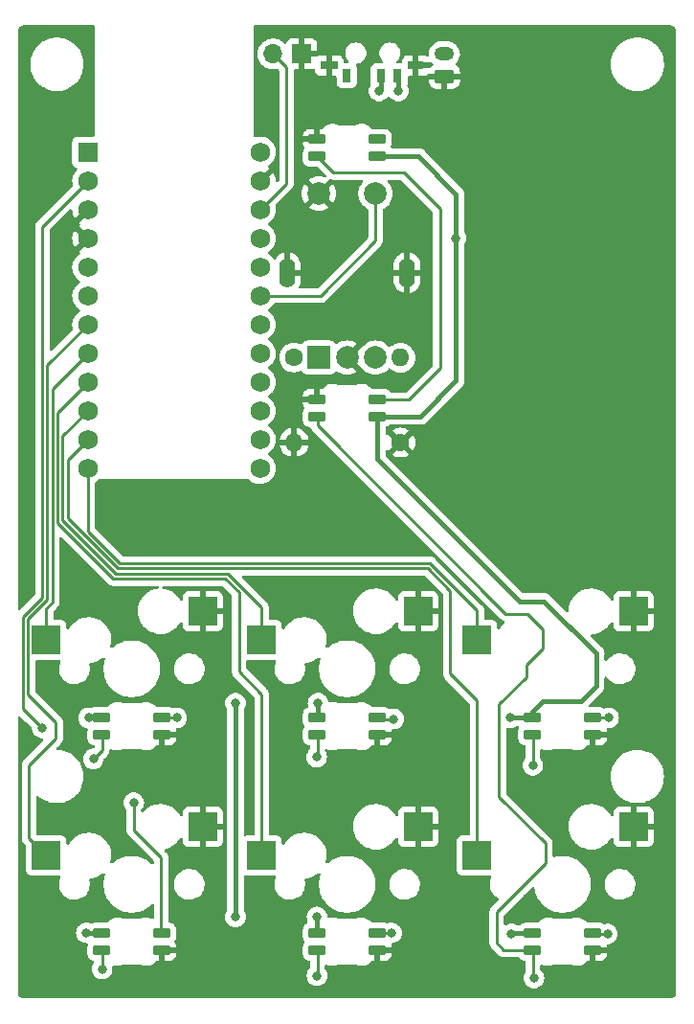
<source format=gbl>
%TF.GenerationSoftware,KiCad,Pcbnew,(6.0.4)*%
%TF.CreationDate,2022-04-07T14:17:58+02:00*%
%TF.ProjectId,Little Big Scroll 6,4c697474-6c65-4204-9269-67205363726f,v1.01*%
%TF.SameCoordinates,Original*%
%TF.FileFunction,Copper,L2,Bot*%
%TF.FilePolarity,Positive*%
%FSLAX46Y46*%
G04 Gerber Fmt 4.6, Leading zero omitted, Abs format (unit mm)*
G04 Created by KiCad (PCBNEW (6.0.4)) date 2022-04-07 14:17:58*
%MOMM*%
%LPD*%
G01*
G04 APERTURE LIST*
G04 Aperture macros list*
%AMRoundRect*
0 Rectangle with rounded corners*
0 $1 Rounding radius*
0 $2 $3 $4 $5 $6 $7 $8 $9 X,Y pos of 4 corners*
0 Add a 4 corners polygon primitive as box body*
4,1,4,$2,$3,$4,$5,$6,$7,$8,$9,$2,$3,0*
0 Add four circle primitives for the rounded corners*
1,1,$1+$1,$2,$3*
1,1,$1+$1,$4,$5*
1,1,$1+$1,$6,$7*
1,1,$1+$1,$8,$9*
0 Add four rect primitives between the rounded corners*
20,1,$1+$1,$2,$3,$4,$5,0*
20,1,$1+$1,$4,$5,$6,$7,0*
20,1,$1+$1,$6,$7,$8,$9,0*
20,1,$1+$1,$8,$9,$2,$3,0*%
G04 Aperture macros list end*
%TA.AperFunction,ComponentPad*%
%ADD10R,1.752600X1.752600*%
%TD*%
%TA.AperFunction,ComponentPad*%
%ADD11C,1.752600*%
%TD*%
%TA.AperFunction,SMDPad,CuDef*%
%ADD12R,2.550000X2.500000*%
%TD*%
%TA.AperFunction,ComponentPad*%
%ADD13R,2.000000X2.000000*%
%TD*%
%TA.AperFunction,ComponentPad*%
%ADD14C,2.000000*%
%TD*%
%TA.AperFunction,ComponentPad*%
%ADD15O,1.400000X2.600000*%
%TD*%
%TA.AperFunction,SMDPad,CuDef*%
%ADD16RoundRect,0.082000X-0.668000X0.328000X-0.668000X-0.328000X0.668000X-0.328000X0.668000X0.328000X0*%
%TD*%
%TA.AperFunction,SMDPad,CuDef*%
%ADD17RoundRect,0.082000X0.668000X-0.328000X0.668000X0.328000X-0.668000X0.328000X-0.668000X-0.328000X0*%
%TD*%
%TA.AperFunction,ComponentPad*%
%ADD18R,1.700000X1.700000*%
%TD*%
%TA.AperFunction,ComponentPad*%
%ADD19O,1.700000X1.700000*%
%TD*%
%TA.AperFunction,ComponentPad*%
%ADD20RoundRect,0.250000X0.625000X-0.350000X0.625000X0.350000X-0.625000X0.350000X-0.625000X-0.350000X0*%
%TD*%
%TA.AperFunction,ComponentPad*%
%ADD21O,1.750000X1.200000*%
%TD*%
%TA.AperFunction,ComponentPad*%
%ADD22C,1.600000*%
%TD*%
%TA.AperFunction,ComponentPad*%
%ADD23O,1.600000X1.600000*%
%TD*%
%TA.AperFunction,SMDPad,CuDef*%
%ADD24R,0.800000X1.200000*%
%TD*%
%TA.AperFunction,SMDPad,CuDef*%
%ADD25R,1.400000X0.800000*%
%TD*%
%TA.AperFunction,SMDPad,CuDef*%
%ADD26R,1.500000X0.800000*%
%TD*%
%TA.AperFunction,ViaPad*%
%ADD27C,0.800000*%
%TD*%
%TA.AperFunction,Conductor*%
%ADD28C,0.450000*%
%TD*%
%TA.AperFunction,Conductor*%
%ADD29C,0.250000*%
%TD*%
G04 APERTURE END LIST*
D10*
X87340000Y-57510000D03*
D11*
X87340000Y-60050000D03*
X87340000Y-62590000D03*
X87340000Y-65130000D03*
X87340000Y-67670000D03*
X87340000Y-70210000D03*
X87340000Y-72750000D03*
X87340000Y-75290000D03*
X87340000Y-77830000D03*
X87340000Y-80370000D03*
X87340000Y-82910000D03*
X87340000Y-85450000D03*
X102580000Y-85450000D03*
X102580000Y-82910000D03*
X102580000Y-80370000D03*
X102580000Y-77830000D03*
X102580000Y-75290000D03*
X102580000Y-72750000D03*
X102580000Y-70210000D03*
X102580000Y-67670000D03*
X102580000Y-65130000D03*
X102580000Y-62590000D03*
X102580000Y-60050000D03*
X102580000Y-57510000D03*
D12*
X83660000Y-100620000D03*
X97510000Y-98080000D03*
X102710000Y-100620000D03*
X116560000Y-98080000D03*
X121760000Y-100620000D03*
X135610000Y-98080000D03*
X83660000Y-119670000D03*
X97510000Y-117130000D03*
X102710000Y-119670000D03*
X116560000Y-117130000D03*
X121760000Y-119670000D03*
X135610000Y-117130000D03*
D13*
X107770000Y-75660000D03*
D14*
X112770000Y-75660000D03*
X110270000Y-75660000D03*
D15*
X104970000Y-68160000D03*
X115570000Y-68160000D03*
D14*
X112770000Y-61160000D03*
X107770000Y-61160000D03*
D16*
X93870000Y-107489999D03*
X93870000Y-108989999D03*
X88570000Y-108989999D03*
X88570000Y-107489999D03*
X107620000Y-107489999D03*
X107620000Y-108989999D03*
X112920000Y-108989999D03*
X112920000Y-107489999D03*
X126670000Y-107489999D03*
X126670000Y-108989999D03*
X131970000Y-108989999D03*
X131970000Y-107489999D03*
X88570000Y-126539999D03*
X88570000Y-128039999D03*
X93870000Y-128039999D03*
X93870000Y-126539999D03*
X107620000Y-126539999D03*
X107620000Y-128039999D03*
X112920000Y-128039999D03*
X112920000Y-126539999D03*
X126670000Y-126539999D03*
X126670000Y-128039999D03*
X131970000Y-128039999D03*
X131970000Y-126539999D03*
D17*
X112920000Y-57870001D03*
X112920000Y-56370001D03*
X107620000Y-56370001D03*
X107620000Y-57870001D03*
X112920000Y-80865001D03*
X112920000Y-79365001D03*
X107620000Y-79365001D03*
X107620000Y-80865001D03*
D18*
X106250000Y-48810000D03*
D19*
X103710000Y-48810000D03*
D20*
X118870000Y-50820000D03*
D21*
X118870000Y-48820000D03*
D22*
X114990000Y-83170000D03*
D23*
X114990000Y-75670000D03*
D22*
X105570000Y-75650000D03*
D23*
X105570000Y-83150000D03*
D24*
X110240000Y-50750000D03*
X113240000Y-50750000D03*
X114740000Y-50750000D03*
D25*
X116340000Y-47650000D03*
D26*
X108690000Y-47650000D03*
D25*
X116340000Y-49850000D03*
D26*
X108690000Y-49850000D03*
D27*
X98000000Y-127400000D03*
X118275500Y-108643082D03*
X129400000Y-71500000D03*
X84900000Y-69300000D03*
X116600000Y-98100000D03*
X97500000Y-117100000D03*
X116700000Y-117200000D03*
X135700000Y-98100000D03*
X97500000Y-98100000D03*
X97800000Y-108600000D03*
X135700000Y-117100000D03*
X83500000Y-57800000D03*
X100400000Y-106200000D03*
X107700000Y-106200000D03*
X107600000Y-125100000D03*
X124700000Y-107500000D03*
X87400000Y-107500000D03*
X87200000Y-126500000D03*
X100400000Y-125100000D03*
X119900000Y-65100000D03*
X124800000Y-126600000D03*
X83300000Y-108400000D03*
X95200000Y-107500000D03*
X83660000Y-100620000D03*
X102710000Y-100620000D03*
X121760000Y-100620000D03*
X83660000Y-119670000D03*
X102710000Y-119670000D03*
X121760000Y-119670000D03*
X113100000Y-52100000D03*
X114800000Y-52100000D03*
X114400000Y-107600000D03*
X87830315Y-111124500D03*
X107573179Y-110975500D03*
X133400000Y-107500000D03*
X91400000Y-115000000D03*
X126700000Y-111700000D03*
X133300000Y-126600000D03*
X107600000Y-130300000D03*
X126800000Y-130500000D03*
X88600000Y-129700000D03*
X114200000Y-126500000D03*
D28*
X124710001Y-107489999D02*
X124700000Y-107500000D01*
X132300000Y-104700000D02*
X131000000Y-106000000D01*
X107700000Y-107459999D02*
X107670000Y-107489999D01*
X107600000Y-126469999D02*
X107670000Y-126539999D01*
X124860001Y-126539999D02*
X124800000Y-126600000D01*
X127600000Y-106000000D02*
X126670000Y-106930000D01*
X119900000Y-65100000D02*
X119900000Y-77700000D01*
X116134999Y-80865001D02*
X116734999Y-80865001D01*
X125518100Y-97200000D02*
X127700000Y-97200000D01*
X112920000Y-80865001D02*
X116134999Y-80865001D01*
X126670000Y-106930000D02*
X126670000Y-107489999D01*
X119900000Y-61200000D02*
X119900000Y-65100000D01*
X87410001Y-107489999D02*
X87400000Y-107500000D01*
X87200000Y-126500000D02*
X88580001Y-126500000D01*
X107700000Y-106200000D02*
X107700000Y-107459999D01*
X132300000Y-101800000D02*
X132300000Y-104700000D01*
X126720000Y-126539999D02*
X124860001Y-126539999D01*
X112920000Y-84601900D02*
X125518100Y-97200000D01*
X131000000Y-106000000D02*
X127600000Y-106000000D01*
X116734999Y-80865001D02*
X119900000Y-77700000D01*
X100400000Y-125100000D02*
X100400000Y-106200000D01*
X126720000Y-107489999D02*
X124710001Y-107489999D01*
X112870000Y-57870001D02*
X116570001Y-57870001D01*
X116570001Y-57870001D02*
X119900000Y-61200000D01*
X112920000Y-80865001D02*
X112920000Y-84601900D01*
X107600000Y-125100000D02*
X107600000Y-126469999D01*
X88620000Y-107489999D02*
X87410001Y-107489999D01*
X127700000Y-97200000D02*
X132300000Y-101800000D01*
D29*
X93820000Y-107489999D02*
X95189999Y-107489999D01*
X83300000Y-108400000D02*
X81610978Y-106710978D01*
X81610978Y-98589022D02*
X83300000Y-96900000D01*
X83300000Y-96900000D02*
X83300000Y-64090000D01*
X83300000Y-64090000D02*
X87340000Y-60050000D01*
X81610978Y-106710978D02*
X81610978Y-98589022D01*
X95189999Y-107489999D02*
X95200000Y-107500000D01*
X83660000Y-97811408D02*
X84199021Y-97272387D01*
X84199022Y-78430978D02*
X87340000Y-75290000D01*
X84199021Y-97272387D02*
X84199022Y-78430978D01*
X83660000Y-100620000D02*
X83660000Y-97811408D01*
X85098043Y-90069451D02*
X85098044Y-82611956D01*
X89779081Y-94750489D02*
X85098043Y-90069451D01*
X85098044Y-82611956D02*
X87340000Y-80370000D01*
X102710000Y-100620000D02*
X102710000Y-97774296D01*
X99686193Y-94750489D02*
X89779081Y-94750489D01*
X102710000Y-97774296D02*
X99686193Y-94750489D01*
X87340000Y-91040000D02*
X90151468Y-93851468D01*
X117587172Y-93851468D02*
X121760000Y-98024296D01*
X87340000Y-85450000D02*
X87340000Y-91040000D01*
X90151468Y-93851468D02*
X117587172Y-93851468D01*
X121760000Y-98024296D02*
X121760000Y-100620000D01*
X82060489Y-105460489D02*
X84500000Y-107900000D01*
X83749510Y-97086194D02*
X82060489Y-98775215D01*
X82135000Y-118170000D02*
X83635000Y-119670000D01*
X84500000Y-107900000D02*
X84500000Y-109300000D01*
X82135000Y-111665000D02*
X82135000Y-118170000D01*
X83749511Y-76340489D02*
X83749510Y-97086194D01*
X83635000Y-119670000D02*
X83660000Y-119670000D01*
X84500000Y-109300000D02*
X82135000Y-111665000D01*
X87340000Y-72750000D02*
X83749511Y-76340489D01*
X82060489Y-98775215D02*
X82060489Y-105460489D01*
X100700000Y-96400000D02*
X100700000Y-103400000D01*
X99500000Y-95200000D02*
X100700000Y-96400000D01*
X87340000Y-77830000D02*
X84648533Y-80521467D01*
X89592888Y-95200000D02*
X99500000Y-95200000D01*
X100700000Y-103400000D02*
X102710000Y-105410000D01*
X84648533Y-80521467D02*
X84648532Y-90255644D01*
X102710000Y-105410000D02*
X102710000Y-119670000D01*
X84648532Y-90255644D02*
X89592888Y-95200000D01*
X85547554Y-89883258D02*
X89965274Y-94300978D01*
X85547555Y-84702445D02*
X85547554Y-89883258D01*
X119400000Y-103600000D02*
X121760000Y-105960000D01*
X117400978Y-94300978D02*
X119400000Y-96300000D01*
X87340000Y-82910000D02*
X85547555Y-84702445D01*
X89965274Y-94300978D02*
X117400978Y-94300978D01*
X119400000Y-96300000D02*
X119400000Y-103600000D01*
X121760000Y-105960000D02*
X121760000Y-119670000D01*
X112770000Y-65330000D02*
X112770000Y-61160000D01*
X107890000Y-70210000D02*
X112770000Y-65330000D01*
X102580000Y-70210000D02*
X107890000Y-70210000D01*
D28*
X113290000Y-51910000D02*
X113100000Y-52100000D01*
X113290000Y-50600000D02*
X113290000Y-51910000D01*
X114790000Y-50600000D02*
X114790000Y-52090000D01*
X114790000Y-52090000D02*
X114800000Y-52100000D01*
D29*
X114400000Y-107600000D02*
X112980001Y-107600000D01*
X112980001Y-107600000D02*
X112870000Y-107489999D01*
X88620000Y-110334815D02*
X87830315Y-111124500D01*
X88620000Y-108989999D02*
X88620000Y-110334815D01*
X107670000Y-108989999D02*
X107670000Y-110878679D01*
X107670000Y-110878679D02*
X107573179Y-110975500D01*
X133400000Y-107500000D02*
X131930001Y-107500000D01*
X93820000Y-119840974D02*
X93820000Y-126539999D01*
X91400000Y-117420974D02*
X93820000Y-119840974D01*
X126720000Y-111680000D02*
X126700000Y-111700000D01*
X126720000Y-108989999D02*
X126720000Y-111680000D01*
X91400000Y-115000000D02*
X91400000Y-117420974D01*
X107670000Y-128039999D02*
X107670000Y-130230000D01*
X107670000Y-130230000D02*
X107600000Y-130300000D01*
X133300000Y-126600000D02*
X131980001Y-126600000D01*
X131980001Y-126600000D02*
X131920000Y-126539999D01*
X125465421Y-122715125D02*
X127800000Y-120380546D01*
X126720000Y-128039999D02*
X126720000Y-130420000D01*
X123700000Y-106300000D02*
X126100000Y-103900000D01*
X126100000Y-103900000D02*
X126100000Y-102840487D01*
X127600000Y-101340487D02*
X127600000Y-99679513D01*
X126100000Y-102840487D02*
X127600000Y-101340487D01*
X125465421Y-122717587D02*
X125465421Y-122715125D01*
X107670000Y-81670000D02*
X107670000Y-80865001D01*
X123500000Y-127400000D02*
X123500000Y-124683008D01*
X123700000Y-114500000D02*
X123700000Y-106300000D01*
X127800000Y-120380546D02*
X127800000Y-118600000D01*
X127600000Y-99679513D02*
X126220487Y-98300000D01*
X126670000Y-128039999D02*
X124139999Y-128039999D01*
X126720000Y-130420000D02*
X126800000Y-130500000D01*
X124300000Y-98300000D02*
X107670000Y-81670000D01*
X123500000Y-124683008D02*
X125465421Y-122717587D01*
X124139999Y-128039999D02*
X123500000Y-127400000D01*
X127800000Y-118600000D02*
X123700000Y-114500000D01*
X126220487Y-98300000D02*
X124300000Y-98300000D01*
X104900000Y-60270000D02*
X104900000Y-50000000D01*
X102580000Y-62590000D02*
X104900000Y-60270000D01*
X104900000Y-50000000D02*
X103710000Y-48810000D01*
X114200000Y-126500000D02*
X112909999Y-126500000D01*
X88620000Y-129680000D02*
X88600000Y-129700000D01*
X88620000Y-128039999D02*
X88620000Y-129680000D01*
X107670000Y-57870001D02*
X107670000Y-57909955D01*
X118500000Y-62500000D02*
X118500000Y-76600000D01*
X115300000Y-59300000D02*
X118500000Y-62500000D01*
X109060045Y-59300000D02*
X115300000Y-59300000D01*
X115734999Y-79365001D02*
X112870000Y-79365001D01*
X118500000Y-76600000D02*
X115734999Y-79365001D01*
X107670000Y-57909955D02*
X109060045Y-59300000D01*
%TA.AperFunction,Conductor*%
G36*
X138860018Y-46290000D02*
G01*
X138874852Y-46292310D01*
X138874855Y-46292310D01*
X138883724Y-46293691D01*
X138892626Y-46292527D01*
X138892750Y-46292511D01*
X138923192Y-46292240D01*
X138930621Y-46293077D01*
X138985264Y-46299234D01*
X139012771Y-46305513D01*
X139089853Y-46332485D01*
X139115274Y-46344727D01*
X139184426Y-46388178D01*
X139206485Y-46405770D01*
X139264230Y-46463515D01*
X139281822Y-46485574D01*
X139325273Y-46554726D01*
X139337515Y-46580147D01*
X139364487Y-46657228D01*
X139370766Y-46684736D01*
X139377018Y-46740226D01*
X139376923Y-46755868D01*
X139377800Y-46755879D01*
X139377690Y-46764851D01*
X139376309Y-46773724D01*
X139377473Y-46782626D01*
X139377473Y-46782628D01*
X139380436Y-46805283D01*
X139381500Y-46821621D01*
X139381500Y-131740633D01*
X139380000Y-131760018D01*
X139376309Y-131783724D01*
X139377473Y-131792626D01*
X139377489Y-131792750D01*
X139377760Y-131823193D01*
X139370766Y-131885264D01*
X139364487Y-131912771D01*
X139337515Y-131989853D01*
X139325273Y-132015274D01*
X139281822Y-132084426D01*
X139264230Y-132106485D01*
X139206485Y-132164230D01*
X139184426Y-132181822D01*
X139115274Y-132225273D01*
X139089853Y-132237515D01*
X139012772Y-132264487D01*
X138985264Y-132270766D01*
X138929774Y-132277018D01*
X138914132Y-132276923D01*
X138914121Y-132277800D01*
X138905149Y-132277690D01*
X138896276Y-132276309D01*
X138887374Y-132277473D01*
X138887372Y-132277473D01*
X138876385Y-132278910D01*
X138864714Y-132280436D01*
X138848379Y-132281500D01*
X81696470Y-132281500D01*
X81677085Y-132280000D01*
X81662252Y-132277690D01*
X81662248Y-132277690D01*
X81653379Y-132276309D01*
X81644354Y-132277489D01*
X81613919Y-132277761D01*
X81559050Y-132271579D01*
X81551839Y-132270767D01*
X81524336Y-132264490D01*
X81447243Y-132237514D01*
X81421827Y-132225274D01*
X81421826Y-132225273D01*
X81352675Y-132181823D01*
X81330616Y-132164231D01*
X81272872Y-132106487D01*
X81255280Y-132084429D01*
X81211826Y-132015274D01*
X81199587Y-131989860D01*
X81172611Y-131912767D01*
X81166334Y-131885265D01*
X81160274Y-131831484D01*
X81159992Y-131806659D01*
X81160683Y-131802552D01*
X81160836Y-131790000D01*
X81160147Y-131785189D01*
X81160146Y-131785173D01*
X81156882Y-131762384D01*
X81155609Y-131744518D01*
X81155621Y-131408500D01*
X81156167Y-115350484D01*
X81156435Y-107456525D01*
X81176439Y-107388405D01*
X81230097Y-107341914D01*
X81300371Y-107331812D01*
X81364951Y-107361307D01*
X81371528Y-107367432D01*
X81864239Y-107860144D01*
X82352878Y-108348783D01*
X82386904Y-108411095D01*
X82389093Y-108424708D01*
X82398692Y-108516034D01*
X82406458Y-108589928D01*
X82465473Y-108771556D01*
X82560960Y-108936944D01*
X82565378Y-108941851D01*
X82565379Y-108941852D01*
X82684325Y-109073955D01*
X82688747Y-109078866D01*
X82843248Y-109191118D01*
X82849276Y-109193802D01*
X82849278Y-109193803D01*
X83011681Y-109266109D01*
X83017712Y-109268794D01*
X83111113Y-109288647D01*
X83198056Y-109307128D01*
X83198061Y-109307128D01*
X83204513Y-109308500D01*
X83291405Y-109308500D01*
X83359526Y-109328502D01*
X83406019Y-109382158D01*
X83416123Y-109452432D01*
X83386629Y-109517012D01*
X83380500Y-109523595D01*
X81742747Y-111161348D01*
X81734461Y-111168888D01*
X81727982Y-111173000D01*
X81722557Y-111178777D01*
X81681357Y-111222651D01*
X81678602Y-111225493D01*
X81658865Y-111245230D01*
X81656385Y-111248427D01*
X81648682Y-111257447D01*
X81618414Y-111289679D01*
X81614595Y-111296625D01*
X81614593Y-111296628D01*
X81608652Y-111307434D01*
X81597801Y-111323953D01*
X81585386Y-111339959D01*
X81582241Y-111347228D01*
X81582238Y-111347232D01*
X81567826Y-111380537D01*
X81562609Y-111391187D01*
X81541305Y-111429940D01*
X81539334Y-111437615D01*
X81539334Y-111437616D01*
X81536267Y-111449562D01*
X81529863Y-111468266D01*
X81521819Y-111486855D01*
X81520580Y-111494678D01*
X81520577Y-111494688D01*
X81514901Y-111530524D01*
X81512495Y-111542144D01*
X81501500Y-111584970D01*
X81501500Y-111605224D01*
X81499949Y-111624934D01*
X81496780Y-111644943D01*
X81497526Y-111652835D01*
X81500941Y-111688961D01*
X81501500Y-111700819D01*
X81501500Y-118091233D01*
X81500973Y-118102416D01*
X81499298Y-118109909D01*
X81499547Y-118117835D01*
X81499547Y-118117836D01*
X81501438Y-118177986D01*
X81501500Y-118181945D01*
X81501500Y-118209856D01*
X81501997Y-118213790D01*
X81501997Y-118213791D01*
X81502005Y-118213856D01*
X81502938Y-118225693D01*
X81504327Y-118269889D01*
X81509978Y-118289339D01*
X81513987Y-118308700D01*
X81514305Y-118311213D01*
X81516526Y-118328797D01*
X81519445Y-118336168D01*
X81519445Y-118336170D01*
X81532804Y-118369912D01*
X81536649Y-118381142D01*
X81548982Y-118423593D01*
X81553015Y-118430412D01*
X81553017Y-118430417D01*
X81559293Y-118441028D01*
X81567988Y-118458776D01*
X81575448Y-118477617D01*
X81580110Y-118484033D01*
X81580110Y-118484034D01*
X81601436Y-118513387D01*
X81607952Y-118523307D01*
X81623885Y-118550247D01*
X81630458Y-118561362D01*
X81644779Y-118575683D01*
X81657619Y-118590716D01*
X81669528Y-118607107D01*
X81675634Y-118612158D01*
X81703605Y-118635298D01*
X81712384Y-118643288D01*
X81839595Y-118770499D01*
X81873621Y-118832811D01*
X81876500Y-118859594D01*
X81876500Y-120968134D01*
X81883255Y-121030316D01*
X81934385Y-121166705D01*
X82021739Y-121283261D01*
X82138295Y-121370615D01*
X82274684Y-121421745D01*
X82336866Y-121428500D01*
X84806877Y-121428500D01*
X84874998Y-121448502D01*
X84921491Y-121502158D01*
X84931595Y-121572432D01*
X84919194Y-121611603D01*
X84875923Y-121696712D01*
X84841717Y-121806873D01*
X84809095Y-121911930D01*
X84809094Y-121911936D01*
X84807511Y-121917033D01*
X84777200Y-122145732D01*
X84785854Y-122376268D01*
X84833228Y-122602050D01*
X84835186Y-122607009D01*
X84835187Y-122607011D01*
X84863945Y-122679830D01*
X84917967Y-122816622D01*
X85037647Y-123013849D01*
X85041144Y-123017879D01*
X85164415Y-123159936D01*
X85188847Y-123188092D01*
X85215062Y-123209587D01*
X85363115Y-123330984D01*
X85363121Y-123330988D01*
X85367243Y-123334368D01*
X85567735Y-123448494D01*
X85572751Y-123450315D01*
X85572756Y-123450317D01*
X85779575Y-123525389D01*
X85779579Y-123525390D01*
X85784590Y-123527209D01*
X85789839Y-123528158D01*
X85789842Y-123528159D01*
X86007523Y-123567522D01*
X86007530Y-123567523D01*
X86011607Y-123568260D01*
X86029344Y-123569096D01*
X86034292Y-123569330D01*
X86034299Y-123569330D01*
X86035780Y-123569400D01*
X86197925Y-123569400D01*
X86264881Y-123563719D01*
X86364562Y-123555261D01*
X86364566Y-123555260D01*
X86369873Y-123554810D01*
X86375028Y-123553472D01*
X86375034Y-123553471D01*
X86588003Y-123498195D01*
X86588007Y-123498194D01*
X86593172Y-123496853D01*
X86598038Y-123494661D01*
X86598041Y-123494660D01*
X86798649Y-123404293D01*
X86803515Y-123402101D01*
X86807935Y-123399125D01*
X86807939Y-123399123D01*
X86983333Y-123281039D01*
X86994885Y-123273262D01*
X87161812Y-123114022D01*
X87239738Y-123009286D01*
X87296337Y-122933214D01*
X87296339Y-122933211D01*
X87299521Y-122928934D01*
X87354305Y-122821183D01*
X87401658Y-122728046D01*
X87401658Y-122728045D01*
X87404077Y-122723288D01*
X87465276Y-122526198D01*
X87470905Y-122508070D01*
X87470906Y-122508064D01*
X87472489Y-122502967D01*
X87502800Y-122274268D01*
X87494146Y-122043732D01*
X87448104Y-121824298D01*
X87453691Y-121753523D01*
X87496656Y-121697003D01*
X87562629Y-121672732D01*
X87607257Y-121669612D01*
X87685828Y-121664118D01*
X87685834Y-121664117D01*
X87690212Y-121663811D01*
X87964970Y-121605409D01*
X87969099Y-121603906D01*
X87969103Y-121603905D01*
X88224781Y-121510846D01*
X88224785Y-121510844D01*
X88228926Y-121509337D01*
X88476942Y-121377464D01*
X88661327Y-121243501D01*
X88728195Y-121219642D01*
X88797347Y-121235723D01*
X88846827Y-121286637D01*
X88860926Y-121356220D01*
X88852540Y-121391820D01*
X88835370Y-121435187D01*
X88757064Y-121740170D01*
X88717600Y-122052562D01*
X88717600Y-122367438D01*
X88757064Y-122679830D01*
X88835370Y-122984813D01*
X88951284Y-123277577D01*
X88953186Y-123281036D01*
X88953187Y-123281039D01*
X89087520Y-123525389D01*
X89102976Y-123553504D01*
X89288055Y-123808244D01*
X89503602Y-124037778D01*
X89746218Y-124238487D01*
X90012076Y-124407206D01*
X90015655Y-124408890D01*
X90015662Y-124408894D01*
X90293394Y-124539584D01*
X90293398Y-124539586D01*
X90296984Y-124541273D01*
X90596448Y-124638575D01*
X90905746Y-124697577D01*
X90999300Y-124703463D01*
X91139358Y-124712275D01*
X91139374Y-124712276D01*
X91141353Y-124712400D01*
X91298647Y-124712400D01*
X91300626Y-124712276D01*
X91300642Y-124712275D01*
X91440700Y-124703463D01*
X91534254Y-124697577D01*
X91843552Y-124638575D01*
X92143016Y-124541273D01*
X92146602Y-124539586D01*
X92146606Y-124539584D01*
X92424338Y-124408894D01*
X92424345Y-124408890D01*
X92427924Y-124407206D01*
X92693782Y-124238487D01*
X92936398Y-124037778D01*
X92968650Y-124003433D01*
X93029862Y-123967468D01*
X93100802Y-123970305D01*
X93158947Y-124011046D01*
X93185835Y-124076754D01*
X93186500Y-124089686D01*
X93186500Y-125156177D01*
X93166498Y-125224298D01*
X93112842Y-125270791D01*
X93042568Y-125280895D01*
X93003182Y-125268385D01*
X93001007Y-125267274D01*
X92895766Y-125213515D01*
X92817111Y-125190023D01*
X92724904Y-125162483D01*
X92724901Y-125162482D01*
X92719402Y-125160840D01*
X92657471Y-125154112D01*
X92542116Y-125141580D01*
X92542113Y-125141580D01*
X92536416Y-125140961D01*
X92460260Y-125146593D01*
X92358571Y-125154112D01*
X92358568Y-125154112D01*
X92352854Y-125154535D01*
X92174782Y-125201113D01*
X92169589Y-125203544D01*
X92169587Y-125203545D01*
X92049181Y-125259917D01*
X92040398Y-125263630D01*
X92018415Y-125271959D01*
X92018038Y-125270965D01*
X91970865Y-125281500D01*
X90474894Y-125281500D01*
X90455523Y-125280002D01*
X90440490Y-125277663D01*
X90406441Y-125267276D01*
X90265203Y-125201151D01*
X90087138Y-125154575D01*
X90081424Y-125154152D01*
X90081421Y-125154152D01*
X89980655Y-125146701D01*
X89903584Y-125141002D01*
X89897886Y-125141621D01*
X89897884Y-125141621D01*
X89779012Y-125154535D01*
X89720606Y-125160880D01*
X89715107Y-125162522D01*
X89715104Y-125162523D01*
X89623030Y-125190023D01*
X89544248Y-125213553D01*
X89465802Y-125253625D01*
X89385520Y-125294635D01*
X89380340Y-125297281D01*
X89234295Y-125409296D01*
X89230449Y-125413555D01*
X89114810Y-125541614D01*
X89110941Y-125545898D01*
X89102114Y-125560217D01*
X89101248Y-125561621D01*
X89048473Y-125609111D01*
X88993992Y-125621499D01*
X87929799Y-125621500D01*
X87863300Y-125621500D01*
X87859216Y-125622038D01*
X87859210Y-125622038D01*
X87756036Y-125635620D01*
X87756034Y-125635621D01*
X87747849Y-125636698D01*
X87701165Y-125656035D01*
X87666680Y-125670319D01*
X87596090Y-125677908D01*
X87567214Y-125669017D01*
X87488324Y-125633893D01*
X87488321Y-125633892D01*
X87482288Y-125631206D01*
X87439156Y-125622038D01*
X87301944Y-125592872D01*
X87301939Y-125592872D01*
X87295487Y-125591500D01*
X87104513Y-125591500D01*
X87098061Y-125592872D01*
X87098056Y-125592872D01*
X87021660Y-125609111D01*
X86917712Y-125631206D01*
X86911682Y-125633891D01*
X86911681Y-125633891D01*
X86749278Y-125706197D01*
X86749276Y-125706198D01*
X86743248Y-125708882D01*
X86737907Y-125712762D01*
X86737906Y-125712763D01*
X86714410Y-125729834D01*
X86588747Y-125821134D01*
X86584326Y-125826044D01*
X86584325Y-125826045D01*
X86510850Y-125907648D01*
X86460960Y-125963056D01*
X86403225Y-126063056D01*
X86401506Y-126066034D01*
X86365473Y-126128444D01*
X86306458Y-126310072D01*
X86305768Y-126316633D01*
X86305768Y-126316635D01*
X86295948Y-126410072D01*
X86286496Y-126500000D01*
X86306458Y-126689928D01*
X86365473Y-126871556D01*
X86368776Y-126877278D01*
X86368777Y-126877279D01*
X86385763Y-126906699D01*
X86460960Y-127036944D01*
X86465378Y-127041851D01*
X86465379Y-127041852D01*
X86570110Y-127158168D01*
X86588747Y-127178866D01*
X86636136Y-127213296D01*
X86726385Y-127278866D01*
X86743248Y-127291118D01*
X86749276Y-127293802D01*
X86749278Y-127293803D01*
X86909891Y-127365312D01*
X86917712Y-127368794D01*
X87004479Y-127387237D01*
X87098056Y-127407128D01*
X87098061Y-127407128D01*
X87104513Y-127408500D01*
X87203626Y-127408500D01*
X87271747Y-127428502D01*
X87318240Y-127482158D01*
X87328344Y-127552432D01*
X87327757Y-127555295D01*
X87326699Y-127557848D01*
X87325743Y-127565108D01*
X87325742Y-127565114D01*
X87319683Y-127611142D01*
X87311500Y-127673298D01*
X87311501Y-128406699D01*
X87312039Y-128410783D01*
X87312039Y-128410789D01*
X87323311Y-128496412D01*
X87326699Y-128522150D01*
X87386200Y-128665797D01*
X87429936Y-128722795D01*
X87475822Y-128782595D01*
X87475825Y-128782598D01*
X87480851Y-128789148D01*
X87604203Y-128883799D01*
X87611829Y-128886958D01*
X87611831Y-128886959D01*
X87698366Y-128922803D01*
X87747849Y-128943300D01*
X87756033Y-128944377D01*
X87756035Y-128944378D01*
X87788434Y-128948643D01*
X87853361Y-128977365D01*
X87892453Y-129036630D01*
X87893298Y-129107622D01*
X87868658Y-129152367D01*
X87869261Y-129152805D01*
X87865774Y-129157605D01*
X87865625Y-129157875D01*
X87860960Y-129163056D01*
X87857657Y-129168777D01*
X87776580Y-129309207D01*
X87765473Y-129328444D01*
X87706458Y-129510072D01*
X87705768Y-129516633D01*
X87705768Y-129516635D01*
X87697943Y-129591088D01*
X87686496Y-129700000D01*
X87687186Y-129706565D01*
X87699228Y-129821134D01*
X87706458Y-129889928D01*
X87765473Y-130071556D01*
X87860960Y-130236944D01*
X87988747Y-130378866D01*
X88143248Y-130491118D01*
X88149276Y-130493802D01*
X88149278Y-130493803D01*
X88311681Y-130566109D01*
X88317712Y-130568794D01*
X88411113Y-130588647D01*
X88498056Y-130607128D01*
X88498061Y-130607128D01*
X88504513Y-130608500D01*
X88695487Y-130608500D01*
X88701939Y-130607128D01*
X88701944Y-130607128D01*
X88788887Y-130588647D01*
X88882288Y-130568794D01*
X88888319Y-130566109D01*
X89050722Y-130493803D01*
X89050724Y-130493802D01*
X89056752Y-130491118D01*
X89211253Y-130378866D01*
X89339040Y-130236944D01*
X89434527Y-130071556D01*
X89493542Y-129889928D01*
X89500773Y-129821134D01*
X89512814Y-129706565D01*
X89513504Y-129700000D01*
X89496077Y-129534195D01*
X89508849Y-129464358D01*
X89557351Y-129412512D01*
X89626184Y-129395117D01*
X89657445Y-129400296D01*
X89715095Y-129417514D01*
X89715097Y-129417514D01*
X89720600Y-129419158D01*
X89765290Y-129424013D01*
X89897886Y-129438418D01*
X89897889Y-129438418D01*
X89903586Y-129439037D01*
X89960978Y-129434793D01*
X90081433Y-129425886D01*
X90081437Y-129425885D01*
X90087148Y-129425463D01*
X90183362Y-129400296D01*
X90259670Y-129380336D01*
X90259673Y-129380335D01*
X90265220Y-129378884D01*
X90270413Y-129376453D01*
X90270418Y-129376451D01*
X90390838Y-129320073D01*
X90399597Y-129316369D01*
X90421585Y-129308037D01*
X90421586Y-129308036D01*
X90421964Y-129309033D01*
X90469130Y-129298499D01*
X91965112Y-129298499D01*
X91984483Y-129299997D01*
X91999497Y-129302333D01*
X92033549Y-129312721D01*
X92174795Y-129378849D01*
X92180339Y-129380299D01*
X92180344Y-129380301D01*
X92256787Y-129400296D01*
X92352860Y-129425426D01*
X92358574Y-129425849D01*
X92358577Y-129425849D01*
X92459188Y-129433288D01*
X92536415Y-129438999D01*
X92542113Y-129438380D01*
X92542115Y-129438380D01*
X92676131Y-129423821D01*
X92719395Y-129419121D01*
X92724894Y-129417479D01*
X92724897Y-129417478D01*
X92849368Y-129380301D01*
X92895753Y-129366447D01*
X93059662Y-129282719D01*
X93205707Y-129170703D01*
X93329061Y-129034100D01*
X93339062Y-129017877D01*
X93391835Y-128970387D01*
X93446318Y-128957999D01*
X93597885Y-128957999D01*
X93613124Y-128953524D01*
X93614329Y-128952134D01*
X93616000Y-128944451D01*
X93616000Y-128939884D01*
X94124000Y-128939884D01*
X94128475Y-128955123D01*
X94129865Y-128956328D01*
X94137548Y-128957999D01*
X94572548Y-128957999D01*
X94580757Y-128957461D01*
X94683833Y-128943891D01*
X94699650Y-128939653D01*
X94827916Y-128886523D01*
X94842099Y-128878334D01*
X94952240Y-128793820D01*
X94963820Y-128782241D01*
X95048337Y-128672095D01*
X95056524Y-128657914D01*
X95109654Y-128529649D01*
X95113892Y-128513832D01*
X95127462Y-128410756D01*
X95128000Y-128402547D01*
X95128000Y-128312114D01*
X95123525Y-128296875D01*
X95122135Y-128295670D01*
X95114452Y-128293999D01*
X94142115Y-128293999D01*
X94126876Y-128298474D01*
X94125671Y-128299864D01*
X94124000Y-128307547D01*
X94124000Y-128939884D01*
X93616000Y-128939884D01*
X93616000Y-127911999D01*
X93636002Y-127843878D01*
X93689658Y-127797385D01*
X93742000Y-127785999D01*
X95109885Y-127785999D01*
X95125124Y-127781524D01*
X95126329Y-127780134D01*
X95128000Y-127772451D01*
X95128000Y-127677451D01*
X95127728Y-127673298D01*
X106361500Y-127673298D01*
X106361501Y-128406699D01*
X106362039Y-128410783D01*
X106362039Y-128410789D01*
X106373311Y-128496412D01*
X106376699Y-128522150D01*
X106436200Y-128665797D01*
X106479936Y-128722795D01*
X106525822Y-128782595D01*
X106525825Y-128782598D01*
X106530851Y-128789148D01*
X106654203Y-128883799D01*
X106661829Y-128886958D01*
X106661831Y-128886959D01*
X106748366Y-128922803D01*
X106797849Y-128943300D01*
X106806033Y-128944377D01*
X106806035Y-128944378D01*
X106909209Y-128957961D01*
X106909216Y-128957961D01*
X106913299Y-128958499D01*
X106917418Y-128958499D01*
X106918746Y-128958586D01*
X106985411Y-128983003D01*
X107028293Y-129039586D01*
X107036500Y-129084316D01*
X107036500Y-129522967D01*
X107016498Y-129591088D01*
X106994813Y-129616601D01*
X106994090Y-129617252D01*
X106988747Y-129621134D01*
X106860960Y-129763056D01*
X106765473Y-129928444D01*
X106706458Y-130110072D01*
X106705768Y-130116633D01*
X106705768Y-130116635D01*
X106687186Y-130293435D01*
X106686496Y-130300000D01*
X106706458Y-130489928D01*
X106765473Y-130671556D01*
X106860960Y-130836944D01*
X106988747Y-130978866D01*
X107143248Y-131091118D01*
X107149276Y-131093802D01*
X107149278Y-131093803D01*
X107311681Y-131166109D01*
X107317712Y-131168794D01*
X107383365Y-131182749D01*
X107498056Y-131207128D01*
X107498061Y-131207128D01*
X107504513Y-131208500D01*
X107695487Y-131208500D01*
X107701939Y-131207128D01*
X107701944Y-131207128D01*
X107816635Y-131182749D01*
X107882288Y-131168794D01*
X107888319Y-131166109D01*
X108050722Y-131093803D01*
X108050724Y-131093802D01*
X108056752Y-131091118D01*
X108211253Y-130978866D01*
X108339040Y-130836944D01*
X108434527Y-130671556D01*
X108493542Y-130489928D01*
X108513504Y-130300000D01*
X108512814Y-130293435D01*
X108494232Y-130116635D01*
X108494232Y-130116633D01*
X108493542Y-130110072D01*
X108434527Y-129928444D01*
X108339040Y-129763056D01*
X108334621Y-129758148D01*
X108330739Y-129752805D01*
X108332147Y-129751782D01*
X108305147Y-129695526D01*
X108303500Y-129675218D01*
X108303500Y-129423821D01*
X108323502Y-129355700D01*
X108377158Y-129309207D01*
X108447432Y-129299103D01*
X108486817Y-129311613D01*
X108589123Y-129363872D01*
X108589126Y-129363873D01*
X108594235Y-129366483D01*
X108627496Y-129376417D01*
X108765098Y-129417515D01*
X108765101Y-129417516D01*
X108770600Y-129419158D01*
X108815290Y-129424013D01*
X108947886Y-129438418D01*
X108947889Y-129438418D01*
X108953586Y-129439037D01*
X109010978Y-129434793D01*
X109131433Y-129425886D01*
X109131437Y-129425885D01*
X109137148Y-129425463D01*
X109233362Y-129400296D01*
X109309670Y-129380336D01*
X109309673Y-129380335D01*
X109315220Y-129378884D01*
X109320413Y-129376453D01*
X109320418Y-129376451D01*
X109440838Y-129320073D01*
X109449597Y-129316369D01*
X109471585Y-129308037D01*
X109471586Y-129308036D01*
X109471964Y-129309033D01*
X109519130Y-129298499D01*
X111015112Y-129298499D01*
X111034483Y-129299997D01*
X111049497Y-129302333D01*
X111083549Y-129312721D01*
X111224795Y-129378849D01*
X111230339Y-129380299D01*
X111230344Y-129380301D01*
X111306787Y-129400296D01*
X111402860Y-129425426D01*
X111408574Y-129425849D01*
X111408577Y-129425849D01*
X111509188Y-129433288D01*
X111586415Y-129438999D01*
X111592113Y-129438380D01*
X111592115Y-129438380D01*
X111726131Y-129423821D01*
X111769395Y-129419121D01*
X111774894Y-129417479D01*
X111774897Y-129417478D01*
X111899368Y-129380301D01*
X111945753Y-129366447D01*
X112109662Y-129282719D01*
X112255707Y-129170703D01*
X112379061Y-129034100D01*
X112389062Y-129017877D01*
X112441835Y-128970387D01*
X112496318Y-128957999D01*
X112647885Y-128957999D01*
X112663124Y-128953524D01*
X112664329Y-128952134D01*
X112666000Y-128944451D01*
X112666000Y-128939884D01*
X113174000Y-128939884D01*
X113178475Y-128955123D01*
X113179865Y-128956328D01*
X113187548Y-128957999D01*
X113622548Y-128957999D01*
X113630757Y-128957461D01*
X113733833Y-128943891D01*
X113749650Y-128939653D01*
X113877916Y-128886523D01*
X113892099Y-128878334D01*
X114002240Y-128793820D01*
X114013820Y-128782241D01*
X114098337Y-128672095D01*
X114106524Y-128657914D01*
X114159654Y-128529649D01*
X114163892Y-128513832D01*
X114177462Y-128410756D01*
X114178000Y-128402547D01*
X114178000Y-128312114D01*
X114173525Y-128296875D01*
X114172135Y-128295670D01*
X114164452Y-128293999D01*
X113192115Y-128293999D01*
X113176876Y-128298474D01*
X113175671Y-128299864D01*
X113174000Y-128307547D01*
X113174000Y-128939884D01*
X112666000Y-128939884D01*
X112666000Y-127911999D01*
X112686002Y-127843878D01*
X112739658Y-127797385D01*
X112792000Y-127785999D01*
X114159885Y-127785999D01*
X114175124Y-127781524D01*
X114176329Y-127780134D01*
X114178000Y-127772451D01*
X114178000Y-127677451D01*
X114177462Y-127669242D01*
X114162814Y-127557978D01*
X114164367Y-127557774D01*
X114165836Y-127496131D01*
X114205632Y-127437337D01*
X114270897Y-127409391D01*
X114285852Y-127408500D01*
X114295487Y-127408500D01*
X114301939Y-127407128D01*
X114301944Y-127407128D01*
X114395521Y-127387237D01*
X114482288Y-127368794D01*
X114490109Y-127365312D01*
X114650722Y-127293803D01*
X114650724Y-127293802D01*
X114656752Y-127291118D01*
X114673616Y-127278866D01*
X114763864Y-127213296D01*
X114811253Y-127178866D01*
X114829890Y-127158168D01*
X114934621Y-127041852D01*
X114934622Y-127041851D01*
X114939040Y-127036944D01*
X115014237Y-126906699D01*
X115031223Y-126877279D01*
X115031224Y-126877278D01*
X115034527Y-126871556D01*
X115093542Y-126689928D01*
X115113504Y-126500000D01*
X115104052Y-126410072D01*
X115094232Y-126316635D01*
X115094232Y-126316633D01*
X115093542Y-126310072D01*
X115034527Y-126128444D01*
X114998495Y-126066034D01*
X114996775Y-126063056D01*
X114939040Y-125963056D01*
X114889151Y-125907648D01*
X114815675Y-125826045D01*
X114815674Y-125826044D01*
X114811253Y-125821134D01*
X114685590Y-125729834D01*
X114662094Y-125712763D01*
X114662093Y-125712762D01*
X114656752Y-125708882D01*
X114650724Y-125706198D01*
X114650722Y-125706197D01*
X114488319Y-125633891D01*
X114488318Y-125633891D01*
X114482288Y-125631206D01*
X114378340Y-125609111D01*
X114301944Y-125592872D01*
X114301939Y-125592872D01*
X114295487Y-125591500D01*
X114104513Y-125591500D01*
X114098061Y-125592872D01*
X114098056Y-125592872D01*
X113960844Y-125622038D01*
X113917712Y-125631206D01*
X113911679Y-125633892D01*
X113911676Y-125633893D01*
X113876162Y-125649705D01*
X113805795Y-125659139D01*
X113776695Y-125651006D01*
X113749783Y-125639859D01*
X113749781Y-125639858D01*
X113742151Y-125636698D01*
X113733967Y-125635621D01*
X113733965Y-125635620D01*
X113630788Y-125622037D01*
X113630787Y-125622037D01*
X113626701Y-125621499D01*
X113560220Y-125621499D01*
X112496056Y-125621500D01*
X112427935Y-125601498D01*
X112388800Y-125561622D01*
X112382103Y-125550758D01*
X112382100Y-125550755D01*
X112379091Y-125545873D01*
X112255732Y-125409266D01*
X112251184Y-125405778D01*
X112251180Y-125405774D01*
X112114275Y-125300769D01*
X112109682Y-125297246D01*
X111945766Y-125213515D01*
X111867111Y-125190023D01*
X111774904Y-125162483D01*
X111774901Y-125162482D01*
X111769402Y-125160840D01*
X111707471Y-125154112D01*
X111592116Y-125141580D01*
X111592113Y-125141580D01*
X111586416Y-125140961D01*
X111510260Y-125146593D01*
X111408571Y-125154112D01*
X111408568Y-125154112D01*
X111402854Y-125154535D01*
X111224782Y-125201113D01*
X111219589Y-125203544D01*
X111219587Y-125203545D01*
X111099181Y-125259917D01*
X111090398Y-125263630D01*
X111068415Y-125271959D01*
X111068038Y-125270965D01*
X111020865Y-125281500D01*
X109524894Y-125281500D01*
X109505523Y-125280002D01*
X109490490Y-125277663D01*
X109456441Y-125267276D01*
X109315203Y-125201151D01*
X109137138Y-125154575D01*
X109131424Y-125154152D01*
X109131421Y-125154152D01*
X109030655Y-125146701D01*
X108953584Y-125141002D01*
X108947886Y-125141621D01*
X108947884Y-125141621D01*
X108829012Y-125154535D01*
X108770606Y-125160880D01*
X108765103Y-125162524D01*
X108765101Y-125162524D01*
X108673029Y-125190023D01*
X108602034Y-125190352D01*
X108542130Y-125152246D01*
X108511661Y-125082464D01*
X108494232Y-124916634D01*
X108494231Y-124916631D01*
X108493542Y-124910072D01*
X108434527Y-124728444D01*
X108422129Y-124706969D01*
X108385163Y-124642943D01*
X108339040Y-124563056D01*
X108331244Y-124554397D01*
X108215675Y-124426045D01*
X108215674Y-124426044D01*
X108211253Y-124421134D01*
X108056752Y-124308882D01*
X108050724Y-124306198D01*
X108050722Y-124306197D01*
X107888319Y-124233891D01*
X107888318Y-124233891D01*
X107882288Y-124231206D01*
X107788888Y-124211353D01*
X107701944Y-124192872D01*
X107701939Y-124192872D01*
X107695487Y-124191500D01*
X107504513Y-124191500D01*
X107498061Y-124192872D01*
X107498056Y-124192872D01*
X107411112Y-124211353D01*
X107317712Y-124231206D01*
X107311682Y-124233891D01*
X107311681Y-124233891D01*
X107149278Y-124306197D01*
X107149276Y-124306198D01*
X107143248Y-124308882D01*
X106988747Y-124421134D01*
X106984326Y-124426044D01*
X106984325Y-124426045D01*
X106868757Y-124554397D01*
X106860960Y-124563056D01*
X106814837Y-124642943D01*
X106777872Y-124706969D01*
X106765473Y-124728444D01*
X106706458Y-124910072D01*
X106705768Y-124916633D01*
X106705768Y-124916635D01*
X106697258Y-124997602D01*
X106686496Y-125100000D01*
X106687186Y-125106565D01*
X106705509Y-125280895D01*
X106706458Y-125289928D01*
X106765473Y-125471556D01*
X106776829Y-125491224D01*
X106793566Y-125560217D01*
X106770346Y-125627309D01*
X106715928Y-125670631D01*
X106654202Y-125696199D01*
X106608580Y-125731206D01*
X106537404Y-125785821D01*
X106537402Y-125785823D01*
X106530851Y-125790850D01*
X106525825Y-125797400D01*
X106525824Y-125797401D01*
X106511614Y-125815920D01*
X106436200Y-125914202D01*
X106433041Y-125921828D01*
X106433040Y-125921830D01*
X106407913Y-125982492D01*
X106376699Y-126057848D01*
X106375622Y-126066032D01*
X106375621Y-126066034D01*
X106362038Y-126169209D01*
X106361500Y-126173298D01*
X106361501Y-126906699D01*
X106362039Y-126910783D01*
X106362039Y-126910789D01*
X106370792Y-126977279D01*
X106376699Y-127022150D01*
X106436200Y-127165797D01*
X106441227Y-127172348D01*
X106441228Y-127172350D01*
X106472647Y-127213296D01*
X106498247Y-127279516D01*
X106483982Y-127349065D01*
X106472647Y-127366703D01*
X106471043Y-127368794D01*
X106436200Y-127414202D01*
X106433041Y-127421828D01*
X106433040Y-127421830D01*
X106408051Y-127482158D01*
X106376699Y-127557848D01*
X106375622Y-127566032D01*
X106375621Y-127566034D01*
X106369683Y-127611142D01*
X106361500Y-127673298D01*
X95127728Y-127673298D01*
X95127462Y-127669242D01*
X95113892Y-127566166D01*
X95109654Y-127550349D01*
X95056524Y-127422083D01*
X95048338Y-127407905D01*
X95017038Y-127367113D01*
X94991438Y-127300892D01*
X95005703Y-127231343D01*
X95017039Y-127213705D01*
X95048770Y-127172352D01*
X95048772Y-127172349D01*
X95053800Y-127165796D01*
X95113301Y-127022150D01*
X95128500Y-126906700D01*
X95128499Y-126173299D01*
X95122595Y-126128444D01*
X95114379Y-126066035D01*
X95114378Y-126066033D01*
X95113301Y-126057848D01*
X95053800Y-125914201D01*
X94996694Y-125839779D01*
X94964178Y-125797403D01*
X94964175Y-125797400D01*
X94959149Y-125790850D01*
X94835797Y-125696199D01*
X94828171Y-125693040D01*
X94828169Y-125693039D01*
X94723552Y-125649705D01*
X94692151Y-125636698D01*
X94683967Y-125635621D01*
X94683965Y-125635620D01*
X94580791Y-125622037D01*
X94580784Y-125622037D01*
X94576701Y-125621499D01*
X94572582Y-125621499D01*
X94571254Y-125621412D01*
X94504589Y-125596995D01*
X94461707Y-125540412D01*
X94453500Y-125495682D01*
X94453500Y-122145732D01*
X94937200Y-122145732D01*
X94945854Y-122376268D01*
X94993228Y-122602050D01*
X94995186Y-122607009D01*
X94995187Y-122607011D01*
X95023945Y-122679830D01*
X95077967Y-122816622D01*
X95197647Y-123013849D01*
X95201144Y-123017879D01*
X95324415Y-123159936D01*
X95348847Y-123188092D01*
X95375062Y-123209587D01*
X95523115Y-123330984D01*
X95523121Y-123330988D01*
X95527243Y-123334368D01*
X95727735Y-123448494D01*
X95732751Y-123450315D01*
X95732756Y-123450317D01*
X95939575Y-123525389D01*
X95939579Y-123525390D01*
X95944590Y-123527209D01*
X95949839Y-123528158D01*
X95949842Y-123528159D01*
X96167523Y-123567522D01*
X96167530Y-123567523D01*
X96171607Y-123568260D01*
X96189344Y-123569096D01*
X96194292Y-123569330D01*
X96194299Y-123569330D01*
X96195780Y-123569400D01*
X96357925Y-123569400D01*
X96424881Y-123563719D01*
X96524562Y-123555261D01*
X96524566Y-123555260D01*
X96529873Y-123554810D01*
X96535028Y-123553472D01*
X96535034Y-123553471D01*
X96748003Y-123498195D01*
X96748007Y-123498194D01*
X96753172Y-123496853D01*
X96758038Y-123494661D01*
X96758041Y-123494660D01*
X96958649Y-123404293D01*
X96963515Y-123402101D01*
X96967935Y-123399125D01*
X96967939Y-123399123D01*
X97143333Y-123281039D01*
X97154885Y-123273262D01*
X97321812Y-123114022D01*
X97399738Y-123009286D01*
X97456337Y-122933214D01*
X97456339Y-122933211D01*
X97459521Y-122928934D01*
X97514305Y-122821183D01*
X97561658Y-122728046D01*
X97561658Y-122728045D01*
X97564077Y-122723288D01*
X97625276Y-122526198D01*
X97630905Y-122508070D01*
X97630906Y-122508064D01*
X97632489Y-122502967D01*
X97662800Y-122274268D01*
X97654146Y-122043732D01*
X97606772Y-121817950D01*
X97581329Y-121753523D01*
X97558893Y-121696712D01*
X97522033Y-121603378D01*
X97402353Y-121406151D01*
X97359025Y-121356220D01*
X97254653Y-121235941D01*
X97254651Y-121235939D01*
X97251153Y-121231908D01*
X97209018Y-121197360D01*
X97076885Y-121089016D01*
X97076879Y-121089012D01*
X97072757Y-121085632D01*
X96872265Y-120971506D01*
X96867249Y-120969685D01*
X96867244Y-120969683D01*
X96660425Y-120894611D01*
X96660421Y-120894610D01*
X96655410Y-120892791D01*
X96650161Y-120891842D01*
X96650158Y-120891841D01*
X96432477Y-120852478D01*
X96432470Y-120852477D01*
X96428393Y-120851740D01*
X96410656Y-120850904D01*
X96405708Y-120850670D01*
X96405701Y-120850670D01*
X96404220Y-120850600D01*
X96242075Y-120850600D01*
X96175119Y-120856281D01*
X96075438Y-120864739D01*
X96075434Y-120864740D01*
X96070127Y-120865190D01*
X96064972Y-120866528D01*
X96064966Y-120866529D01*
X95851997Y-120921805D01*
X95851993Y-120921806D01*
X95846828Y-120923147D01*
X95841962Y-120925339D01*
X95841959Y-120925340D01*
X95733607Y-120974149D01*
X95636485Y-121017899D01*
X95632065Y-121020875D01*
X95632061Y-121020877D01*
X95539800Y-121082992D01*
X95445115Y-121146738D01*
X95278188Y-121305978D01*
X95244459Y-121351311D01*
X95184785Y-121431517D01*
X95140479Y-121491066D01*
X95138064Y-121495816D01*
X95083377Y-121603378D01*
X95035923Y-121696712D01*
X95001717Y-121806873D01*
X94969095Y-121911930D01*
X94969094Y-121911936D01*
X94967511Y-121917033D01*
X94937200Y-122145732D01*
X94453500Y-122145732D01*
X94453500Y-119919741D01*
X94454027Y-119908558D01*
X94455702Y-119901065D01*
X94454962Y-119877501D01*
X94453562Y-119832975D01*
X94453500Y-119829017D01*
X94453500Y-119801118D01*
X94452996Y-119797127D01*
X94452063Y-119785285D01*
X94451981Y-119782652D01*
X94450674Y-119741085D01*
X94448462Y-119733471D01*
X94448461Y-119733466D01*
X94445023Y-119721633D01*
X94441012Y-119702269D01*
X94439897Y-119693438D01*
X94438474Y-119682177D01*
X94435557Y-119674810D01*
X94435556Y-119674805D01*
X94422198Y-119641066D01*
X94418354Y-119629839D01*
X94408230Y-119594996D01*
X94406018Y-119587381D01*
X94395707Y-119569946D01*
X94387012Y-119552198D01*
X94379552Y-119533357D01*
X94353564Y-119497587D01*
X94347048Y-119487667D01*
X94328580Y-119456439D01*
X94328578Y-119456436D01*
X94324542Y-119449612D01*
X94310221Y-119435291D01*
X94297380Y-119420257D01*
X94290131Y-119410280D01*
X94285472Y-119403867D01*
X94251395Y-119375676D01*
X94242616Y-119367686D01*
X94170104Y-119295174D01*
X94136078Y-119232862D01*
X94141143Y-119162047D01*
X94183690Y-119105211D01*
X94233002Y-119082832D01*
X94252262Y-119078738D01*
X94314970Y-119065409D01*
X94319099Y-119063906D01*
X94319103Y-119063905D01*
X94574781Y-118970846D01*
X94574785Y-118970844D01*
X94578926Y-118969337D01*
X94826942Y-118837464D01*
X94830503Y-118834877D01*
X95050629Y-118674947D01*
X95050632Y-118674944D01*
X95054192Y-118672358D01*
X95059482Y-118667250D01*
X95183042Y-118547929D01*
X95256252Y-118477231D01*
X95429188Y-118255882D01*
X95431384Y-118252078D01*
X95431389Y-118252071D01*
X95491882Y-118147293D01*
X95543265Y-118098300D01*
X95612978Y-118084864D01*
X95678889Y-118111250D01*
X95720071Y-118169083D01*
X95727001Y-118210293D01*
X95727001Y-118424669D01*
X95727371Y-118431490D01*
X95732895Y-118482352D01*
X95736521Y-118497604D01*
X95781676Y-118618054D01*
X95790214Y-118633649D01*
X95866715Y-118735724D01*
X95879276Y-118748285D01*
X95981351Y-118824786D01*
X95996946Y-118833324D01*
X96117394Y-118878478D01*
X96132649Y-118882105D01*
X96183514Y-118887631D01*
X96190328Y-118888000D01*
X97237885Y-118888000D01*
X97253124Y-118883525D01*
X97254329Y-118882135D01*
X97256000Y-118874452D01*
X97256000Y-118869884D01*
X97764000Y-118869884D01*
X97768475Y-118885123D01*
X97769865Y-118886328D01*
X97777548Y-118887999D01*
X98829669Y-118887999D01*
X98836490Y-118887629D01*
X98887352Y-118882105D01*
X98902604Y-118878479D01*
X99023054Y-118833324D01*
X99038649Y-118824786D01*
X99140724Y-118748285D01*
X99153285Y-118735724D01*
X99229786Y-118633649D01*
X99238324Y-118618054D01*
X99283478Y-118497606D01*
X99287105Y-118482351D01*
X99292631Y-118431486D01*
X99293000Y-118424672D01*
X99293000Y-117402115D01*
X99288525Y-117386876D01*
X99287135Y-117385671D01*
X99279452Y-117384000D01*
X97782115Y-117384000D01*
X97766876Y-117388475D01*
X97765671Y-117389865D01*
X97764000Y-117397548D01*
X97764000Y-118869884D01*
X97256000Y-118869884D01*
X97256000Y-116857885D01*
X97764000Y-116857885D01*
X97768475Y-116873124D01*
X97769865Y-116874329D01*
X97777548Y-116876000D01*
X99274884Y-116876000D01*
X99290123Y-116871525D01*
X99291328Y-116870135D01*
X99292999Y-116862452D01*
X99292999Y-115835331D01*
X99292629Y-115828510D01*
X99287105Y-115777648D01*
X99283479Y-115762396D01*
X99238324Y-115641946D01*
X99229786Y-115626351D01*
X99153285Y-115524276D01*
X99140724Y-115511715D01*
X99038649Y-115435214D01*
X99023054Y-115426676D01*
X98902606Y-115381522D01*
X98887351Y-115377895D01*
X98836486Y-115372369D01*
X98829672Y-115372000D01*
X97782115Y-115372000D01*
X97766876Y-115376475D01*
X97765671Y-115377865D01*
X97764000Y-115385548D01*
X97764000Y-116857885D01*
X97256000Y-116857885D01*
X97256000Y-115390116D01*
X97251525Y-115374877D01*
X97250135Y-115373672D01*
X97242452Y-115372001D01*
X96190331Y-115372001D01*
X96183510Y-115372371D01*
X96132648Y-115377895D01*
X96117396Y-115381521D01*
X95996946Y-115426676D01*
X95981351Y-115435214D01*
X95879276Y-115511715D01*
X95866715Y-115524276D01*
X95790214Y-115626351D01*
X95781676Y-115641946D01*
X95736522Y-115762394D01*
X95732895Y-115777649D01*
X95727369Y-115828514D01*
X95727000Y-115835328D01*
X95727000Y-116042286D01*
X95706998Y-116110407D01*
X95653342Y-116156900D01*
X95583068Y-116167004D01*
X95518488Y-116137510D01*
X95496541Y-116112744D01*
X95494965Y-116110407D01*
X95346585Y-115890424D01*
X95158629Y-115681678D01*
X94943450Y-115501121D01*
X94705236Y-115352269D01*
X94448625Y-115238018D01*
X94178610Y-115160593D01*
X94174260Y-115159982D01*
X94174257Y-115159981D01*
X94071310Y-115145513D01*
X93900448Y-115121500D01*
X93689854Y-115121500D01*
X93687668Y-115121653D01*
X93687664Y-115121653D01*
X93484173Y-115135882D01*
X93484168Y-115135883D01*
X93479788Y-115136189D01*
X93205030Y-115194591D01*
X93200901Y-115196094D01*
X93200897Y-115196095D01*
X92945219Y-115289154D01*
X92945215Y-115289156D01*
X92941074Y-115290663D01*
X92693058Y-115422536D01*
X92689499Y-115425122D01*
X92689497Y-115425123D01*
X92528840Y-115541847D01*
X92465808Y-115587642D01*
X92462644Y-115590698D01*
X92462641Y-115590700D01*
X92396929Y-115654158D01*
X92263748Y-115782769D01*
X92258790Y-115789115D01*
X92201089Y-115830481D01*
X92130184Y-115834084D01*
X92068586Y-115798781D01*
X92035853Y-115735781D01*
X92033500Y-115711542D01*
X92033500Y-115702524D01*
X92053502Y-115634403D01*
X92065858Y-115618221D01*
X92139040Y-115536944D01*
X92230867Y-115377895D01*
X92231223Y-115377279D01*
X92231224Y-115377278D01*
X92234527Y-115371556D01*
X92293542Y-115189928D01*
X92299223Y-115135882D01*
X92312814Y-115006565D01*
X92313504Y-115000000D01*
X92312814Y-114993435D01*
X92294232Y-114816635D01*
X92294232Y-114816633D01*
X92293542Y-114810072D01*
X92234527Y-114628444D01*
X92139040Y-114463056D01*
X92118199Y-114439909D01*
X92015675Y-114326045D01*
X92015674Y-114326044D01*
X92011253Y-114321134D01*
X91856752Y-114208882D01*
X91850724Y-114206198D01*
X91850722Y-114206197D01*
X91688319Y-114133891D01*
X91688318Y-114133891D01*
X91682288Y-114131206D01*
X91588888Y-114111353D01*
X91501944Y-114092872D01*
X91501939Y-114092872D01*
X91495487Y-114091500D01*
X91304513Y-114091500D01*
X91298061Y-114092872D01*
X91298056Y-114092872D01*
X91211112Y-114111353D01*
X91117712Y-114131206D01*
X91111682Y-114133891D01*
X91111681Y-114133891D01*
X90949278Y-114206197D01*
X90949276Y-114206198D01*
X90943248Y-114208882D01*
X90788747Y-114321134D01*
X90784326Y-114326044D01*
X90784325Y-114326045D01*
X90681802Y-114439909D01*
X90660960Y-114463056D01*
X90565473Y-114628444D01*
X90506458Y-114810072D01*
X90505768Y-114816633D01*
X90505768Y-114816635D01*
X90487186Y-114993435D01*
X90486496Y-115000000D01*
X90487186Y-115006565D01*
X90500778Y-115135882D01*
X90506458Y-115189928D01*
X90565473Y-115371556D01*
X90568776Y-115377278D01*
X90568777Y-115377279D01*
X90569133Y-115377895D01*
X90660960Y-115536944D01*
X90734137Y-115618215D01*
X90764853Y-115682221D01*
X90766500Y-115702524D01*
X90766500Y-117342207D01*
X90765973Y-117353390D01*
X90764298Y-117360883D01*
X90764547Y-117368809D01*
X90764547Y-117368810D01*
X90766438Y-117428960D01*
X90766500Y-117432919D01*
X90766500Y-117460830D01*
X90766997Y-117464764D01*
X90766997Y-117464765D01*
X90767005Y-117464830D01*
X90767938Y-117476667D01*
X90769327Y-117520863D01*
X90774978Y-117540313D01*
X90778987Y-117559674D01*
X90781526Y-117579771D01*
X90784445Y-117587142D01*
X90784445Y-117587144D01*
X90797804Y-117620886D01*
X90801649Y-117632116D01*
X90811771Y-117666957D01*
X90813982Y-117674567D01*
X90818015Y-117681386D01*
X90818017Y-117681391D01*
X90824293Y-117692002D01*
X90832988Y-117709750D01*
X90840448Y-117728591D01*
X90845110Y-117735007D01*
X90845110Y-117735008D01*
X90866436Y-117764361D01*
X90872952Y-117774281D01*
X90895458Y-117812336D01*
X90909779Y-117826657D01*
X90922619Y-117841690D01*
X90934528Y-117858081D01*
X90940634Y-117863132D01*
X90968605Y-117886272D01*
X90977384Y-117894262D01*
X93149595Y-120066474D01*
X93183621Y-120128786D01*
X93186500Y-120155569D01*
X93186500Y-120330314D01*
X93166498Y-120398435D01*
X93112842Y-120444928D01*
X93042568Y-120455032D01*
X92977988Y-120425538D01*
X92968650Y-120416567D01*
X92939109Y-120385109D01*
X92936398Y-120382222D01*
X92693782Y-120181513D01*
X92427924Y-120012794D01*
X92424345Y-120011110D01*
X92424338Y-120011106D01*
X92146606Y-119880416D01*
X92146602Y-119880414D01*
X92143016Y-119878727D01*
X92106500Y-119866862D01*
X91916367Y-119805084D01*
X91843552Y-119781425D01*
X91534254Y-119722423D01*
X91440700Y-119716537D01*
X91300642Y-119707725D01*
X91300626Y-119707724D01*
X91298647Y-119707600D01*
X91141353Y-119707600D01*
X91139374Y-119707724D01*
X91139358Y-119707725D01*
X90999300Y-119716537D01*
X90905746Y-119722423D01*
X90596448Y-119781425D01*
X90523633Y-119805084D01*
X90333501Y-119866862D01*
X90296984Y-119878727D01*
X90293398Y-119880414D01*
X90293394Y-119880416D01*
X90015662Y-120011106D01*
X90015655Y-120011110D01*
X90012076Y-120012794D01*
X89746218Y-120181513D01*
X89666249Y-120247669D01*
X89545413Y-120347633D01*
X89480176Y-120375643D01*
X89410151Y-120363936D01*
X89357571Y-120316229D01*
X89339131Y-120247669D01*
X89342841Y-120220066D01*
X89391753Y-120023893D01*
X89391754Y-120023888D01*
X89392817Y-120019624D01*
X89393713Y-120011106D01*
X89421719Y-119744636D01*
X89421719Y-119744633D01*
X89422178Y-119740267D01*
X89421555Y-119722423D01*
X89412529Y-119463939D01*
X89412528Y-119463933D01*
X89412375Y-119459542D01*
X89410625Y-119449612D01*
X89364360Y-119187236D01*
X89363598Y-119182913D01*
X89276797Y-118915765D01*
X89273750Y-118909516D01*
X89205946Y-118770499D01*
X89153660Y-118663298D01*
X89151205Y-118659659D01*
X89151202Y-118659653D01*
X89075843Y-118547929D01*
X88996585Y-118430424D01*
X88808629Y-118221678D01*
X88776022Y-118194317D01*
X88645581Y-118084864D01*
X88593450Y-118041121D01*
X88355236Y-117892269D01*
X88098625Y-117778018D01*
X87926251Y-117728591D01*
X87832837Y-117701805D01*
X87832836Y-117701805D01*
X87828610Y-117700593D01*
X87824260Y-117699982D01*
X87824257Y-117699981D01*
X87691980Y-117681391D01*
X87550448Y-117661500D01*
X87339854Y-117661500D01*
X87337668Y-117661653D01*
X87337664Y-117661653D01*
X87134173Y-117675882D01*
X87134168Y-117675883D01*
X87129788Y-117676189D01*
X86855030Y-117734591D01*
X86850901Y-117736094D01*
X86850897Y-117736095D01*
X86595219Y-117829154D01*
X86595215Y-117829156D01*
X86591074Y-117830663D01*
X86343058Y-117962536D01*
X86339499Y-117965122D01*
X86339497Y-117965123D01*
X86129305Y-118117836D01*
X86115808Y-118127642D01*
X86112644Y-118130698D01*
X86112641Y-118130700D01*
X86054027Y-118187303D01*
X85913748Y-118322769D01*
X85789069Y-118482352D01*
X85761068Y-118518192D01*
X85740812Y-118544118D01*
X85738616Y-118547922D01*
X85738611Y-118547929D01*
X85678619Y-118651839D01*
X85627236Y-118700832D01*
X85557523Y-118714268D01*
X85491612Y-118687882D01*
X85450430Y-118630049D01*
X85443500Y-118588839D01*
X85443500Y-118371866D01*
X85436745Y-118309684D01*
X85385615Y-118173295D01*
X85298261Y-118056739D01*
X85181705Y-117969385D01*
X85045316Y-117918255D01*
X84983134Y-117911500D01*
X82894500Y-117911500D01*
X82826379Y-117891498D01*
X82779886Y-117837842D01*
X82768500Y-117785500D01*
X82768500Y-114493878D01*
X82788502Y-114425757D01*
X82842158Y-114379264D01*
X82912432Y-114369160D01*
X82977578Y-114399146D01*
X83158055Y-114557421D01*
X83158061Y-114557425D01*
X83161155Y-114560139D01*
X83164581Y-114562428D01*
X83164586Y-114562432D01*
X83370340Y-114699912D01*
X83418220Y-114731904D01*
X83421923Y-114733730D01*
X83691800Y-114866820D01*
X83691808Y-114866823D01*
X83695504Y-114868646D01*
X83699419Y-114869975D01*
X83984358Y-114966699D01*
X83984361Y-114966700D01*
X83988265Y-114968025D01*
X84214961Y-115013117D01*
X84287450Y-115027536D01*
X84287453Y-115027536D01*
X84291493Y-115028340D01*
X84295604Y-115028609D01*
X84295608Y-115028610D01*
X84520737Y-115043366D01*
X84520746Y-115043366D01*
X84522786Y-115043500D01*
X84677214Y-115043500D01*
X84679254Y-115043366D01*
X84679263Y-115043366D01*
X84904392Y-115028610D01*
X84904396Y-115028609D01*
X84908507Y-115028340D01*
X84912547Y-115027536D01*
X84912550Y-115027536D01*
X84985039Y-115013117D01*
X85211735Y-114968025D01*
X85215639Y-114966700D01*
X85215642Y-114966699D01*
X85500581Y-114869975D01*
X85504496Y-114868646D01*
X85508192Y-114866823D01*
X85508200Y-114866820D01*
X85778077Y-114733730D01*
X85781780Y-114731904D01*
X85829660Y-114699912D01*
X86035414Y-114562432D01*
X86035419Y-114562428D01*
X86038845Y-114560139D01*
X86041939Y-114557425D01*
X86041945Y-114557421D01*
X86268201Y-114358999D01*
X86271290Y-114356290D01*
X86397160Y-114212763D01*
X86472421Y-114126945D01*
X86472425Y-114126939D01*
X86475139Y-114123845D01*
X86496752Y-114091500D01*
X86644610Y-113870214D01*
X86646904Y-113866781D01*
X86783646Y-113589496D01*
X86883025Y-113296735D01*
X86943340Y-112993507D01*
X86963561Y-112685000D01*
X86943340Y-112376493D01*
X86883025Y-112073265D01*
X86880312Y-112065271D01*
X86784975Y-111784419D01*
X86783646Y-111780504D01*
X86781822Y-111776806D01*
X86781820Y-111776800D01*
X86653873Y-111517352D01*
X86646904Y-111503220D01*
X86644610Y-111499787D01*
X86644609Y-111499785D01*
X86477432Y-111249586D01*
X86477428Y-111249581D01*
X86475139Y-111246155D01*
X86472425Y-111243061D01*
X86472421Y-111243055D01*
X86273999Y-111016799D01*
X86271290Y-111013710D01*
X86188534Y-110941135D01*
X86041945Y-110812579D01*
X86041939Y-110812575D01*
X86038845Y-110809861D01*
X86035419Y-110807572D01*
X86035414Y-110807568D01*
X85785215Y-110640391D01*
X85785213Y-110640390D01*
X85781780Y-110638096D01*
X85700922Y-110598221D01*
X85508200Y-110503180D01*
X85508192Y-110503177D01*
X85504496Y-110501354D01*
X85500581Y-110500025D01*
X85215642Y-110403301D01*
X85215639Y-110403300D01*
X85211735Y-110401975D01*
X84974929Y-110354872D01*
X84912550Y-110342464D01*
X84912547Y-110342464D01*
X84908507Y-110341660D01*
X84904396Y-110341391D01*
X84904392Y-110341390D01*
X84679263Y-110326634D01*
X84679254Y-110326634D01*
X84677214Y-110326500D01*
X84673595Y-110326500D01*
X84673398Y-110326442D01*
X84673088Y-110326432D01*
X84673091Y-110326352D01*
X84605474Y-110306498D01*
X84558981Y-110252842D01*
X84548877Y-110182568D01*
X84578371Y-110117988D01*
X84584500Y-110111404D01*
X84636542Y-110059363D01*
X84892258Y-109803647D01*
X84900537Y-109796113D01*
X84907018Y-109792000D01*
X84953644Y-109742348D01*
X84956398Y-109739507D01*
X84976135Y-109719770D01*
X84978615Y-109716573D01*
X84986320Y-109707551D01*
X85011159Y-109681100D01*
X85016586Y-109675321D01*
X85020405Y-109668375D01*
X85020407Y-109668372D01*
X85026348Y-109657566D01*
X85037199Y-109641047D01*
X85044758Y-109631301D01*
X85049614Y-109625041D01*
X85052759Y-109617772D01*
X85052762Y-109617768D01*
X85067174Y-109584463D01*
X85072391Y-109573813D01*
X85093695Y-109535060D01*
X85098733Y-109515437D01*
X85105137Y-109496734D01*
X85110033Y-109485420D01*
X85110033Y-109485419D01*
X85113181Y-109478145D01*
X85114420Y-109470322D01*
X85114423Y-109470312D01*
X85120099Y-109434476D01*
X85122505Y-109422856D01*
X85131528Y-109387711D01*
X85131528Y-109387710D01*
X85133500Y-109380030D01*
X85133500Y-109359776D01*
X85135051Y-109340065D01*
X85136980Y-109327886D01*
X85138220Y-109320057D01*
X85134059Y-109276038D01*
X85133500Y-109264181D01*
X85133500Y-107978768D01*
X85134027Y-107967585D01*
X85135702Y-107960092D01*
X85133562Y-107892001D01*
X85133500Y-107888044D01*
X85133500Y-107860144D01*
X85132996Y-107856153D01*
X85132063Y-107844311D01*
X85130923Y-107808036D01*
X85130674Y-107800111D01*
X85125021Y-107780652D01*
X85121012Y-107761293D01*
X85120846Y-107759983D01*
X85118474Y-107741203D01*
X85115558Y-107733837D01*
X85115556Y-107733831D01*
X85102200Y-107700098D01*
X85098355Y-107688868D01*
X85088230Y-107654017D01*
X85088230Y-107654016D01*
X85086019Y-107646407D01*
X85075705Y-107628966D01*
X85067008Y-107611213D01*
X85062472Y-107599758D01*
X85059552Y-107592383D01*
X85033563Y-107556612D01*
X85027047Y-107546692D01*
X85021382Y-107537113D01*
X85004542Y-107508638D01*
X84995904Y-107500000D01*
X86486496Y-107500000D01*
X86487186Y-107506565D01*
X86502684Y-107654017D01*
X86506458Y-107689928D01*
X86565473Y-107871556D01*
X86568776Y-107877278D01*
X86568777Y-107877279D01*
X86602686Y-107936010D01*
X86660960Y-108036944D01*
X86788747Y-108178866D01*
X86871718Y-108239148D01*
X86926385Y-108278866D01*
X86943248Y-108291118D01*
X86949276Y-108293802D01*
X86949278Y-108293803D01*
X87051817Y-108339456D01*
X87117712Y-108368794D01*
X87124164Y-108370166D01*
X87124169Y-108370167D01*
X87224891Y-108391576D01*
X87287365Y-108425305D01*
X87321686Y-108487454D01*
X87323616Y-108531267D01*
X87311500Y-108623298D01*
X87311501Y-109356699D01*
X87312039Y-109360783D01*
X87312039Y-109360789D01*
X87324103Y-109452432D01*
X87326699Y-109472150D01*
X87386200Y-109615797D01*
X87431875Y-109675321D01*
X87475822Y-109732595D01*
X87475825Y-109732598D01*
X87480851Y-109739148D01*
X87604203Y-109833799D01*
X87611829Y-109836958D01*
X87611831Y-109836959D01*
X87698366Y-109872803D01*
X87747849Y-109893300D01*
X87756033Y-109894377D01*
X87756035Y-109894378D01*
X87863299Y-109908499D01*
X87863035Y-109910505D01*
X87922068Y-109932050D01*
X87965014Y-109988584D01*
X87970578Y-110059363D01*
X87936367Y-110122543D01*
X87879815Y-110179095D01*
X87817503Y-110213121D01*
X87790720Y-110216000D01*
X87734828Y-110216000D01*
X87728376Y-110217372D01*
X87728371Y-110217372D01*
X87656016Y-110232752D01*
X87548027Y-110255706D01*
X87541997Y-110258391D01*
X87541996Y-110258391D01*
X87379593Y-110330697D01*
X87379591Y-110330698D01*
X87373563Y-110333382D01*
X87219062Y-110445634D01*
X87214641Y-110450544D01*
X87214640Y-110450545D01*
X87168892Y-110501354D01*
X87091275Y-110587556D01*
X86995788Y-110752944D01*
X86936773Y-110934572D01*
X86936083Y-110941133D01*
X86936083Y-110941135D01*
X86923635Y-111059574D01*
X86916811Y-111124500D01*
X86917501Y-111131065D01*
X86929829Y-111248356D01*
X86936773Y-111314428D01*
X86995788Y-111496056D01*
X86999091Y-111501778D01*
X86999092Y-111501779D01*
X87007669Y-111516635D01*
X87091275Y-111661444D01*
X87095693Y-111666351D01*
X87095694Y-111666352D01*
X87195142Y-111776800D01*
X87219062Y-111803366D01*
X87373563Y-111915618D01*
X87379591Y-111918302D01*
X87379593Y-111918303D01*
X87541996Y-111990609D01*
X87548027Y-111993294D01*
X87641428Y-112013147D01*
X87728371Y-112031628D01*
X87728376Y-112031628D01*
X87734828Y-112033000D01*
X87925802Y-112033000D01*
X87932254Y-112031628D01*
X87932259Y-112031628D01*
X88019203Y-112013147D01*
X88112603Y-111993294D01*
X88118634Y-111990609D01*
X88281037Y-111918303D01*
X88281039Y-111918302D01*
X88287067Y-111915618D01*
X88441568Y-111803366D01*
X88465488Y-111776800D01*
X88564936Y-111666352D01*
X88564937Y-111666351D01*
X88569355Y-111661444D01*
X88652961Y-111516635D01*
X88661538Y-111501779D01*
X88661539Y-111501778D01*
X88664842Y-111496056D01*
X88723857Y-111314428D01*
X88741222Y-111149206D01*
X88768235Y-111083550D01*
X88777437Y-111073282D01*
X89012247Y-110838472D01*
X89020537Y-110830928D01*
X89027018Y-110826815D01*
X89073659Y-110777147D01*
X89076413Y-110774306D01*
X89096134Y-110754585D01*
X89098612Y-110751390D01*
X89106318Y-110742368D01*
X89131158Y-110715916D01*
X89136586Y-110710136D01*
X89146346Y-110692383D01*
X89157199Y-110675860D01*
X89164753Y-110666121D01*
X89169613Y-110659856D01*
X89187176Y-110619272D01*
X89192383Y-110608642D01*
X89213695Y-110569875D01*
X89215666Y-110562198D01*
X89215668Y-110562193D01*
X89218732Y-110550257D01*
X89225138Y-110531545D01*
X89230033Y-110520234D01*
X89233181Y-110512960D01*
X89234421Y-110505132D01*
X89234423Y-110505125D01*
X89240099Y-110469291D01*
X89242505Y-110457671D01*
X89251528Y-110422526D01*
X89251528Y-110422525D01*
X89253500Y-110414845D01*
X89253500Y-110394591D01*
X89255052Y-110374877D01*
X89258096Y-110355661D01*
X89288510Y-110291509D01*
X89348779Y-110253983D01*
X89419768Y-110254999D01*
X89439857Y-110263165D01*
X89544235Y-110316483D01*
X89585639Y-110328849D01*
X89715098Y-110367515D01*
X89715101Y-110367516D01*
X89720600Y-110369158D01*
X89765290Y-110374013D01*
X89897886Y-110388418D01*
X89897889Y-110388418D01*
X89903586Y-110389037D01*
X89962601Y-110384673D01*
X90081433Y-110375886D01*
X90081437Y-110375885D01*
X90087148Y-110375463D01*
X90213304Y-110342464D01*
X90259670Y-110330336D01*
X90259673Y-110330335D01*
X90265220Y-110328884D01*
X90270413Y-110326453D01*
X90270418Y-110326451D01*
X90390838Y-110270073D01*
X90399597Y-110266369D01*
X90421585Y-110258037D01*
X90421586Y-110258036D01*
X90421964Y-110259033D01*
X90469130Y-110248499D01*
X91965112Y-110248499D01*
X91984483Y-110249997D01*
X91999497Y-110252333D01*
X92033549Y-110262721D01*
X92105985Y-110296634D01*
X92169462Y-110326352D01*
X92174795Y-110328849D01*
X92180339Y-110330299D01*
X92180344Y-110330301D01*
X92277298Y-110355661D01*
X92352860Y-110375426D01*
X92358574Y-110375849D01*
X92358577Y-110375849D01*
X92459188Y-110383288D01*
X92536415Y-110388999D01*
X92542113Y-110388380D01*
X92542115Y-110388380D01*
X92676131Y-110373821D01*
X92719395Y-110369121D01*
X92724894Y-110367479D01*
X92724897Y-110367478D01*
X92839053Y-110333382D01*
X92895753Y-110316447D01*
X93059662Y-110232719D01*
X93205707Y-110120703D01*
X93329061Y-109984100D01*
X93339062Y-109967877D01*
X93391835Y-109920387D01*
X93446318Y-109907999D01*
X93597885Y-109907999D01*
X93613124Y-109903524D01*
X93614329Y-109902134D01*
X93616000Y-109894451D01*
X93616000Y-109889884D01*
X94124000Y-109889884D01*
X94128475Y-109905123D01*
X94129865Y-109906328D01*
X94137548Y-109907999D01*
X94572548Y-109907999D01*
X94580757Y-109907461D01*
X94683833Y-109893891D01*
X94699650Y-109889653D01*
X94827916Y-109836523D01*
X94842099Y-109828334D01*
X94952240Y-109743820D01*
X94963820Y-109732241D01*
X95048337Y-109622095D01*
X95056524Y-109607914D01*
X95109654Y-109479649D01*
X95113892Y-109463832D01*
X95127462Y-109360756D01*
X95128000Y-109352547D01*
X95128000Y-109262114D01*
X95123525Y-109246875D01*
X95122135Y-109245670D01*
X95114452Y-109243999D01*
X94142115Y-109243999D01*
X94126876Y-109248474D01*
X94125671Y-109249864D01*
X94124000Y-109257547D01*
X94124000Y-109889884D01*
X93616000Y-109889884D01*
X93616000Y-108861999D01*
X93636002Y-108793878D01*
X93689658Y-108747385D01*
X93742000Y-108735999D01*
X95109885Y-108735999D01*
X95125124Y-108731524D01*
X95126329Y-108730134D01*
X95128000Y-108722451D01*
X95128000Y-108627451D01*
X95127462Y-108619242D01*
X95118471Y-108550946D01*
X95129411Y-108480797D01*
X95176539Y-108427699D01*
X95243393Y-108408500D01*
X95295487Y-108408500D01*
X95301939Y-108407128D01*
X95301944Y-108407128D01*
X95395521Y-108387237D01*
X95482288Y-108368794D01*
X95548183Y-108339456D01*
X95650722Y-108293803D01*
X95650724Y-108293802D01*
X95656752Y-108291118D01*
X95673616Y-108278866D01*
X95728282Y-108239148D01*
X95811253Y-108178866D01*
X95939040Y-108036944D01*
X95997314Y-107936010D01*
X96031223Y-107877279D01*
X96031224Y-107877278D01*
X96034527Y-107871556D01*
X96093542Y-107689928D01*
X96097317Y-107654017D01*
X96112814Y-107506565D01*
X96113504Y-107500000D01*
X96104052Y-107410072D01*
X96094232Y-107316635D01*
X96094232Y-107316633D01*
X96093542Y-107310072D01*
X96034527Y-107128444D01*
X95939040Y-106963056D01*
X95811253Y-106821134D01*
X95691174Y-106733891D01*
X95662094Y-106712763D01*
X95662093Y-106712762D01*
X95656752Y-106708882D01*
X95650724Y-106706198D01*
X95650722Y-106706197D01*
X95488319Y-106633891D01*
X95488318Y-106633891D01*
X95482288Y-106631206D01*
X95384169Y-106610350D01*
X95301944Y-106592872D01*
X95301939Y-106592872D01*
X95295487Y-106591500D01*
X95104513Y-106591500D01*
X95098061Y-106592872D01*
X95098056Y-106592872D01*
X95016397Y-106610230D01*
X94917712Y-106631206D01*
X94910237Y-106634534D01*
X94909333Y-106634655D01*
X94905404Y-106635932D01*
X94905170Y-106635213D01*
X94839870Y-106643965D01*
X94810776Y-106635834D01*
X94699780Y-106589858D01*
X94699779Y-106589858D01*
X94692151Y-106586698D01*
X94683967Y-106585621D01*
X94683965Y-106585620D01*
X94580788Y-106572037D01*
X94580787Y-106572037D01*
X94576701Y-106571499D01*
X94510220Y-106571499D01*
X93446056Y-106571500D01*
X93377935Y-106551498D01*
X93338800Y-106511622D01*
X93332103Y-106500758D01*
X93332100Y-106500755D01*
X93329091Y-106495873D01*
X93205732Y-106359266D01*
X93201184Y-106355778D01*
X93201180Y-106355774D01*
X93095339Y-106274595D01*
X93059682Y-106247246D01*
X92895766Y-106163515D01*
X92782508Y-106129688D01*
X92724904Y-106112483D01*
X92724901Y-106112482D01*
X92719402Y-106110840D01*
X92657471Y-106104112D01*
X92542116Y-106091580D01*
X92542113Y-106091580D01*
X92536416Y-106090961D01*
X92460260Y-106096593D01*
X92358571Y-106104112D01*
X92358568Y-106104112D01*
X92352854Y-106104535D01*
X92174782Y-106151113D01*
X92169589Y-106153544D01*
X92169587Y-106153545D01*
X92101334Y-106185500D01*
X92056341Y-106206565D01*
X92049181Y-106209917D01*
X92040398Y-106213630D01*
X92018415Y-106221959D01*
X92018038Y-106220965D01*
X91970865Y-106231500D01*
X90474894Y-106231500D01*
X90455523Y-106230002D01*
X90440490Y-106227663D01*
X90406441Y-106217276D01*
X90265203Y-106151151D01*
X90087138Y-106104575D01*
X90081424Y-106104152D01*
X90081421Y-106104152D01*
X89980655Y-106096701D01*
X89903584Y-106091002D01*
X89897886Y-106091621D01*
X89897884Y-106091621D01*
X89779012Y-106104535D01*
X89720606Y-106110880D01*
X89715107Y-106112522D01*
X89715104Y-106112523D01*
X89616921Y-106141848D01*
X89544248Y-106163553D01*
X89539141Y-106166162D01*
X89385520Y-106244635D01*
X89380340Y-106247281D01*
X89234295Y-106359296D01*
X89230449Y-106363555D01*
X89114810Y-106491614D01*
X89110941Y-106495898D01*
X89101625Y-106511009D01*
X89101248Y-106511621D01*
X89048473Y-106559111D01*
X88993992Y-106571499D01*
X87929799Y-106571500D01*
X87863300Y-106571500D01*
X87859216Y-106572038D01*
X87859210Y-106572038D01*
X87811524Y-106578316D01*
X87747849Y-106586698D01*
X87740227Y-106589855D01*
X87740224Y-106589856D01*
X87690749Y-106610350D01*
X87616336Y-106617188D01*
X87495487Y-106591500D01*
X87304513Y-106591500D01*
X87298061Y-106592872D01*
X87298056Y-106592872D01*
X87215831Y-106610350D01*
X87117712Y-106631206D01*
X87111682Y-106633891D01*
X87111681Y-106633891D01*
X86949278Y-106706197D01*
X86949276Y-106706198D01*
X86943248Y-106708882D01*
X86937907Y-106712762D01*
X86937906Y-106712763D01*
X86908826Y-106733891D01*
X86788747Y-106821134D01*
X86660960Y-106963056D01*
X86565473Y-107128444D01*
X86506458Y-107310072D01*
X86505768Y-107316633D01*
X86505768Y-107316635D01*
X86495948Y-107410072D01*
X86486496Y-107500000D01*
X84995904Y-107500000D01*
X84990221Y-107494317D01*
X84977380Y-107479283D01*
X84970131Y-107469306D01*
X84965472Y-107462893D01*
X84931395Y-107434702D01*
X84922616Y-107426712D01*
X82730894Y-105234989D01*
X82696868Y-105172677D01*
X82693989Y-105145894D01*
X82693989Y-102504500D01*
X82713991Y-102436379D01*
X82767647Y-102389886D01*
X82819989Y-102378500D01*
X84806877Y-102378500D01*
X84874998Y-102398502D01*
X84921491Y-102452158D01*
X84931595Y-102522432D01*
X84919194Y-102561603D01*
X84875923Y-102646712D01*
X84863620Y-102686335D01*
X84809095Y-102861930D01*
X84809094Y-102861936D01*
X84807511Y-102867033D01*
X84806810Y-102872325D01*
X84778569Y-103085405D01*
X84777200Y-103095732D01*
X84785854Y-103326268D01*
X84833228Y-103552050D01*
X84835186Y-103557009D01*
X84835187Y-103557011D01*
X84863945Y-103629830D01*
X84917967Y-103766622D01*
X85037647Y-103963849D01*
X85041144Y-103967879D01*
X85143141Y-104085420D01*
X85188847Y-104138092D01*
X85192978Y-104141479D01*
X85363115Y-104280984D01*
X85363121Y-104280988D01*
X85367243Y-104284368D01*
X85567735Y-104398494D01*
X85572751Y-104400315D01*
X85572756Y-104400317D01*
X85779575Y-104475389D01*
X85779579Y-104475390D01*
X85784590Y-104477209D01*
X85789839Y-104478158D01*
X85789842Y-104478159D01*
X86007523Y-104517522D01*
X86007530Y-104517523D01*
X86011607Y-104518260D01*
X86029344Y-104519096D01*
X86034292Y-104519330D01*
X86034299Y-104519330D01*
X86035780Y-104519400D01*
X86197925Y-104519400D01*
X86264881Y-104513719D01*
X86364562Y-104505261D01*
X86364566Y-104505260D01*
X86369873Y-104504810D01*
X86375028Y-104503472D01*
X86375034Y-104503471D01*
X86588003Y-104448195D01*
X86588007Y-104448194D01*
X86593172Y-104446853D01*
X86598038Y-104444661D01*
X86598041Y-104444660D01*
X86798649Y-104354293D01*
X86803515Y-104352101D01*
X86807935Y-104349125D01*
X86807939Y-104349123D01*
X86909148Y-104280984D01*
X86994885Y-104223262D01*
X87161812Y-104064022D01*
X87211698Y-103996973D01*
X87296337Y-103883214D01*
X87296339Y-103883211D01*
X87299521Y-103878934D01*
X87354305Y-103771183D01*
X87401658Y-103678046D01*
X87401658Y-103678045D01*
X87404077Y-103673288D01*
X87441723Y-103552050D01*
X87470905Y-103458070D01*
X87470906Y-103458064D01*
X87472489Y-103452967D01*
X87490976Y-103313479D01*
X87502100Y-103229553D01*
X87502100Y-103229548D01*
X87502800Y-103224268D01*
X87494146Y-102993732D01*
X87448104Y-102774298D01*
X87453691Y-102703523D01*
X87496656Y-102647003D01*
X87562629Y-102622732D01*
X87607257Y-102619612D01*
X87685828Y-102614118D01*
X87685834Y-102614117D01*
X87690212Y-102613811D01*
X87964970Y-102555409D01*
X87969099Y-102553906D01*
X87969103Y-102553905D01*
X88224781Y-102460846D01*
X88224785Y-102460844D01*
X88228926Y-102459337D01*
X88476942Y-102327464D01*
X88661327Y-102193501D01*
X88728195Y-102169642D01*
X88797347Y-102185723D01*
X88846827Y-102236637D01*
X88860926Y-102306220D01*
X88852540Y-102341820D01*
X88835370Y-102385187D01*
X88757064Y-102690170D01*
X88717600Y-103002562D01*
X88717600Y-103317438D01*
X88757064Y-103629830D01*
X88835370Y-103934813D01*
X88951284Y-104227577D01*
X88953186Y-104231036D01*
X88953187Y-104231039D01*
X89087520Y-104475389D01*
X89102976Y-104503504D01*
X89161816Y-104584490D01*
X89266018Y-104727912D01*
X89288055Y-104758244D01*
X89503602Y-104987778D01*
X89746218Y-105188487D01*
X89865488Y-105264178D01*
X89990774Y-105343687D01*
X90012076Y-105357206D01*
X90015655Y-105358890D01*
X90015662Y-105358894D01*
X90293394Y-105489584D01*
X90293398Y-105489586D01*
X90296984Y-105491273D01*
X90596448Y-105588575D01*
X90905746Y-105647577D01*
X90999300Y-105653463D01*
X91139358Y-105662275D01*
X91139374Y-105662276D01*
X91141353Y-105662400D01*
X91298647Y-105662400D01*
X91300626Y-105662276D01*
X91300642Y-105662275D01*
X91440700Y-105653463D01*
X91534254Y-105647577D01*
X91843552Y-105588575D01*
X92143016Y-105491273D01*
X92146602Y-105489586D01*
X92146606Y-105489584D01*
X92424338Y-105358894D01*
X92424345Y-105358890D01*
X92427924Y-105357206D01*
X92449227Y-105343687D01*
X92574512Y-105264178D01*
X92693782Y-105188487D01*
X92936398Y-104987778D01*
X93151945Y-104758244D01*
X93173983Y-104727912D01*
X93278184Y-104584490D01*
X93337024Y-104503504D01*
X93352481Y-104475389D01*
X93486813Y-104231039D01*
X93486814Y-104231036D01*
X93488716Y-104227577D01*
X93604630Y-103934813D01*
X93682936Y-103629830D01*
X93722400Y-103317438D01*
X93722400Y-103095732D01*
X94937200Y-103095732D01*
X94945854Y-103326268D01*
X94993228Y-103552050D01*
X94995186Y-103557009D01*
X94995187Y-103557011D01*
X95023945Y-103629830D01*
X95077967Y-103766622D01*
X95197647Y-103963849D01*
X95201144Y-103967879D01*
X95303141Y-104085420D01*
X95348847Y-104138092D01*
X95352978Y-104141479D01*
X95523115Y-104280984D01*
X95523121Y-104280988D01*
X95527243Y-104284368D01*
X95727735Y-104398494D01*
X95732751Y-104400315D01*
X95732756Y-104400317D01*
X95939575Y-104475389D01*
X95939579Y-104475390D01*
X95944590Y-104477209D01*
X95949839Y-104478158D01*
X95949842Y-104478159D01*
X96167523Y-104517522D01*
X96167530Y-104517523D01*
X96171607Y-104518260D01*
X96189344Y-104519096D01*
X96194292Y-104519330D01*
X96194299Y-104519330D01*
X96195780Y-104519400D01*
X96357925Y-104519400D01*
X96424881Y-104513719D01*
X96524562Y-104505261D01*
X96524566Y-104505260D01*
X96529873Y-104504810D01*
X96535028Y-104503472D01*
X96535034Y-104503471D01*
X96748003Y-104448195D01*
X96748007Y-104448194D01*
X96753172Y-104446853D01*
X96758038Y-104444661D01*
X96758041Y-104444660D01*
X96958649Y-104354293D01*
X96963515Y-104352101D01*
X96967935Y-104349125D01*
X96967939Y-104349123D01*
X97069148Y-104280984D01*
X97154885Y-104223262D01*
X97321812Y-104064022D01*
X97371698Y-103996973D01*
X97456337Y-103883214D01*
X97456339Y-103883211D01*
X97459521Y-103878934D01*
X97514305Y-103771183D01*
X97561658Y-103678046D01*
X97561658Y-103678045D01*
X97564077Y-103673288D01*
X97601723Y-103552050D01*
X97630905Y-103458070D01*
X97630906Y-103458064D01*
X97632489Y-103452967D01*
X97650976Y-103313479D01*
X97662100Y-103229553D01*
X97662100Y-103229548D01*
X97662800Y-103224268D01*
X97654146Y-102993732D01*
X97606772Y-102767950D01*
X97581329Y-102703523D01*
X97558893Y-102646712D01*
X97522033Y-102553378D01*
X97402353Y-102356151D01*
X97319146Y-102260263D01*
X97254653Y-102185941D01*
X97254651Y-102185939D01*
X97251153Y-102181908D01*
X97209018Y-102147360D01*
X97076885Y-102039016D01*
X97076879Y-102039012D01*
X97072757Y-102035632D01*
X96872265Y-101921506D01*
X96867249Y-101919685D01*
X96867244Y-101919683D01*
X96660425Y-101844611D01*
X96660421Y-101844610D01*
X96655410Y-101842791D01*
X96650161Y-101841842D01*
X96650158Y-101841841D01*
X96432477Y-101802478D01*
X96432470Y-101802477D01*
X96428393Y-101801740D01*
X96410656Y-101800904D01*
X96405708Y-101800670D01*
X96405701Y-101800670D01*
X96404220Y-101800600D01*
X96242075Y-101800600D01*
X96175119Y-101806281D01*
X96075438Y-101814739D01*
X96075434Y-101814740D01*
X96070127Y-101815190D01*
X96064972Y-101816528D01*
X96064966Y-101816529D01*
X95851997Y-101871805D01*
X95851993Y-101871806D01*
X95846828Y-101873147D01*
X95841962Y-101875339D01*
X95841959Y-101875340D01*
X95746960Y-101918134D01*
X95636485Y-101967899D01*
X95632065Y-101970875D01*
X95632061Y-101970877D01*
X95539800Y-102032992D01*
X95445115Y-102096738D01*
X95278188Y-102255978D01*
X95275004Y-102260258D01*
X95275000Y-102260263D01*
X95156882Y-102419020D01*
X95140479Y-102441066D01*
X95138064Y-102445816D01*
X95083377Y-102553378D01*
X95035923Y-102646712D01*
X95023620Y-102686335D01*
X94969095Y-102861930D01*
X94969094Y-102861936D01*
X94967511Y-102867033D01*
X94966810Y-102872325D01*
X94938569Y-103085405D01*
X94937200Y-103095732D01*
X93722400Y-103095732D01*
X93722400Y-103002562D01*
X93682936Y-102690170D01*
X93604630Y-102385187D01*
X93488716Y-102092423D01*
X93486813Y-102088961D01*
X93338933Y-101819968D01*
X93338931Y-101819965D01*
X93337024Y-101816496D01*
X93151945Y-101561756D01*
X92936398Y-101332222D01*
X92693782Y-101131513D01*
X92427924Y-100962794D01*
X92424345Y-100961110D01*
X92424338Y-100961106D01*
X92146606Y-100830416D01*
X92146602Y-100830414D01*
X92143016Y-100828727D01*
X91843552Y-100731425D01*
X91534254Y-100672423D01*
X91440700Y-100666537D01*
X91300642Y-100657725D01*
X91300626Y-100657724D01*
X91298647Y-100657600D01*
X91141353Y-100657600D01*
X91139374Y-100657724D01*
X91139358Y-100657725D01*
X90999300Y-100666537D01*
X90905746Y-100672423D01*
X90596448Y-100731425D01*
X90296984Y-100828727D01*
X90293398Y-100830414D01*
X90293394Y-100830416D01*
X90015662Y-100961106D01*
X90015655Y-100961110D01*
X90012076Y-100962794D01*
X89746218Y-101131513D01*
X89666249Y-101197669D01*
X89545413Y-101297633D01*
X89480176Y-101325643D01*
X89410151Y-101313936D01*
X89357571Y-101266229D01*
X89339131Y-101197669D01*
X89342841Y-101170066D01*
X89391753Y-100973893D01*
X89391754Y-100973888D01*
X89392817Y-100969624D01*
X89393713Y-100961106D01*
X89421719Y-100694636D01*
X89421719Y-100694633D01*
X89422178Y-100690267D01*
X89421555Y-100672423D01*
X89412529Y-100413939D01*
X89412528Y-100413933D01*
X89412375Y-100409542D01*
X89382707Y-100241283D01*
X89364360Y-100137236D01*
X89363598Y-100132913D01*
X89276797Y-99865765D01*
X89273750Y-99859516D01*
X89211398Y-99731677D01*
X89153660Y-99613298D01*
X89151205Y-99609659D01*
X89151202Y-99609653D01*
X89070935Y-99490653D01*
X88996585Y-99380424D01*
X88983129Y-99365479D01*
X88887870Y-99259684D01*
X88808629Y-99171678D01*
X88593450Y-98991121D01*
X88355236Y-98842269D01*
X88098625Y-98728018D01*
X87828610Y-98650593D01*
X87824260Y-98649982D01*
X87824257Y-98649981D01*
X87721310Y-98635513D01*
X87550448Y-98611500D01*
X87339854Y-98611500D01*
X87337668Y-98611653D01*
X87337664Y-98611653D01*
X87134173Y-98625882D01*
X87134168Y-98625883D01*
X87129788Y-98626189D01*
X86855030Y-98684591D01*
X86850901Y-98686094D01*
X86850897Y-98686095D01*
X86595219Y-98779154D01*
X86595215Y-98779156D01*
X86591074Y-98780663D01*
X86343058Y-98912536D01*
X86339499Y-98915122D01*
X86339497Y-98915123D01*
X86138370Y-99061250D01*
X86115808Y-99077642D01*
X86112644Y-99080698D01*
X86112641Y-99080700D01*
X86069464Y-99122396D01*
X85913748Y-99272769D01*
X85740812Y-99494118D01*
X85738616Y-99497922D01*
X85738611Y-99497929D01*
X85678619Y-99601839D01*
X85627236Y-99650832D01*
X85557523Y-99664268D01*
X85491612Y-99637882D01*
X85450430Y-99580049D01*
X85443500Y-99538839D01*
X85443500Y-99321866D01*
X85436745Y-99259684D01*
X85385615Y-99123295D01*
X85298261Y-99006739D01*
X85181705Y-98919385D01*
X85045316Y-98868255D01*
X84983134Y-98861500D01*
X84419500Y-98861500D01*
X84351379Y-98841498D01*
X84304886Y-98787842D01*
X84293500Y-98735500D01*
X84293500Y-98126003D01*
X84313502Y-98057882D01*
X84330405Y-98036907D01*
X84448661Y-97918652D01*
X84591279Y-97776034D01*
X84599558Y-97768500D01*
X84606039Y-97764387D01*
X84652665Y-97714735D01*
X84655419Y-97711894D01*
X84675156Y-97692157D01*
X84677636Y-97688960D01*
X84685341Y-97679938D01*
X84715607Y-97647708D01*
X84719426Y-97640762D01*
X84719428Y-97640759D01*
X84725369Y-97629953D01*
X84736220Y-97613434D01*
X84743779Y-97603688D01*
X84748635Y-97597428D01*
X84751780Y-97590159D01*
X84751783Y-97590155D01*
X84766195Y-97556850D01*
X84771412Y-97546200D01*
X84792716Y-97507447D01*
X84797754Y-97487824D01*
X84804158Y-97469121D01*
X84809054Y-97457807D01*
X84809054Y-97457806D01*
X84812202Y-97450532D01*
X84813441Y-97442709D01*
X84813444Y-97442699D01*
X84819120Y-97406863D01*
X84821526Y-97395243D01*
X84830549Y-97360098D01*
X84830549Y-97360097D01*
X84832521Y-97352417D01*
X84832521Y-97332163D01*
X84834072Y-97312452D01*
X84836001Y-97300273D01*
X84837241Y-97292444D01*
X84833080Y-97248425D01*
X84832521Y-97236568D01*
X84832521Y-91639727D01*
X84852523Y-91571606D01*
X84906179Y-91525113D01*
X84976453Y-91515009D01*
X85041033Y-91544503D01*
X85047616Y-91550632D01*
X89089231Y-95592247D01*
X89096775Y-95600537D01*
X89100888Y-95607018D01*
X89106665Y-95612443D01*
X89150555Y-95653658D01*
X89153397Y-95656413D01*
X89173118Y-95676134D01*
X89176313Y-95678612D01*
X89185335Y-95686318D01*
X89217567Y-95716586D01*
X89224516Y-95720406D01*
X89235320Y-95726346D01*
X89251844Y-95737199D01*
X89267847Y-95749613D01*
X89308431Y-95767176D01*
X89319061Y-95772383D01*
X89357828Y-95793695D01*
X89365505Y-95795666D01*
X89365510Y-95795668D01*
X89377446Y-95798732D01*
X89396154Y-95805137D01*
X89414743Y-95813181D01*
X89422571Y-95814421D01*
X89422578Y-95814423D01*
X89458412Y-95820099D01*
X89470032Y-95822505D01*
X89505177Y-95831528D01*
X89512858Y-95833500D01*
X89533112Y-95833500D01*
X89552822Y-95835051D01*
X89572831Y-95838220D01*
X89580723Y-95837474D01*
X89616849Y-95834059D01*
X89628707Y-95833500D01*
X93485243Y-95833500D01*
X93553364Y-95853502D01*
X93599857Y-95907158D01*
X93609961Y-95977432D01*
X93580467Y-96042012D01*
X93520741Y-96080396D01*
X93494032Y-96085193D01*
X93484172Y-96085882D01*
X93484166Y-96085883D01*
X93479788Y-96086189D01*
X93205030Y-96144591D01*
X93200901Y-96146094D01*
X93200897Y-96146095D01*
X92945219Y-96239154D01*
X92945215Y-96239156D01*
X92941074Y-96240663D01*
X92693058Y-96372536D01*
X92689499Y-96375122D01*
X92689497Y-96375123D01*
X92539021Y-96484450D01*
X92465808Y-96537642D01*
X92462644Y-96540698D01*
X92462641Y-96540700D01*
X92386121Y-96614595D01*
X92263748Y-96732769D01*
X92090812Y-96954118D01*
X92088616Y-96957922D01*
X92088611Y-96957929D01*
X92022003Y-97073298D01*
X91950364Y-97197381D01*
X91845138Y-97457824D01*
X91844073Y-97462097D01*
X91844072Y-97462099D01*
X91781439Y-97713308D01*
X91777183Y-97730376D01*
X91776724Y-97734744D01*
X91776723Y-97734749D01*
X91748866Y-97999796D01*
X91747822Y-98009733D01*
X91747975Y-98014121D01*
X91747975Y-98014127D01*
X91752626Y-98147294D01*
X91757625Y-98290458D01*
X91758387Y-98294781D01*
X91758388Y-98294788D01*
X91782164Y-98429624D01*
X91806402Y-98567087D01*
X91893203Y-98834235D01*
X91895131Y-98838188D01*
X91895133Y-98838193D01*
X91938305Y-98926708D01*
X92016340Y-99086702D01*
X92018795Y-99090341D01*
X92018798Y-99090347D01*
X92071753Y-99168856D01*
X92173415Y-99319576D01*
X92176360Y-99322847D01*
X92176361Y-99322848D01*
X92179385Y-99326206D01*
X92361371Y-99528322D01*
X92576550Y-99708879D01*
X92814764Y-99857731D01*
X93071375Y-99971982D01*
X93341390Y-100049407D01*
X93345740Y-100050018D01*
X93345743Y-100050019D01*
X93448690Y-100064487D01*
X93619552Y-100088500D01*
X93830146Y-100088500D01*
X93832332Y-100088347D01*
X93832336Y-100088347D01*
X94035827Y-100074118D01*
X94035832Y-100074117D01*
X94040212Y-100073811D01*
X94314970Y-100015409D01*
X94319099Y-100013906D01*
X94319103Y-100013905D01*
X94574781Y-99920846D01*
X94574785Y-99920844D01*
X94578926Y-99919337D01*
X94826942Y-99787464D01*
X94830503Y-99784877D01*
X95050629Y-99624947D01*
X95050632Y-99624944D01*
X95054192Y-99622358D01*
X95059482Y-99617250D01*
X95186988Y-99494118D01*
X95256252Y-99427231D01*
X95429188Y-99205882D01*
X95431384Y-99202078D01*
X95431389Y-99202071D01*
X95491882Y-99097293D01*
X95543265Y-99048300D01*
X95612978Y-99034864D01*
X95678889Y-99061250D01*
X95720071Y-99119083D01*
X95727001Y-99160293D01*
X95727001Y-99374669D01*
X95727371Y-99381490D01*
X95732895Y-99432352D01*
X95736521Y-99447604D01*
X95781676Y-99568054D01*
X95790214Y-99583649D01*
X95866715Y-99685724D01*
X95879276Y-99698285D01*
X95981351Y-99774786D01*
X95996946Y-99783324D01*
X96117394Y-99828478D01*
X96132649Y-99832105D01*
X96183514Y-99837631D01*
X96190328Y-99838000D01*
X97237885Y-99838000D01*
X97253124Y-99833525D01*
X97254329Y-99832135D01*
X97256000Y-99824452D01*
X97256000Y-99819884D01*
X97764000Y-99819884D01*
X97768475Y-99835123D01*
X97769865Y-99836328D01*
X97777548Y-99837999D01*
X98829669Y-99837999D01*
X98836490Y-99837629D01*
X98887352Y-99832105D01*
X98902604Y-99828479D01*
X99023054Y-99783324D01*
X99038649Y-99774786D01*
X99140724Y-99698285D01*
X99153285Y-99685724D01*
X99229786Y-99583649D01*
X99238324Y-99568054D01*
X99283478Y-99447606D01*
X99287105Y-99432351D01*
X99292631Y-99381486D01*
X99293000Y-99374672D01*
X99293000Y-98352115D01*
X99288525Y-98336876D01*
X99287135Y-98335671D01*
X99279452Y-98334000D01*
X97782115Y-98334000D01*
X97766876Y-98338475D01*
X97765671Y-98339865D01*
X97764000Y-98347548D01*
X97764000Y-99819884D01*
X97256000Y-99819884D01*
X97256000Y-97807885D01*
X97764000Y-97807885D01*
X97768475Y-97823124D01*
X97769865Y-97824329D01*
X97777548Y-97826000D01*
X99274884Y-97826000D01*
X99290123Y-97821525D01*
X99291328Y-97820135D01*
X99292999Y-97812452D01*
X99292999Y-96785331D01*
X99292629Y-96778510D01*
X99287105Y-96727648D01*
X99283479Y-96712396D01*
X99238324Y-96591946D01*
X99229786Y-96576351D01*
X99153285Y-96474276D01*
X99140724Y-96461715D01*
X99038649Y-96385214D01*
X99023054Y-96376676D01*
X98902606Y-96331522D01*
X98887351Y-96327895D01*
X98836486Y-96322369D01*
X98829672Y-96322000D01*
X97782115Y-96322000D01*
X97766876Y-96326475D01*
X97765671Y-96327865D01*
X97764000Y-96335548D01*
X97764000Y-97807885D01*
X97256000Y-97807885D01*
X97256000Y-96340116D01*
X97251525Y-96324877D01*
X97250135Y-96323672D01*
X97242452Y-96322001D01*
X96190331Y-96322001D01*
X96183510Y-96322371D01*
X96132648Y-96327895D01*
X96117396Y-96331521D01*
X95996946Y-96376676D01*
X95981351Y-96385214D01*
X95879276Y-96461715D01*
X95866715Y-96474276D01*
X95790214Y-96576351D01*
X95781676Y-96591946D01*
X95736522Y-96712394D01*
X95732895Y-96727649D01*
X95727369Y-96778514D01*
X95727000Y-96785328D01*
X95727000Y-96992286D01*
X95706998Y-97060407D01*
X95653342Y-97106900D01*
X95583068Y-97117004D01*
X95518488Y-97087510D01*
X95496541Y-97062744D01*
X95449017Y-96992286D01*
X95346585Y-96840424D01*
X95158629Y-96631678D01*
X94943450Y-96451121D01*
X94705236Y-96302269D01*
X94448625Y-96188018D01*
X94178610Y-96110593D01*
X94174260Y-96109982D01*
X94174257Y-96109981D01*
X93991340Y-96084274D01*
X93926666Y-96054986D01*
X93888093Y-95995382D01*
X93887868Y-95924386D01*
X93926062Y-95864538D01*
X93990549Y-95834840D01*
X94008876Y-95833500D01*
X99185406Y-95833500D01*
X99253527Y-95853502D01*
X99274501Y-95870405D01*
X100029595Y-96625499D01*
X100063621Y-96687811D01*
X100066500Y-96714594D01*
X100066500Y-103321233D01*
X100065973Y-103332416D01*
X100064298Y-103339909D01*
X100064547Y-103347835D01*
X100064547Y-103347836D01*
X100066438Y-103407986D01*
X100066500Y-103411945D01*
X100066500Y-103439856D01*
X100066997Y-103443790D01*
X100066997Y-103443791D01*
X100067005Y-103443856D01*
X100067938Y-103455693D01*
X100069327Y-103499889D01*
X100074978Y-103519339D01*
X100078987Y-103538700D01*
X100081526Y-103558797D01*
X100084445Y-103566168D01*
X100084445Y-103566170D01*
X100097804Y-103599912D01*
X100101649Y-103611142D01*
X100109991Y-103639856D01*
X100113982Y-103653593D01*
X100118015Y-103660412D01*
X100118017Y-103660417D01*
X100124293Y-103671028D01*
X100132988Y-103688776D01*
X100140448Y-103707617D01*
X100145110Y-103714033D01*
X100145110Y-103714034D01*
X100166436Y-103743387D01*
X100172952Y-103753307D01*
X100180827Y-103766622D01*
X100195458Y-103791362D01*
X100209779Y-103805683D01*
X100222619Y-103820716D01*
X100234528Y-103837107D01*
X100254456Y-103853593D01*
X100268605Y-103865298D01*
X100277384Y-103873288D01*
X102039595Y-105635499D01*
X102073621Y-105697811D01*
X102076500Y-105724594D01*
X102076500Y-117785500D01*
X102056498Y-117853621D01*
X102002842Y-117900114D01*
X101950500Y-117911500D01*
X101386866Y-117911500D01*
X101324684Y-117918255D01*
X101317289Y-117921027D01*
X101317286Y-117921028D01*
X101303728Y-117926111D01*
X101232921Y-117931293D01*
X101170552Y-117897371D01*
X101136424Y-117835115D01*
X101133500Y-117808128D01*
X101133500Y-106780301D01*
X101150381Y-106717301D01*
X101231223Y-106577279D01*
X101231224Y-106577278D01*
X101234527Y-106571556D01*
X101293542Y-106389928D01*
X101294272Y-106382988D01*
X101312814Y-106206565D01*
X101313504Y-106200000D01*
X101309944Y-106166124D01*
X101294232Y-106016635D01*
X101294232Y-106016633D01*
X101293542Y-106010072D01*
X101234527Y-105828444D01*
X101230403Y-105821300D01*
X101159106Y-105697811D01*
X101139040Y-105663056D01*
X101027595Y-105539283D01*
X101015675Y-105526045D01*
X101015674Y-105526044D01*
X101011253Y-105521134D01*
X100878127Y-105424412D01*
X100862094Y-105412763D01*
X100862093Y-105412762D01*
X100856752Y-105408882D01*
X100850724Y-105406198D01*
X100850722Y-105406197D01*
X100688319Y-105333891D01*
X100688318Y-105333891D01*
X100682288Y-105331206D01*
X100567524Y-105306812D01*
X100501944Y-105292872D01*
X100501939Y-105292872D01*
X100495487Y-105291500D01*
X100304513Y-105291500D01*
X100298061Y-105292872D01*
X100298056Y-105292872D01*
X100232476Y-105306812D01*
X100117712Y-105331206D01*
X100111682Y-105333891D01*
X100111681Y-105333891D01*
X99949278Y-105406197D01*
X99949276Y-105406198D01*
X99943248Y-105408882D01*
X99937907Y-105412762D01*
X99937906Y-105412763D01*
X99921873Y-105424412D01*
X99788747Y-105521134D01*
X99784326Y-105526044D01*
X99784325Y-105526045D01*
X99772406Y-105539283D01*
X99660960Y-105663056D01*
X99640894Y-105697811D01*
X99569598Y-105821300D01*
X99565473Y-105828444D01*
X99506458Y-106010072D01*
X99505768Y-106016633D01*
X99505768Y-106016635D01*
X99490056Y-106166124D01*
X99486496Y-106200000D01*
X99487186Y-106206565D01*
X99505729Y-106382988D01*
X99506458Y-106389928D01*
X99565473Y-106571556D01*
X99568776Y-106577278D01*
X99568777Y-106577279D01*
X99649619Y-106717301D01*
X99666500Y-106780301D01*
X99666500Y-124519699D01*
X99649619Y-124582699D01*
X99577872Y-124706969D01*
X99565473Y-124728444D01*
X99506458Y-124910072D01*
X99505768Y-124916633D01*
X99505768Y-124916635D01*
X99497258Y-124997602D01*
X99486496Y-125100000D01*
X99487186Y-125106565D01*
X99505509Y-125280895D01*
X99506458Y-125289928D01*
X99565473Y-125471556D01*
X99660960Y-125636944D01*
X99665378Y-125641851D01*
X99665379Y-125641852D01*
X99725733Y-125708882D01*
X99788747Y-125778866D01*
X99943248Y-125891118D01*
X99949276Y-125893802D01*
X99949278Y-125893803D01*
X100104824Y-125963056D01*
X100117712Y-125968794D01*
X100182156Y-125982492D01*
X100298056Y-126007128D01*
X100298061Y-126007128D01*
X100304513Y-126008500D01*
X100495487Y-126008500D01*
X100501939Y-126007128D01*
X100501944Y-126007128D01*
X100617844Y-125982492D01*
X100682288Y-125968794D01*
X100695176Y-125963056D01*
X100850722Y-125893803D01*
X100850724Y-125893802D01*
X100856752Y-125891118D01*
X101011253Y-125778866D01*
X101074267Y-125708882D01*
X101134621Y-125641852D01*
X101134622Y-125641851D01*
X101139040Y-125636944D01*
X101234527Y-125471556D01*
X101293542Y-125289928D01*
X101294492Y-125280895D01*
X101312814Y-125106565D01*
X101313504Y-125100000D01*
X101302742Y-124997602D01*
X101294232Y-124916635D01*
X101294232Y-124916633D01*
X101293542Y-124910072D01*
X101234527Y-124728444D01*
X101222129Y-124706969D01*
X101150381Y-124582699D01*
X101133500Y-124519699D01*
X101133500Y-121531872D01*
X101153502Y-121463751D01*
X101207158Y-121417258D01*
X101277432Y-121407154D01*
X101303728Y-121413889D01*
X101317286Y-121418972D01*
X101317289Y-121418973D01*
X101324684Y-121421745D01*
X101386866Y-121428500D01*
X103856877Y-121428500D01*
X103924998Y-121448502D01*
X103971491Y-121502158D01*
X103981595Y-121572432D01*
X103969194Y-121611603D01*
X103925923Y-121696712D01*
X103891717Y-121806873D01*
X103859095Y-121911930D01*
X103859094Y-121911936D01*
X103857511Y-121917033D01*
X103827200Y-122145732D01*
X103835854Y-122376268D01*
X103883228Y-122602050D01*
X103885186Y-122607009D01*
X103885187Y-122607011D01*
X103913945Y-122679830D01*
X103967967Y-122816622D01*
X104087647Y-123013849D01*
X104091144Y-123017879D01*
X104214415Y-123159936D01*
X104238847Y-123188092D01*
X104265062Y-123209587D01*
X104413115Y-123330984D01*
X104413121Y-123330988D01*
X104417243Y-123334368D01*
X104617735Y-123448494D01*
X104622751Y-123450315D01*
X104622756Y-123450317D01*
X104829575Y-123525389D01*
X104829579Y-123525390D01*
X104834590Y-123527209D01*
X104839839Y-123528158D01*
X104839842Y-123528159D01*
X105057523Y-123567522D01*
X105057530Y-123567523D01*
X105061607Y-123568260D01*
X105079344Y-123569096D01*
X105084292Y-123569330D01*
X105084299Y-123569330D01*
X105085780Y-123569400D01*
X105247925Y-123569400D01*
X105314881Y-123563719D01*
X105414562Y-123555261D01*
X105414566Y-123555260D01*
X105419873Y-123554810D01*
X105425028Y-123553472D01*
X105425034Y-123553471D01*
X105638003Y-123498195D01*
X105638007Y-123498194D01*
X105643172Y-123496853D01*
X105648038Y-123494661D01*
X105648041Y-123494660D01*
X105848649Y-123404293D01*
X105853515Y-123402101D01*
X105857935Y-123399125D01*
X105857939Y-123399123D01*
X106033333Y-123281039D01*
X106044885Y-123273262D01*
X106211812Y-123114022D01*
X106289738Y-123009286D01*
X106346337Y-122933214D01*
X106346339Y-122933211D01*
X106349521Y-122928934D01*
X106404305Y-122821183D01*
X106451658Y-122728046D01*
X106451658Y-122728045D01*
X106454077Y-122723288D01*
X106515276Y-122526198D01*
X106520905Y-122508070D01*
X106520906Y-122508064D01*
X106522489Y-122502967D01*
X106552800Y-122274268D01*
X106544146Y-122043732D01*
X106498104Y-121824298D01*
X106503691Y-121753523D01*
X106546656Y-121697003D01*
X106612629Y-121672732D01*
X106657257Y-121669612D01*
X106735828Y-121664118D01*
X106735834Y-121664117D01*
X106740212Y-121663811D01*
X107014970Y-121605409D01*
X107019099Y-121603906D01*
X107019103Y-121603905D01*
X107274781Y-121510846D01*
X107274785Y-121510844D01*
X107278926Y-121509337D01*
X107526942Y-121377464D01*
X107711327Y-121243501D01*
X107778195Y-121219642D01*
X107847347Y-121235723D01*
X107896827Y-121286637D01*
X107910926Y-121356220D01*
X107902540Y-121391820D01*
X107885370Y-121435187D01*
X107807064Y-121740170D01*
X107767600Y-122052562D01*
X107767600Y-122367438D01*
X107807064Y-122679830D01*
X107885370Y-122984813D01*
X108001284Y-123277577D01*
X108003186Y-123281036D01*
X108003187Y-123281039D01*
X108137520Y-123525389D01*
X108152976Y-123553504D01*
X108338055Y-123808244D01*
X108553602Y-124037778D01*
X108796218Y-124238487D01*
X109062076Y-124407206D01*
X109065655Y-124408890D01*
X109065662Y-124408894D01*
X109343394Y-124539584D01*
X109343398Y-124539586D01*
X109346984Y-124541273D01*
X109646448Y-124638575D01*
X109955746Y-124697577D01*
X110049300Y-124703463D01*
X110189358Y-124712275D01*
X110189374Y-124712276D01*
X110191353Y-124712400D01*
X110348647Y-124712400D01*
X110350626Y-124712276D01*
X110350642Y-124712275D01*
X110490700Y-124703463D01*
X110584254Y-124697577D01*
X110893552Y-124638575D01*
X111193016Y-124541273D01*
X111196602Y-124539586D01*
X111196606Y-124539584D01*
X111474338Y-124408894D01*
X111474345Y-124408890D01*
X111477924Y-124407206D01*
X111743782Y-124238487D01*
X111986398Y-124037778D01*
X112201945Y-123808244D01*
X112387024Y-123553504D01*
X112402481Y-123525389D01*
X112536813Y-123281039D01*
X112536814Y-123281036D01*
X112538716Y-123277577D01*
X112654630Y-122984813D01*
X112732936Y-122679830D01*
X112772400Y-122367438D01*
X112772400Y-122145732D01*
X113987200Y-122145732D01*
X113995854Y-122376268D01*
X114043228Y-122602050D01*
X114045186Y-122607009D01*
X114045187Y-122607011D01*
X114073945Y-122679830D01*
X114127967Y-122816622D01*
X114247647Y-123013849D01*
X114251144Y-123017879D01*
X114374415Y-123159936D01*
X114398847Y-123188092D01*
X114425062Y-123209587D01*
X114573115Y-123330984D01*
X114573121Y-123330988D01*
X114577243Y-123334368D01*
X114777735Y-123448494D01*
X114782751Y-123450315D01*
X114782756Y-123450317D01*
X114989575Y-123525389D01*
X114989579Y-123525390D01*
X114994590Y-123527209D01*
X114999839Y-123528158D01*
X114999842Y-123528159D01*
X115217523Y-123567522D01*
X115217530Y-123567523D01*
X115221607Y-123568260D01*
X115239344Y-123569096D01*
X115244292Y-123569330D01*
X115244299Y-123569330D01*
X115245780Y-123569400D01*
X115407925Y-123569400D01*
X115474881Y-123563719D01*
X115574562Y-123555261D01*
X115574566Y-123555260D01*
X115579873Y-123554810D01*
X115585028Y-123553472D01*
X115585034Y-123553471D01*
X115798003Y-123498195D01*
X115798007Y-123498194D01*
X115803172Y-123496853D01*
X115808038Y-123494661D01*
X115808041Y-123494660D01*
X116008649Y-123404293D01*
X116013515Y-123402101D01*
X116017935Y-123399125D01*
X116017939Y-123399123D01*
X116193333Y-123281039D01*
X116204885Y-123273262D01*
X116371812Y-123114022D01*
X116449738Y-123009286D01*
X116506337Y-122933214D01*
X116506339Y-122933211D01*
X116509521Y-122928934D01*
X116564305Y-122821183D01*
X116611658Y-122728046D01*
X116611658Y-122728045D01*
X116614077Y-122723288D01*
X116675276Y-122526198D01*
X116680905Y-122508070D01*
X116680906Y-122508064D01*
X116682489Y-122502967D01*
X116712800Y-122274268D01*
X116704146Y-122043732D01*
X116656772Y-121817950D01*
X116631329Y-121753523D01*
X116608893Y-121696712D01*
X116572033Y-121603378D01*
X116452353Y-121406151D01*
X116409025Y-121356220D01*
X116304653Y-121235941D01*
X116304651Y-121235939D01*
X116301153Y-121231908D01*
X116259018Y-121197360D01*
X116126885Y-121089016D01*
X116126879Y-121089012D01*
X116122757Y-121085632D01*
X115922265Y-120971506D01*
X115917249Y-120969685D01*
X115917244Y-120969683D01*
X115710425Y-120894611D01*
X115710421Y-120894610D01*
X115705410Y-120892791D01*
X115700161Y-120891842D01*
X115700158Y-120891841D01*
X115482477Y-120852478D01*
X115482470Y-120852477D01*
X115478393Y-120851740D01*
X115460656Y-120850904D01*
X115455708Y-120850670D01*
X115455701Y-120850670D01*
X115454220Y-120850600D01*
X115292075Y-120850600D01*
X115225119Y-120856281D01*
X115125438Y-120864739D01*
X115125434Y-120864740D01*
X115120127Y-120865190D01*
X115114972Y-120866528D01*
X115114966Y-120866529D01*
X114901997Y-120921805D01*
X114901993Y-120921806D01*
X114896828Y-120923147D01*
X114891962Y-120925339D01*
X114891959Y-120925340D01*
X114783607Y-120974149D01*
X114686485Y-121017899D01*
X114682065Y-121020875D01*
X114682061Y-121020877D01*
X114589800Y-121082992D01*
X114495115Y-121146738D01*
X114328188Y-121305978D01*
X114294459Y-121351311D01*
X114234785Y-121431517D01*
X114190479Y-121491066D01*
X114188064Y-121495816D01*
X114133377Y-121603378D01*
X114085923Y-121696712D01*
X114051717Y-121806873D01*
X114019095Y-121911930D01*
X114019094Y-121911936D01*
X114017511Y-121917033D01*
X113987200Y-122145732D01*
X112772400Y-122145732D01*
X112772400Y-122052562D01*
X112732936Y-121740170D01*
X112654630Y-121435187D01*
X112646198Y-121413889D01*
X112578736Y-121243501D01*
X112538716Y-121142423D01*
X112536813Y-121138961D01*
X112388933Y-120869968D01*
X112388931Y-120869965D01*
X112387024Y-120866496D01*
X112201945Y-120611756D01*
X111986398Y-120382222D01*
X111743782Y-120181513D01*
X111477924Y-120012794D01*
X111474345Y-120011110D01*
X111474338Y-120011106D01*
X111196606Y-119880416D01*
X111196602Y-119880414D01*
X111193016Y-119878727D01*
X111156500Y-119866862D01*
X110966367Y-119805084D01*
X110893552Y-119781425D01*
X110584254Y-119722423D01*
X110490700Y-119716537D01*
X110350642Y-119707725D01*
X110350626Y-119707724D01*
X110348647Y-119707600D01*
X110191353Y-119707600D01*
X110189374Y-119707724D01*
X110189358Y-119707725D01*
X110049300Y-119716537D01*
X109955746Y-119722423D01*
X109646448Y-119781425D01*
X109573633Y-119805084D01*
X109383501Y-119866862D01*
X109346984Y-119878727D01*
X109343398Y-119880414D01*
X109343394Y-119880416D01*
X109065662Y-120011106D01*
X109065655Y-120011110D01*
X109062076Y-120012794D01*
X108796218Y-120181513D01*
X108716249Y-120247669D01*
X108595413Y-120347633D01*
X108530176Y-120375643D01*
X108460151Y-120363936D01*
X108407571Y-120316229D01*
X108389131Y-120247669D01*
X108392841Y-120220066D01*
X108441753Y-120023893D01*
X108441754Y-120023888D01*
X108442817Y-120019624D01*
X108443713Y-120011106D01*
X108471719Y-119744636D01*
X108471719Y-119744633D01*
X108472178Y-119740267D01*
X108471555Y-119722423D01*
X108462529Y-119463939D01*
X108462528Y-119463933D01*
X108462375Y-119459542D01*
X108460625Y-119449612D01*
X108414360Y-119187236D01*
X108413598Y-119182913D01*
X108326797Y-118915765D01*
X108323750Y-118909516D01*
X108255946Y-118770499D01*
X108203660Y-118663298D01*
X108201205Y-118659659D01*
X108201202Y-118659653D01*
X108125843Y-118547929D01*
X108046585Y-118430424D01*
X107858629Y-118221678D01*
X107826022Y-118194317D01*
X107695581Y-118084864D01*
X107643450Y-118041121D01*
X107405236Y-117892269D01*
X107148625Y-117778018D01*
X106976251Y-117728591D01*
X106882837Y-117701805D01*
X106882836Y-117701805D01*
X106878610Y-117700593D01*
X106874260Y-117699982D01*
X106874257Y-117699981D01*
X106741980Y-117681391D01*
X106600448Y-117661500D01*
X106389854Y-117661500D01*
X106387668Y-117661653D01*
X106387664Y-117661653D01*
X106184173Y-117675882D01*
X106184168Y-117675883D01*
X106179788Y-117676189D01*
X105905030Y-117734591D01*
X105900901Y-117736094D01*
X105900897Y-117736095D01*
X105645219Y-117829154D01*
X105645215Y-117829156D01*
X105641074Y-117830663D01*
X105393058Y-117962536D01*
X105389499Y-117965122D01*
X105389497Y-117965123D01*
X105179305Y-118117836D01*
X105165808Y-118127642D01*
X105162644Y-118130698D01*
X105162641Y-118130700D01*
X105104027Y-118187303D01*
X104963748Y-118322769D01*
X104839069Y-118482352D01*
X104811068Y-118518192D01*
X104790812Y-118544118D01*
X104788616Y-118547922D01*
X104788611Y-118547929D01*
X104728619Y-118651839D01*
X104677236Y-118700832D01*
X104607523Y-118714268D01*
X104541612Y-118687882D01*
X104500430Y-118630049D01*
X104493500Y-118588839D01*
X104493500Y-118371866D01*
X104486745Y-118309684D01*
X104435615Y-118173295D01*
X104348261Y-118056739D01*
X104231705Y-117969385D01*
X104095316Y-117918255D01*
X104033134Y-117911500D01*
X103469500Y-117911500D01*
X103401379Y-117891498D01*
X103354886Y-117837842D01*
X103343500Y-117785500D01*
X103343500Y-117059733D01*
X110797822Y-117059733D01*
X110807625Y-117340458D01*
X110808387Y-117344781D01*
X110808388Y-117344788D01*
X110829555Y-117464830D01*
X110856402Y-117617087D01*
X110943203Y-117884235D01*
X110945131Y-117888188D01*
X110945133Y-117888193D01*
X111000313Y-118001328D01*
X111066340Y-118136702D01*
X111068795Y-118140341D01*
X111068798Y-118140347D01*
X111118337Y-118213791D01*
X111223415Y-118369576D01*
X111226360Y-118372847D01*
X111226361Y-118372848D01*
X111281490Y-118434075D01*
X111411371Y-118578322D01*
X111414733Y-118581143D01*
X111414734Y-118581144D01*
X111451695Y-118612158D01*
X111626550Y-118758879D01*
X111864764Y-118907731D01*
X112121375Y-119021982D01*
X112391390Y-119099407D01*
X112395740Y-119100018D01*
X112395743Y-119100019D01*
X112498690Y-119114487D01*
X112669552Y-119138500D01*
X112880146Y-119138500D01*
X112882332Y-119138347D01*
X112882336Y-119138347D01*
X113085827Y-119124118D01*
X113085832Y-119124117D01*
X113090212Y-119123811D01*
X113364970Y-119065409D01*
X113369099Y-119063906D01*
X113369103Y-119063905D01*
X113624781Y-118970846D01*
X113624785Y-118970844D01*
X113628926Y-118969337D01*
X113876942Y-118837464D01*
X113880503Y-118834877D01*
X114100629Y-118674947D01*
X114100632Y-118674944D01*
X114104192Y-118672358D01*
X114109482Y-118667250D01*
X114233042Y-118547929D01*
X114306252Y-118477231D01*
X114479188Y-118255882D01*
X114481384Y-118252078D01*
X114481389Y-118252071D01*
X114541882Y-118147293D01*
X114593265Y-118098300D01*
X114662978Y-118084864D01*
X114728889Y-118111250D01*
X114770071Y-118169083D01*
X114777001Y-118210293D01*
X114777001Y-118424669D01*
X114777371Y-118431490D01*
X114782895Y-118482352D01*
X114786521Y-118497604D01*
X114831676Y-118618054D01*
X114840214Y-118633649D01*
X114916715Y-118735724D01*
X114929276Y-118748285D01*
X115031351Y-118824786D01*
X115046946Y-118833324D01*
X115167394Y-118878478D01*
X115182649Y-118882105D01*
X115233514Y-118887631D01*
X115240328Y-118888000D01*
X116287885Y-118888000D01*
X116303124Y-118883525D01*
X116304329Y-118882135D01*
X116306000Y-118874452D01*
X116306000Y-118869884D01*
X116814000Y-118869884D01*
X116818475Y-118885123D01*
X116819865Y-118886328D01*
X116827548Y-118887999D01*
X117879669Y-118887999D01*
X117886490Y-118887629D01*
X117937352Y-118882105D01*
X117952604Y-118878479D01*
X118073054Y-118833324D01*
X118088649Y-118824786D01*
X118190724Y-118748285D01*
X118203285Y-118735724D01*
X118279786Y-118633649D01*
X118288324Y-118618054D01*
X118333478Y-118497606D01*
X118337105Y-118482351D01*
X118342631Y-118431486D01*
X118343000Y-118424672D01*
X118343000Y-117402115D01*
X118338525Y-117386876D01*
X118337135Y-117385671D01*
X118329452Y-117384000D01*
X116832115Y-117384000D01*
X116816876Y-117388475D01*
X116815671Y-117389865D01*
X116814000Y-117397548D01*
X116814000Y-118869884D01*
X116306000Y-118869884D01*
X116306000Y-116857885D01*
X116814000Y-116857885D01*
X116818475Y-116873124D01*
X116819865Y-116874329D01*
X116827548Y-116876000D01*
X118324884Y-116876000D01*
X118340123Y-116871525D01*
X118341328Y-116870135D01*
X118342999Y-116862452D01*
X118342999Y-115835331D01*
X118342629Y-115828510D01*
X118337105Y-115777648D01*
X118333479Y-115762396D01*
X118288324Y-115641946D01*
X118279786Y-115626351D01*
X118203285Y-115524276D01*
X118190724Y-115511715D01*
X118088649Y-115435214D01*
X118073054Y-115426676D01*
X117952606Y-115381522D01*
X117937351Y-115377895D01*
X117886486Y-115372369D01*
X117879672Y-115372000D01*
X116832115Y-115372000D01*
X116816876Y-115376475D01*
X116815671Y-115377865D01*
X116814000Y-115385548D01*
X116814000Y-116857885D01*
X116306000Y-116857885D01*
X116306000Y-115390116D01*
X116301525Y-115374877D01*
X116300135Y-115373672D01*
X116292452Y-115372001D01*
X115240331Y-115372001D01*
X115233510Y-115372371D01*
X115182648Y-115377895D01*
X115167396Y-115381521D01*
X115046946Y-115426676D01*
X115031351Y-115435214D01*
X114929276Y-115511715D01*
X114916715Y-115524276D01*
X114840214Y-115626351D01*
X114831676Y-115641946D01*
X114786522Y-115762394D01*
X114782895Y-115777649D01*
X114777369Y-115828514D01*
X114777000Y-115835328D01*
X114777000Y-116042286D01*
X114756998Y-116110407D01*
X114703342Y-116156900D01*
X114633068Y-116167004D01*
X114568488Y-116137510D01*
X114546541Y-116112744D01*
X114544965Y-116110407D01*
X114396585Y-115890424D01*
X114208629Y-115681678D01*
X113993450Y-115501121D01*
X113755236Y-115352269D01*
X113498625Y-115238018D01*
X113228610Y-115160593D01*
X113224260Y-115159982D01*
X113224257Y-115159981D01*
X113121310Y-115145513D01*
X112950448Y-115121500D01*
X112739854Y-115121500D01*
X112737668Y-115121653D01*
X112737664Y-115121653D01*
X112534173Y-115135882D01*
X112534168Y-115135883D01*
X112529788Y-115136189D01*
X112255030Y-115194591D01*
X112250901Y-115196094D01*
X112250897Y-115196095D01*
X111995219Y-115289154D01*
X111995215Y-115289156D01*
X111991074Y-115290663D01*
X111743058Y-115422536D01*
X111739499Y-115425122D01*
X111739497Y-115425123D01*
X111578840Y-115541847D01*
X111515808Y-115587642D01*
X111512644Y-115590698D01*
X111512641Y-115590700D01*
X111446929Y-115654158D01*
X111313748Y-115782769D01*
X111140812Y-116004118D01*
X111138616Y-116007922D01*
X111138611Y-116007929D01*
X111072003Y-116123298D01*
X111000364Y-116247381D01*
X110895138Y-116507824D01*
X110827183Y-116780376D01*
X110826724Y-116784744D01*
X110826723Y-116784749D01*
X110812556Y-116919542D01*
X110797822Y-117059733D01*
X103343500Y-117059733D01*
X103343500Y-108623298D01*
X106361500Y-108623298D01*
X106361501Y-109356699D01*
X106362039Y-109360783D01*
X106362039Y-109360789D01*
X106374103Y-109452432D01*
X106376699Y-109472150D01*
X106436200Y-109615797D01*
X106481875Y-109675321D01*
X106525822Y-109732595D01*
X106525825Y-109732598D01*
X106530851Y-109739148D01*
X106654203Y-109833799D01*
X106661829Y-109836958D01*
X106661831Y-109836959D01*
X106748366Y-109872803D01*
X106797849Y-109893300D01*
X106806033Y-109894377D01*
X106806035Y-109894378D01*
X106909209Y-109907961D01*
X106909216Y-109907961D01*
X106913299Y-109908499D01*
X106917418Y-109908499D01*
X106918746Y-109908586D01*
X106985411Y-109933003D01*
X107028293Y-109989586D01*
X107036500Y-110034316D01*
X107036500Y-110178253D01*
X107016498Y-110246374D01*
X106984562Y-110280188D01*
X106961926Y-110296634D01*
X106957505Y-110301544D01*
X106957504Y-110301545D01*
X106842858Y-110428873D01*
X106834139Y-110438556D01*
X106796828Y-110503180D01*
X106748114Y-110587556D01*
X106738652Y-110603944D01*
X106679637Y-110785572D01*
X106659675Y-110975500D01*
X106660365Y-110982065D01*
X106673181Y-111103998D01*
X106679637Y-111165428D01*
X106738652Y-111347056D01*
X106834139Y-111512444D01*
X106838557Y-111517351D01*
X106838558Y-111517352D01*
X106957504Y-111649455D01*
X106961926Y-111654366D01*
X107116427Y-111766618D01*
X107122455Y-111769302D01*
X107122457Y-111769303D01*
X107207686Y-111807249D01*
X107290891Y-111844294D01*
X107384292Y-111864147D01*
X107471235Y-111882628D01*
X107471240Y-111882628D01*
X107477692Y-111884000D01*
X107668666Y-111884000D01*
X107675118Y-111882628D01*
X107675123Y-111882628D01*
X107762066Y-111864147D01*
X107855467Y-111844294D01*
X107938672Y-111807249D01*
X108023901Y-111769303D01*
X108023903Y-111769302D01*
X108029931Y-111766618D01*
X108184432Y-111654366D01*
X108188854Y-111649455D01*
X108307800Y-111517352D01*
X108307801Y-111517351D01*
X108312219Y-111512444D01*
X108407706Y-111347056D01*
X108466721Y-111165428D01*
X108473178Y-111103998D01*
X108485993Y-110982065D01*
X108486683Y-110975500D01*
X108466721Y-110785572D01*
X108407706Y-110603944D01*
X108398245Y-110587556D01*
X108320381Y-110452693D01*
X108303500Y-110389693D01*
X108303500Y-110373821D01*
X108323502Y-110305700D01*
X108377158Y-110259207D01*
X108447432Y-110249103D01*
X108486817Y-110261613D01*
X108589123Y-110313872D01*
X108589126Y-110313873D01*
X108594235Y-110316483D01*
X108635639Y-110328849D01*
X108765098Y-110367515D01*
X108765101Y-110367516D01*
X108770600Y-110369158D01*
X108815290Y-110374013D01*
X108947886Y-110388418D01*
X108947889Y-110388418D01*
X108953586Y-110389037D01*
X109012601Y-110384673D01*
X109131433Y-110375886D01*
X109131437Y-110375885D01*
X109137148Y-110375463D01*
X109263304Y-110342464D01*
X109309670Y-110330336D01*
X109309673Y-110330335D01*
X109315220Y-110328884D01*
X109320413Y-110326453D01*
X109320418Y-110326451D01*
X109440838Y-110270073D01*
X109449597Y-110266369D01*
X109471585Y-110258037D01*
X109471586Y-110258036D01*
X109471964Y-110259033D01*
X109519130Y-110248499D01*
X111015112Y-110248499D01*
X111034483Y-110249997D01*
X111049497Y-110252333D01*
X111083549Y-110262721D01*
X111155985Y-110296634D01*
X111219462Y-110326352D01*
X111224795Y-110328849D01*
X111230339Y-110330299D01*
X111230344Y-110330301D01*
X111327298Y-110355661D01*
X111402860Y-110375426D01*
X111408574Y-110375849D01*
X111408577Y-110375849D01*
X111509188Y-110383288D01*
X111586415Y-110388999D01*
X111592113Y-110388380D01*
X111592115Y-110388380D01*
X111726131Y-110373821D01*
X111769395Y-110369121D01*
X111774894Y-110367479D01*
X111774897Y-110367478D01*
X111889053Y-110333382D01*
X111945753Y-110316447D01*
X112109662Y-110232719D01*
X112255707Y-110120703D01*
X112379061Y-109984100D01*
X112389062Y-109967877D01*
X112441835Y-109920387D01*
X112496318Y-109907999D01*
X112647885Y-109907999D01*
X112663124Y-109903524D01*
X112664329Y-109902134D01*
X112666000Y-109894451D01*
X112666000Y-109889884D01*
X113174000Y-109889884D01*
X113178475Y-109905123D01*
X113179865Y-109906328D01*
X113187548Y-109907999D01*
X113622548Y-109907999D01*
X113630757Y-109907461D01*
X113733833Y-109893891D01*
X113749650Y-109889653D01*
X113877916Y-109836523D01*
X113892099Y-109828334D01*
X114002240Y-109743820D01*
X114013820Y-109732241D01*
X114098337Y-109622095D01*
X114106524Y-109607914D01*
X114159654Y-109479649D01*
X114163892Y-109463832D01*
X114177462Y-109360756D01*
X114178000Y-109352547D01*
X114178000Y-109262114D01*
X114173525Y-109246875D01*
X114172135Y-109245670D01*
X114164452Y-109243999D01*
X113192115Y-109243999D01*
X113176876Y-109248474D01*
X113175671Y-109249864D01*
X113174000Y-109257547D01*
X113174000Y-109889884D01*
X112666000Y-109889884D01*
X112666000Y-108861999D01*
X112686002Y-108793878D01*
X112739658Y-108747385D01*
X112792000Y-108735999D01*
X114159885Y-108735999D01*
X114175124Y-108731524D01*
X114176329Y-108730134D01*
X114178000Y-108722451D01*
X114178000Y-108634446D01*
X114198002Y-108566325D01*
X114251658Y-108519832D01*
X114304513Y-108511207D01*
X114304513Y-108508500D01*
X114495487Y-108508500D01*
X114501939Y-108507128D01*
X114501944Y-108507128D01*
X114594500Y-108487454D01*
X114682288Y-108468794D01*
X114750620Y-108438371D01*
X114850722Y-108393803D01*
X114850724Y-108393802D01*
X114856752Y-108391118D01*
X114885589Y-108370167D01*
X114927858Y-108339456D01*
X115011253Y-108278866D01*
X115139040Y-108136944D01*
X115234527Y-107971556D01*
X115293542Y-107789928D01*
X115295518Y-107771133D01*
X115312814Y-107606565D01*
X115313504Y-107600000D01*
X115302994Y-107500000D01*
X115294232Y-107416635D01*
X115294232Y-107416633D01*
X115293542Y-107410072D01*
X115234527Y-107228444D01*
X115139040Y-107063056D01*
X115011253Y-106921134D01*
X114880375Y-106826045D01*
X114862094Y-106812763D01*
X114862093Y-106812762D01*
X114856752Y-106808882D01*
X114850724Y-106806198D01*
X114850722Y-106806197D01*
X114688319Y-106733891D01*
X114688316Y-106733890D01*
X114682288Y-106731206D01*
X114588888Y-106711353D01*
X114501944Y-106692872D01*
X114501939Y-106692872D01*
X114495487Y-106691500D01*
X114304513Y-106691500D01*
X114298061Y-106692872D01*
X114298056Y-106692872D01*
X114211113Y-106711353D01*
X114117712Y-106731206D01*
X114109545Y-106734842D01*
X114108198Y-106735023D01*
X114105400Y-106735932D01*
X114105234Y-106735421D01*
X114039180Y-106744280D01*
X113981587Y-106719701D01*
X113946623Y-106692872D01*
X113885797Y-106646199D01*
X113878171Y-106643040D01*
X113878169Y-106643039D01*
X113753744Y-106591500D01*
X113742151Y-106586698D01*
X113733967Y-106585621D01*
X113733965Y-106585620D01*
X113630788Y-106572037D01*
X113630787Y-106572037D01*
X113626701Y-106571499D01*
X113560220Y-106571499D01*
X112496056Y-106571500D01*
X112427935Y-106551498D01*
X112388800Y-106511622D01*
X112382103Y-106500758D01*
X112382100Y-106500755D01*
X112379091Y-106495873D01*
X112255732Y-106359266D01*
X112251184Y-106355778D01*
X112251180Y-106355774D01*
X112145339Y-106274595D01*
X112109682Y-106247246D01*
X111945766Y-106163515D01*
X111832508Y-106129688D01*
X111774904Y-106112483D01*
X111774901Y-106112482D01*
X111769402Y-106110840D01*
X111707471Y-106104112D01*
X111592116Y-106091580D01*
X111592113Y-106091580D01*
X111586416Y-106090961D01*
X111510260Y-106096593D01*
X111408571Y-106104112D01*
X111408568Y-106104112D01*
X111402854Y-106104535D01*
X111224782Y-106151113D01*
X111219589Y-106153544D01*
X111219587Y-106153545D01*
X111151334Y-106185500D01*
X111106341Y-106206565D01*
X111099181Y-106209917D01*
X111090398Y-106213630D01*
X111068415Y-106221959D01*
X111068038Y-106220965D01*
X111020865Y-106231500D01*
X109524894Y-106231500D01*
X109505523Y-106230002D01*
X109490490Y-106227663D01*
X109456441Y-106217276D01*
X109315203Y-106151151D01*
X109137138Y-106104575D01*
X109131424Y-106104152D01*
X109131421Y-106104152D01*
X109030655Y-106096701D01*
X108953584Y-106091002D01*
X108947886Y-106091621D01*
X108947884Y-106091621D01*
X108829012Y-106104535D01*
X108770606Y-106110880D01*
X108754498Y-106115691D01*
X108683505Y-106116021D01*
X108623601Y-106077916D01*
X108595194Y-106021162D01*
X108594232Y-106016635D01*
X108593542Y-106010072D01*
X108534527Y-105828444D01*
X108530403Y-105821300D01*
X108459106Y-105697811D01*
X108439040Y-105663056D01*
X108327595Y-105539283D01*
X108315675Y-105526045D01*
X108315674Y-105526044D01*
X108311253Y-105521134D01*
X108178127Y-105424412D01*
X108162094Y-105412763D01*
X108162093Y-105412762D01*
X108156752Y-105408882D01*
X108150724Y-105406198D01*
X108150722Y-105406197D01*
X107988319Y-105333891D01*
X107988318Y-105333891D01*
X107982288Y-105331206D01*
X107867524Y-105306812D01*
X107801944Y-105292872D01*
X107801939Y-105292872D01*
X107795487Y-105291500D01*
X107604513Y-105291500D01*
X107598061Y-105292872D01*
X107598056Y-105292872D01*
X107532476Y-105306812D01*
X107417712Y-105331206D01*
X107411682Y-105333891D01*
X107411681Y-105333891D01*
X107249278Y-105406197D01*
X107249276Y-105406198D01*
X107243248Y-105408882D01*
X107237907Y-105412762D01*
X107237906Y-105412763D01*
X107221873Y-105424412D01*
X107088747Y-105521134D01*
X107084326Y-105526044D01*
X107084325Y-105526045D01*
X107072406Y-105539283D01*
X106960960Y-105663056D01*
X106940894Y-105697811D01*
X106869598Y-105821300D01*
X106865473Y-105828444D01*
X106806458Y-106010072D01*
X106805768Y-106016633D01*
X106805768Y-106016635D01*
X106790056Y-106166124D01*
X106786496Y-106200000D01*
X106787186Y-106206565D01*
X106805729Y-106382988D01*
X106806458Y-106389928D01*
X106808498Y-106396206D01*
X106825795Y-106449441D01*
X106827823Y-106520408D01*
X106791160Y-106581206D01*
X106754181Y-106604786D01*
X106654202Y-106646199D01*
X106636489Y-106659791D01*
X106537404Y-106735821D01*
X106537401Y-106735824D01*
X106530851Y-106740850D01*
X106436200Y-106864202D01*
X106376699Y-107007848D01*
X106361500Y-107123298D01*
X106361501Y-107856699D01*
X106362039Y-107860783D01*
X106362039Y-107860789D01*
X106375621Y-107963963D01*
X106376699Y-107972150D01*
X106436200Y-108115797D01*
X106441227Y-108122348D01*
X106441228Y-108122350D01*
X106472647Y-108163296D01*
X106498247Y-108229516D01*
X106483982Y-108299065D01*
X106472647Y-108316703D01*
X106436200Y-108364202D01*
X106433041Y-108371828D01*
X106433040Y-108371830D01*
X106422317Y-108397718D01*
X106376699Y-108507848D01*
X106361500Y-108623298D01*
X103343500Y-108623298D01*
X103343500Y-105488767D01*
X103344027Y-105477584D01*
X103345702Y-105470091D01*
X103344042Y-105417267D01*
X103343562Y-105402014D01*
X103343500Y-105398055D01*
X103343500Y-105370144D01*
X103342995Y-105366144D01*
X103342062Y-105354301D01*
X103341729Y-105343687D01*
X103340673Y-105310110D01*
X103335022Y-105290658D01*
X103331014Y-105271306D01*
X103329467Y-105259063D01*
X103328474Y-105251203D01*
X103321868Y-105234517D01*
X103312200Y-105210097D01*
X103308355Y-105198870D01*
X103307721Y-105196687D01*
X103296018Y-105156407D01*
X103291984Y-105149585D01*
X103291981Y-105149579D01*
X103285706Y-105138968D01*
X103277010Y-105121218D01*
X103272472Y-105109756D01*
X103272468Y-105109749D01*
X103269552Y-105102383D01*
X103243573Y-105066625D01*
X103237057Y-105056707D01*
X103218575Y-105025457D01*
X103214542Y-105018637D01*
X103200218Y-105004313D01*
X103187376Y-104989278D01*
X103175472Y-104972893D01*
X103141406Y-104944711D01*
X103132627Y-104936722D01*
X101370405Y-103174500D01*
X101336379Y-103112188D01*
X101333500Y-103085405D01*
X101333500Y-102504500D01*
X101353502Y-102436379D01*
X101407158Y-102389886D01*
X101459500Y-102378500D01*
X103856877Y-102378500D01*
X103924998Y-102398502D01*
X103971491Y-102452158D01*
X103981595Y-102522432D01*
X103969194Y-102561603D01*
X103925923Y-102646712D01*
X103913620Y-102686335D01*
X103859095Y-102861930D01*
X103859094Y-102861936D01*
X103857511Y-102867033D01*
X103856810Y-102872325D01*
X103828569Y-103085405D01*
X103827200Y-103095732D01*
X103835854Y-103326268D01*
X103883228Y-103552050D01*
X103885186Y-103557009D01*
X103885187Y-103557011D01*
X103913945Y-103629830D01*
X103967967Y-103766622D01*
X104087647Y-103963849D01*
X104091144Y-103967879D01*
X104193141Y-104085420D01*
X104238847Y-104138092D01*
X104242978Y-104141479D01*
X104413115Y-104280984D01*
X104413121Y-104280988D01*
X104417243Y-104284368D01*
X104617735Y-104398494D01*
X104622751Y-104400315D01*
X104622756Y-104400317D01*
X104829575Y-104475389D01*
X104829579Y-104475390D01*
X104834590Y-104477209D01*
X104839839Y-104478158D01*
X104839842Y-104478159D01*
X105057523Y-104517522D01*
X105057530Y-104517523D01*
X105061607Y-104518260D01*
X105079344Y-104519096D01*
X105084292Y-104519330D01*
X105084299Y-104519330D01*
X105085780Y-104519400D01*
X105247925Y-104519400D01*
X105314881Y-104513719D01*
X105414562Y-104505261D01*
X105414566Y-104505260D01*
X105419873Y-104504810D01*
X105425028Y-104503472D01*
X105425034Y-104503471D01*
X105638003Y-104448195D01*
X105638007Y-104448194D01*
X105643172Y-104446853D01*
X105648038Y-104444661D01*
X105648041Y-104444660D01*
X105848649Y-104354293D01*
X105853515Y-104352101D01*
X105857935Y-104349125D01*
X105857939Y-104349123D01*
X105959148Y-104280984D01*
X106044885Y-104223262D01*
X106211812Y-104064022D01*
X106261698Y-103996973D01*
X106346337Y-103883214D01*
X106346339Y-103883211D01*
X106349521Y-103878934D01*
X106404305Y-103771183D01*
X106451658Y-103678046D01*
X106451658Y-103678045D01*
X106454077Y-103673288D01*
X106491723Y-103552050D01*
X106520905Y-103458070D01*
X106520906Y-103458064D01*
X106522489Y-103452967D01*
X106540976Y-103313479D01*
X106552100Y-103229553D01*
X106552100Y-103229548D01*
X106552800Y-103224268D01*
X106544146Y-102993732D01*
X106498104Y-102774298D01*
X106503691Y-102703523D01*
X106546656Y-102647003D01*
X106612629Y-102622732D01*
X106657257Y-102619612D01*
X106735828Y-102614118D01*
X106735834Y-102614117D01*
X106740212Y-102613811D01*
X107014970Y-102555409D01*
X107019099Y-102553906D01*
X107019103Y-102553905D01*
X107274781Y-102460846D01*
X107274785Y-102460844D01*
X107278926Y-102459337D01*
X107526942Y-102327464D01*
X107711327Y-102193501D01*
X107778195Y-102169642D01*
X107847347Y-102185723D01*
X107896827Y-102236637D01*
X107910926Y-102306220D01*
X107902540Y-102341820D01*
X107885370Y-102385187D01*
X107807064Y-102690170D01*
X107767600Y-103002562D01*
X107767600Y-103317438D01*
X107807064Y-103629830D01*
X107885370Y-103934813D01*
X108001284Y-104227577D01*
X108003186Y-104231036D01*
X108003187Y-104231039D01*
X108137520Y-104475389D01*
X108152976Y-104503504D01*
X108211816Y-104584490D01*
X108316018Y-104727912D01*
X108338055Y-104758244D01*
X108553602Y-104987778D01*
X108796218Y-105188487D01*
X108915488Y-105264178D01*
X109040774Y-105343687D01*
X109062076Y-105357206D01*
X109065655Y-105358890D01*
X109065662Y-105358894D01*
X109343394Y-105489584D01*
X109343398Y-105489586D01*
X109346984Y-105491273D01*
X109646448Y-105588575D01*
X109955746Y-105647577D01*
X110049300Y-105653463D01*
X110189358Y-105662275D01*
X110189374Y-105662276D01*
X110191353Y-105662400D01*
X110348647Y-105662400D01*
X110350626Y-105662276D01*
X110350642Y-105662275D01*
X110490700Y-105653463D01*
X110584254Y-105647577D01*
X110893552Y-105588575D01*
X111193016Y-105491273D01*
X111196602Y-105489586D01*
X111196606Y-105489584D01*
X111474338Y-105358894D01*
X111474345Y-105358890D01*
X111477924Y-105357206D01*
X111499227Y-105343687D01*
X111624512Y-105264178D01*
X111743782Y-105188487D01*
X111986398Y-104987778D01*
X112201945Y-104758244D01*
X112223983Y-104727912D01*
X112328184Y-104584490D01*
X112387024Y-104503504D01*
X112402481Y-104475389D01*
X112536813Y-104231039D01*
X112536814Y-104231036D01*
X112538716Y-104227577D01*
X112654630Y-103934813D01*
X112732936Y-103629830D01*
X112772400Y-103317438D01*
X112772400Y-103095732D01*
X113987200Y-103095732D01*
X113995854Y-103326268D01*
X114043228Y-103552050D01*
X114045186Y-103557009D01*
X114045187Y-103557011D01*
X114073945Y-103629830D01*
X114127967Y-103766622D01*
X114247647Y-103963849D01*
X114251144Y-103967879D01*
X114353141Y-104085420D01*
X114398847Y-104138092D01*
X114402978Y-104141479D01*
X114573115Y-104280984D01*
X114573121Y-104280988D01*
X114577243Y-104284368D01*
X114777735Y-104398494D01*
X114782751Y-104400315D01*
X114782756Y-104400317D01*
X114989575Y-104475389D01*
X114989579Y-104475390D01*
X114994590Y-104477209D01*
X114999839Y-104478158D01*
X114999842Y-104478159D01*
X115217523Y-104517522D01*
X115217530Y-104517523D01*
X115221607Y-104518260D01*
X115239344Y-104519096D01*
X115244292Y-104519330D01*
X115244299Y-104519330D01*
X115245780Y-104519400D01*
X115407925Y-104519400D01*
X115474881Y-104513719D01*
X115574562Y-104505261D01*
X115574566Y-104505260D01*
X115579873Y-104504810D01*
X115585028Y-104503472D01*
X115585034Y-104503471D01*
X115798003Y-104448195D01*
X115798007Y-104448194D01*
X115803172Y-104446853D01*
X115808038Y-104444661D01*
X115808041Y-104444660D01*
X116008649Y-104354293D01*
X116013515Y-104352101D01*
X116017935Y-104349125D01*
X116017939Y-104349123D01*
X116119148Y-104280984D01*
X116204885Y-104223262D01*
X116371812Y-104064022D01*
X116421698Y-103996973D01*
X116506337Y-103883214D01*
X116506339Y-103883211D01*
X116509521Y-103878934D01*
X116564305Y-103771183D01*
X116611658Y-103678046D01*
X116611658Y-103678045D01*
X116614077Y-103673288D01*
X116651723Y-103552050D01*
X116680905Y-103458070D01*
X116680906Y-103458064D01*
X116682489Y-103452967D01*
X116700976Y-103313479D01*
X116712100Y-103229553D01*
X116712100Y-103229548D01*
X116712800Y-103224268D01*
X116704146Y-102993732D01*
X116656772Y-102767950D01*
X116631329Y-102703523D01*
X116608893Y-102646712D01*
X116572033Y-102553378D01*
X116452353Y-102356151D01*
X116369146Y-102260263D01*
X116304653Y-102185941D01*
X116304651Y-102185939D01*
X116301153Y-102181908D01*
X116259018Y-102147360D01*
X116126885Y-102039016D01*
X116126879Y-102039012D01*
X116122757Y-102035632D01*
X115922265Y-101921506D01*
X115917249Y-101919685D01*
X115917244Y-101919683D01*
X115710425Y-101844611D01*
X115710421Y-101844610D01*
X115705410Y-101842791D01*
X115700161Y-101841842D01*
X115700158Y-101841841D01*
X115482477Y-101802478D01*
X115482470Y-101802477D01*
X115478393Y-101801740D01*
X115460656Y-101800904D01*
X115455708Y-101800670D01*
X115455701Y-101800670D01*
X115454220Y-101800600D01*
X115292075Y-101800600D01*
X115225119Y-101806281D01*
X115125438Y-101814739D01*
X115125434Y-101814740D01*
X115120127Y-101815190D01*
X115114972Y-101816528D01*
X115114966Y-101816529D01*
X114901997Y-101871805D01*
X114901993Y-101871806D01*
X114896828Y-101873147D01*
X114891962Y-101875339D01*
X114891959Y-101875340D01*
X114796960Y-101918134D01*
X114686485Y-101967899D01*
X114682065Y-101970875D01*
X114682061Y-101970877D01*
X114589800Y-102032992D01*
X114495115Y-102096738D01*
X114328188Y-102255978D01*
X114325004Y-102260258D01*
X114325000Y-102260263D01*
X114206882Y-102419020D01*
X114190479Y-102441066D01*
X114188064Y-102445816D01*
X114133377Y-102553378D01*
X114085923Y-102646712D01*
X114073620Y-102686335D01*
X114019095Y-102861930D01*
X114019094Y-102861936D01*
X114017511Y-102867033D01*
X114016810Y-102872325D01*
X113988569Y-103085405D01*
X113987200Y-103095732D01*
X112772400Y-103095732D01*
X112772400Y-103002562D01*
X112732936Y-102690170D01*
X112654630Y-102385187D01*
X112538716Y-102092423D01*
X112536813Y-102088961D01*
X112388933Y-101819968D01*
X112388931Y-101819965D01*
X112387024Y-101816496D01*
X112201945Y-101561756D01*
X111986398Y-101332222D01*
X111743782Y-101131513D01*
X111477924Y-100962794D01*
X111474345Y-100961110D01*
X111474338Y-100961106D01*
X111196606Y-100830416D01*
X111196602Y-100830414D01*
X111193016Y-100828727D01*
X110893552Y-100731425D01*
X110584254Y-100672423D01*
X110490700Y-100666537D01*
X110350642Y-100657725D01*
X110350626Y-100657724D01*
X110348647Y-100657600D01*
X110191353Y-100657600D01*
X110189374Y-100657724D01*
X110189358Y-100657725D01*
X110049300Y-100666537D01*
X109955746Y-100672423D01*
X109646448Y-100731425D01*
X109346984Y-100828727D01*
X109343398Y-100830414D01*
X109343394Y-100830416D01*
X109065662Y-100961106D01*
X109065655Y-100961110D01*
X109062076Y-100962794D01*
X108796218Y-101131513D01*
X108716249Y-101197669D01*
X108595413Y-101297633D01*
X108530176Y-101325643D01*
X108460151Y-101313936D01*
X108407571Y-101266229D01*
X108389131Y-101197669D01*
X108392841Y-101170066D01*
X108441753Y-100973893D01*
X108441754Y-100973888D01*
X108442817Y-100969624D01*
X108443713Y-100961106D01*
X108471719Y-100694636D01*
X108471719Y-100694633D01*
X108472178Y-100690267D01*
X108471555Y-100672423D01*
X108462529Y-100413939D01*
X108462528Y-100413933D01*
X108462375Y-100409542D01*
X108432707Y-100241283D01*
X108414360Y-100137236D01*
X108413598Y-100132913D01*
X108326797Y-99865765D01*
X108323750Y-99859516D01*
X108261398Y-99731677D01*
X108203660Y-99613298D01*
X108201205Y-99609659D01*
X108201202Y-99609653D01*
X108120935Y-99490653D01*
X108046585Y-99380424D01*
X108033129Y-99365479D01*
X107937870Y-99259684D01*
X107858629Y-99171678D01*
X107643450Y-98991121D01*
X107405236Y-98842269D01*
X107148625Y-98728018D01*
X106878610Y-98650593D01*
X106874260Y-98649982D01*
X106874257Y-98649981D01*
X106771310Y-98635513D01*
X106600448Y-98611500D01*
X106389854Y-98611500D01*
X106387668Y-98611653D01*
X106387664Y-98611653D01*
X106184173Y-98625882D01*
X106184168Y-98625883D01*
X106179788Y-98626189D01*
X105905030Y-98684591D01*
X105900901Y-98686094D01*
X105900897Y-98686095D01*
X105645219Y-98779154D01*
X105645215Y-98779156D01*
X105641074Y-98780663D01*
X105393058Y-98912536D01*
X105389499Y-98915122D01*
X105389497Y-98915123D01*
X105188370Y-99061250D01*
X105165808Y-99077642D01*
X105162644Y-99080698D01*
X105162641Y-99080700D01*
X105119464Y-99122396D01*
X104963748Y-99272769D01*
X104790812Y-99494118D01*
X104788616Y-99497922D01*
X104788611Y-99497929D01*
X104728619Y-99601839D01*
X104677236Y-99650832D01*
X104607523Y-99664268D01*
X104541612Y-99637882D01*
X104500430Y-99580049D01*
X104493500Y-99538839D01*
X104493500Y-99321866D01*
X104486745Y-99259684D01*
X104435615Y-99123295D01*
X104348261Y-99006739D01*
X104231705Y-98919385D01*
X104095316Y-98868255D01*
X104033134Y-98861500D01*
X103469500Y-98861500D01*
X103401379Y-98841498D01*
X103354886Y-98787842D01*
X103343500Y-98735500D01*
X103343500Y-98009733D01*
X110797822Y-98009733D01*
X110797975Y-98014121D01*
X110797975Y-98014127D01*
X110802626Y-98147294D01*
X110807625Y-98290458D01*
X110808387Y-98294781D01*
X110808388Y-98294788D01*
X110832164Y-98429624D01*
X110856402Y-98567087D01*
X110943203Y-98834235D01*
X110945131Y-98838188D01*
X110945133Y-98838193D01*
X110988305Y-98926708D01*
X111066340Y-99086702D01*
X111068795Y-99090341D01*
X111068798Y-99090347D01*
X111121753Y-99168856D01*
X111223415Y-99319576D01*
X111226360Y-99322847D01*
X111226361Y-99322848D01*
X111229385Y-99326206D01*
X111411371Y-99528322D01*
X111626550Y-99708879D01*
X111864764Y-99857731D01*
X112121375Y-99971982D01*
X112391390Y-100049407D01*
X112395740Y-100050018D01*
X112395743Y-100050019D01*
X112498690Y-100064487D01*
X112669552Y-100088500D01*
X112880146Y-100088500D01*
X112882332Y-100088347D01*
X112882336Y-100088347D01*
X113085827Y-100074118D01*
X113085832Y-100074117D01*
X113090212Y-100073811D01*
X113364970Y-100015409D01*
X113369099Y-100013906D01*
X113369103Y-100013905D01*
X113624781Y-99920846D01*
X113624785Y-99920844D01*
X113628926Y-99919337D01*
X113876942Y-99787464D01*
X113880503Y-99784877D01*
X114100629Y-99624947D01*
X114100632Y-99624944D01*
X114104192Y-99622358D01*
X114109482Y-99617250D01*
X114236988Y-99494118D01*
X114306252Y-99427231D01*
X114479188Y-99205882D01*
X114481384Y-99202078D01*
X114481389Y-99202071D01*
X114541882Y-99097293D01*
X114593265Y-99048300D01*
X114662978Y-99034864D01*
X114728889Y-99061250D01*
X114770071Y-99119083D01*
X114777001Y-99160293D01*
X114777001Y-99374669D01*
X114777371Y-99381490D01*
X114782895Y-99432352D01*
X114786521Y-99447604D01*
X114831676Y-99568054D01*
X114840214Y-99583649D01*
X114916715Y-99685724D01*
X114929276Y-99698285D01*
X115031351Y-99774786D01*
X115046946Y-99783324D01*
X115167394Y-99828478D01*
X115182649Y-99832105D01*
X115233514Y-99837631D01*
X115240328Y-99838000D01*
X116287885Y-99838000D01*
X116303124Y-99833525D01*
X116304329Y-99832135D01*
X116306000Y-99824452D01*
X116306000Y-99819884D01*
X116814000Y-99819884D01*
X116818475Y-99835123D01*
X116819865Y-99836328D01*
X116827548Y-99837999D01*
X117879669Y-99837999D01*
X117886490Y-99837629D01*
X117937352Y-99832105D01*
X117952604Y-99828479D01*
X118073054Y-99783324D01*
X118088649Y-99774786D01*
X118190724Y-99698285D01*
X118203285Y-99685724D01*
X118279786Y-99583649D01*
X118288324Y-99568054D01*
X118333478Y-99447606D01*
X118337105Y-99432351D01*
X118342631Y-99381486D01*
X118343000Y-99374672D01*
X118343000Y-98352115D01*
X118338525Y-98336876D01*
X118337135Y-98335671D01*
X118329452Y-98334000D01*
X116832115Y-98334000D01*
X116816876Y-98338475D01*
X116815671Y-98339865D01*
X116814000Y-98347548D01*
X116814000Y-99819884D01*
X116306000Y-99819884D01*
X116306000Y-97807885D01*
X116814000Y-97807885D01*
X116818475Y-97823124D01*
X116819865Y-97824329D01*
X116827548Y-97826000D01*
X118324884Y-97826000D01*
X118340123Y-97821525D01*
X118341328Y-97820135D01*
X118342999Y-97812452D01*
X118342999Y-96785331D01*
X118342629Y-96778510D01*
X118337105Y-96727648D01*
X118333479Y-96712396D01*
X118288324Y-96591946D01*
X118279786Y-96576351D01*
X118203285Y-96474276D01*
X118190724Y-96461715D01*
X118088649Y-96385214D01*
X118073054Y-96376676D01*
X117952606Y-96331522D01*
X117937351Y-96327895D01*
X117886486Y-96322369D01*
X117879672Y-96322000D01*
X116832115Y-96322000D01*
X116816876Y-96326475D01*
X116815671Y-96327865D01*
X116814000Y-96335548D01*
X116814000Y-97807885D01*
X116306000Y-97807885D01*
X116306000Y-96340116D01*
X116301525Y-96324877D01*
X116300135Y-96323672D01*
X116292452Y-96322001D01*
X115240331Y-96322001D01*
X115233510Y-96322371D01*
X115182648Y-96327895D01*
X115167396Y-96331521D01*
X115046946Y-96376676D01*
X115031351Y-96385214D01*
X114929276Y-96461715D01*
X114916715Y-96474276D01*
X114840214Y-96576351D01*
X114831676Y-96591946D01*
X114786522Y-96712394D01*
X114782895Y-96727649D01*
X114777369Y-96778514D01*
X114777000Y-96785328D01*
X114777000Y-96992286D01*
X114756998Y-97060407D01*
X114703342Y-97106900D01*
X114633068Y-97117004D01*
X114568488Y-97087510D01*
X114546541Y-97062744D01*
X114499017Y-96992286D01*
X114396585Y-96840424D01*
X114208629Y-96631678D01*
X113993450Y-96451121D01*
X113755236Y-96302269D01*
X113498625Y-96188018D01*
X113228610Y-96110593D01*
X113224260Y-96109982D01*
X113224257Y-96109981D01*
X113121310Y-96095513D01*
X112950448Y-96071500D01*
X112739854Y-96071500D01*
X112737668Y-96071653D01*
X112737664Y-96071653D01*
X112534173Y-96085882D01*
X112534168Y-96085883D01*
X112529788Y-96086189D01*
X112255030Y-96144591D01*
X112250901Y-96146094D01*
X112250897Y-96146095D01*
X111995219Y-96239154D01*
X111995215Y-96239156D01*
X111991074Y-96240663D01*
X111743058Y-96372536D01*
X111739499Y-96375122D01*
X111739497Y-96375123D01*
X111589021Y-96484450D01*
X111515808Y-96537642D01*
X111512644Y-96540698D01*
X111512641Y-96540700D01*
X111436121Y-96614595D01*
X111313748Y-96732769D01*
X111140812Y-96954118D01*
X111138616Y-96957922D01*
X111138611Y-96957929D01*
X111072003Y-97073298D01*
X111000364Y-97197381D01*
X110895138Y-97457824D01*
X110894073Y-97462097D01*
X110894072Y-97462099D01*
X110831439Y-97713308D01*
X110827183Y-97730376D01*
X110826724Y-97734744D01*
X110826723Y-97734749D01*
X110798866Y-97999796D01*
X110797822Y-98009733D01*
X103343500Y-98009733D01*
X103343500Y-97853063D01*
X103344027Y-97841880D01*
X103345702Y-97834387D01*
X103345439Y-97826000D01*
X103343562Y-97766297D01*
X103343500Y-97762339D01*
X103343500Y-97734440D01*
X103342996Y-97730449D01*
X103342063Y-97718607D01*
X103342003Y-97716679D01*
X103340674Y-97674407D01*
X103338462Y-97666793D01*
X103338461Y-97666788D01*
X103335023Y-97654955D01*
X103331012Y-97635591D01*
X103329467Y-97623360D01*
X103328474Y-97615499D01*
X103325557Y-97608132D01*
X103325556Y-97608127D01*
X103312198Y-97574388D01*
X103308354Y-97563161D01*
X103298230Y-97528318D01*
X103296018Y-97520703D01*
X103285707Y-97503268D01*
X103277012Y-97485520D01*
X103269552Y-97466679D01*
X103243564Y-97430909D01*
X103237048Y-97420989D01*
X103218580Y-97389761D01*
X103218578Y-97389758D01*
X103214542Y-97382934D01*
X103200221Y-97368613D01*
X103187380Y-97353579D01*
X103180131Y-97343602D01*
X103175472Y-97337189D01*
X103141395Y-97308998D01*
X103132616Y-97301008D01*
X100981182Y-95149573D01*
X100947156Y-95087261D01*
X100952221Y-95016445D01*
X100994768Y-94959610D01*
X101061288Y-94934799D01*
X101070277Y-94934478D01*
X117086384Y-94934478D01*
X117154505Y-94954480D01*
X117175479Y-94971383D01*
X118729595Y-96525500D01*
X118763621Y-96587812D01*
X118766500Y-96614595D01*
X118766500Y-103521233D01*
X118765973Y-103532416D01*
X118764298Y-103539909D01*
X118764547Y-103547835D01*
X118764547Y-103547836D01*
X118766438Y-103607986D01*
X118766500Y-103611945D01*
X118766500Y-103639856D01*
X118766997Y-103643790D01*
X118766997Y-103643791D01*
X118767005Y-103643856D01*
X118767938Y-103655693D01*
X118769327Y-103699889D01*
X118774978Y-103719339D01*
X118778987Y-103738700D01*
X118781526Y-103758797D01*
X118784445Y-103766168D01*
X118784445Y-103766170D01*
X118797804Y-103799912D01*
X118801649Y-103811142D01*
X118813982Y-103853593D01*
X118818015Y-103860412D01*
X118818017Y-103860417D01*
X118824293Y-103871028D01*
X118832988Y-103888776D01*
X118840448Y-103907617D01*
X118845110Y-103914033D01*
X118845110Y-103914034D01*
X118866436Y-103943387D01*
X118872952Y-103953307D01*
X118879187Y-103963849D01*
X118895458Y-103991362D01*
X118909779Y-104005683D01*
X118922619Y-104020716D01*
X118934528Y-104037107D01*
X118940634Y-104042158D01*
X118968605Y-104065298D01*
X118977384Y-104073288D01*
X121089595Y-106185500D01*
X121123621Y-106247812D01*
X121126500Y-106274595D01*
X121126500Y-117785500D01*
X121106498Y-117853621D01*
X121052842Y-117900114D01*
X121000500Y-117911500D01*
X120436866Y-117911500D01*
X120374684Y-117918255D01*
X120238295Y-117969385D01*
X120121739Y-118056739D01*
X120034385Y-118173295D01*
X119983255Y-118309684D01*
X119976500Y-118371866D01*
X119976500Y-120968134D01*
X119983255Y-121030316D01*
X120034385Y-121166705D01*
X120121739Y-121283261D01*
X120238295Y-121370615D01*
X120374684Y-121421745D01*
X120436866Y-121428500D01*
X122906877Y-121428500D01*
X122974998Y-121448502D01*
X123021491Y-121502158D01*
X123031595Y-121572432D01*
X123019194Y-121611603D01*
X122975923Y-121696712D01*
X122941717Y-121806873D01*
X122909095Y-121911930D01*
X122909094Y-121911936D01*
X122907511Y-121917033D01*
X122877200Y-122145732D01*
X122885854Y-122376268D01*
X122933228Y-122602050D01*
X122935186Y-122607009D01*
X122935187Y-122607011D01*
X122963945Y-122679830D01*
X123017967Y-122816622D01*
X123137647Y-123013849D01*
X123141144Y-123017879D01*
X123264415Y-123159936D01*
X123288847Y-123188092D01*
X123315062Y-123209587D01*
X123463115Y-123330984D01*
X123463121Y-123330988D01*
X123467243Y-123334368D01*
X123633013Y-123428729D01*
X123682319Y-123479811D01*
X123696181Y-123549441D01*
X123670198Y-123615512D01*
X123659776Y-123627326D01*
X123107742Y-124179360D01*
X123099462Y-124186895D01*
X123092982Y-124191008D01*
X123050766Y-124235964D01*
X123046357Y-124240659D01*
X123043602Y-124243501D01*
X123023865Y-124263238D01*
X123021385Y-124266435D01*
X123013682Y-124275455D01*
X122983414Y-124307687D01*
X122979595Y-124314633D01*
X122979593Y-124314636D01*
X122973652Y-124325442D01*
X122962801Y-124341961D01*
X122950386Y-124357967D01*
X122947241Y-124365236D01*
X122947238Y-124365240D01*
X122932826Y-124398545D01*
X122927609Y-124409195D01*
X122906305Y-124447948D01*
X122904334Y-124455623D01*
X122904334Y-124455624D01*
X122901267Y-124467570D01*
X122894863Y-124486274D01*
X122886819Y-124504863D01*
X122885580Y-124512686D01*
X122885577Y-124512696D01*
X122879901Y-124548532D01*
X122877495Y-124560152D01*
X122868472Y-124595297D01*
X122866500Y-124602978D01*
X122866500Y-124623232D01*
X122864949Y-124642942D01*
X122861780Y-124662951D01*
X122862526Y-124670843D01*
X122865941Y-124706969D01*
X122866500Y-124718827D01*
X122866500Y-127321233D01*
X122865973Y-127332416D01*
X122864298Y-127339909D01*
X122864547Y-127347835D01*
X122864547Y-127347836D01*
X122866438Y-127407986D01*
X122866500Y-127411945D01*
X122866500Y-127439856D01*
X122866997Y-127443790D01*
X122866997Y-127443791D01*
X122867005Y-127443856D01*
X122867938Y-127455693D01*
X122869327Y-127499889D01*
X122871829Y-127508500D01*
X122874978Y-127519339D01*
X122878987Y-127538700D01*
X122881526Y-127558797D01*
X122884444Y-127566166D01*
X122884445Y-127566170D01*
X122897804Y-127599912D01*
X122901649Y-127611142D01*
X122913982Y-127653593D01*
X122918015Y-127660412D01*
X122918017Y-127660417D01*
X122924293Y-127671028D01*
X122932988Y-127688776D01*
X122940448Y-127707617D01*
X122945110Y-127714033D01*
X122945110Y-127714034D01*
X122966436Y-127743387D01*
X122972952Y-127753307D01*
X122989640Y-127781524D01*
X122995458Y-127791362D01*
X123009779Y-127805683D01*
X123022619Y-127820716D01*
X123034528Y-127837107D01*
X123040634Y-127842158D01*
X123068605Y-127865298D01*
X123077384Y-127873288D01*
X123636342Y-128432246D01*
X123643886Y-128440536D01*
X123647999Y-128447017D01*
X123653776Y-128452442D01*
X123697666Y-128493657D01*
X123700508Y-128496412D01*
X123720229Y-128516133D01*
X123723424Y-128518611D01*
X123732446Y-128526317D01*
X123764678Y-128556585D01*
X123771627Y-128560405D01*
X123782431Y-128566345D01*
X123798955Y-128577198D01*
X123814958Y-128589612D01*
X123855542Y-128607175D01*
X123866172Y-128612382D01*
X123904939Y-128633694D01*
X123912616Y-128635665D01*
X123912621Y-128635667D01*
X123924557Y-128638731D01*
X123943265Y-128645136D01*
X123961854Y-128653180D01*
X123969682Y-128654420D01*
X123969689Y-128654422D01*
X124005523Y-128660098D01*
X124017143Y-128662504D01*
X124052288Y-128671527D01*
X124059969Y-128673499D01*
X124080223Y-128673499D01*
X124099933Y-128675050D01*
X124119942Y-128678219D01*
X124127834Y-128677473D01*
X124163960Y-128674058D01*
X124175818Y-128673499D01*
X125429974Y-128673499D01*
X125498095Y-128693501D01*
X125529936Y-128722795D01*
X125575822Y-128782595D01*
X125575825Y-128782598D01*
X125580851Y-128789148D01*
X125704203Y-128883799D01*
X125711829Y-128886958D01*
X125711831Y-128886959D01*
X125798366Y-128922803D01*
X125847849Y-128943300D01*
X125856033Y-128944377D01*
X125856035Y-128944378D01*
X125959209Y-128957961D01*
X125959216Y-128957961D01*
X125963299Y-128958499D01*
X125967418Y-128958499D01*
X125968746Y-128958586D01*
X126035411Y-128983003D01*
X126078293Y-129039586D01*
X126086500Y-129084316D01*
X126086500Y-129888138D01*
X126066498Y-129956259D01*
X126064660Y-129958947D01*
X126060960Y-129963056D01*
X125965473Y-130128444D01*
X125906458Y-130310072D01*
X125905768Y-130316633D01*
X125905768Y-130316635D01*
X125898819Y-130382749D01*
X125886496Y-130500000D01*
X125887186Y-130506565D01*
X125905129Y-130677279D01*
X125906458Y-130689928D01*
X125965473Y-130871556D01*
X126060960Y-131036944D01*
X126065378Y-131041851D01*
X126065379Y-131041852D01*
X126179678Y-131168794D01*
X126188747Y-131178866D01*
X126343248Y-131291118D01*
X126349276Y-131293802D01*
X126349278Y-131293803D01*
X126511681Y-131366109D01*
X126517712Y-131368794D01*
X126611112Y-131388647D01*
X126698056Y-131407128D01*
X126698061Y-131407128D01*
X126704513Y-131408500D01*
X126895487Y-131408500D01*
X126901939Y-131407128D01*
X126901944Y-131407128D01*
X126988888Y-131388647D01*
X127082288Y-131368794D01*
X127088319Y-131366109D01*
X127250722Y-131293803D01*
X127250724Y-131293802D01*
X127256752Y-131291118D01*
X127411253Y-131178866D01*
X127420322Y-131168794D01*
X127534621Y-131041852D01*
X127534622Y-131041851D01*
X127539040Y-131036944D01*
X127634527Y-130871556D01*
X127693542Y-130689928D01*
X127694872Y-130677279D01*
X127712814Y-130506565D01*
X127713504Y-130500000D01*
X127701181Y-130382749D01*
X127694232Y-130316635D01*
X127694232Y-130316633D01*
X127693542Y-130310072D01*
X127634527Y-130128444D01*
X127539040Y-129963056D01*
X127411253Y-129821134D01*
X127405439Y-129816910D01*
X127405233Y-129816643D01*
X127401002Y-129812833D01*
X127401699Y-129812059D01*
X127362086Y-129760689D01*
X127353500Y-129714974D01*
X127353500Y-129423821D01*
X127373502Y-129355700D01*
X127427158Y-129309207D01*
X127497432Y-129299103D01*
X127536817Y-129311613D01*
X127639123Y-129363872D01*
X127639126Y-129363873D01*
X127644235Y-129366483D01*
X127677496Y-129376417D01*
X127815098Y-129417515D01*
X127815101Y-129417516D01*
X127820600Y-129419158D01*
X127865290Y-129424013D01*
X127997886Y-129438418D01*
X127997889Y-129438418D01*
X128003586Y-129439037D01*
X128060978Y-129434793D01*
X128181433Y-129425886D01*
X128181437Y-129425885D01*
X128187148Y-129425463D01*
X128283362Y-129400296D01*
X128359670Y-129380336D01*
X128359673Y-129380335D01*
X128365220Y-129378884D01*
X128370413Y-129376453D01*
X128370418Y-129376451D01*
X128490838Y-129320073D01*
X128499597Y-129316369D01*
X128521585Y-129308037D01*
X128521586Y-129308036D01*
X128521964Y-129309033D01*
X128569130Y-129298499D01*
X130065112Y-129298499D01*
X130084483Y-129299997D01*
X130099497Y-129302333D01*
X130133549Y-129312721D01*
X130274795Y-129378849D01*
X130280339Y-129380299D01*
X130280344Y-129380301D01*
X130356787Y-129400296D01*
X130452860Y-129425426D01*
X130458574Y-129425849D01*
X130458577Y-129425849D01*
X130559188Y-129433288D01*
X130636415Y-129438999D01*
X130642113Y-129438380D01*
X130642115Y-129438380D01*
X130776131Y-129423821D01*
X130819395Y-129419121D01*
X130824894Y-129417479D01*
X130824897Y-129417478D01*
X130949368Y-129380301D01*
X130995753Y-129366447D01*
X131159662Y-129282719D01*
X131305707Y-129170703D01*
X131429061Y-129034100D01*
X131439062Y-129017877D01*
X131491835Y-128970387D01*
X131546318Y-128957999D01*
X131697885Y-128957999D01*
X131713124Y-128953524D01*
X131714329Y-128952134D01*
X131716000Y-128944451D01*
X131716000Y-128939884D01*
X132224000Y-128939884D01*
X132228475Y-128955123D01*
X132229865Y-128956328D01*
X132237548Y-128957999D01*
X132672548Y-128957999D01*
X132680757Y-128957461D01*
X132783833Y-128943891D01*
X132799650Y-128939653D01*
X132927916Y-128886523D01*
X132942099Y-128878334D01*
X133052240Y-128793820D01*
X133063820Y-128782241D01*
X133148337Y-128672095D01*
X133156524Y-128657914D01*
X133209654Y-128529649D01*
X133213892Y-128513832D01*
X133227462Y-128410756D01*
X133228000Y-128402547D01*
X133228000Y-128312114D01*
X133223525Y-128296875D01*
X133222135Y-128295670D01*
X133214452Y-128293999D01*
X132242115Y-128293999D01*
X132226876Y-128298474D01*
X132225671Y-128299864D01*
X132224000Y-128307547D01*
X132224000Y-128939884D01*
X131716000Y-128939884D01*
X131716000Y-127911999D01*
X131736002Y-127843878D01*
X131789658Y-127797385D01*
X131842000Y-127785999D01*
X133209885Y-127785999D01*
X133225124Y-127781524D01*
X133226329Y-127780134D01*
X133228000Y-127772451D01*
X133228000Y-127677451D01*
X133227462Y-127669246D01*
X133225053Y-127650948D01*
X133235992Y-127580799D01*
X133283119Y-127527700D01*
X133349975Y-127508500D01*
X133395487Y-127508500D01*
X133401939Y-127507128D01*
X133401944Y-127507128D01*
X133488887Y-127488647D01*
X133582288Y-127468794D01*
X133605411Y-127458499D01*
X133750722Y-127393803D01*
X133750724Y-127393802D01*
X133756752Y-127391118D01*
X133911253Y-127278866D01*
X133915675Y-127273955D01*
X134034621Y-127141852D01*
X134034622Y-127141851D01*
X134039040Y-127136944D01*
X134100914Y-127029776D01*
X134131223Y-126977279D01*
X134131224Y-126977278D01*
X134134527Y-126971556D01*
X134193542Y-126789928D01*
X134203393Y-126696206D01*
X134212814Y-126606565D01*
X134213504Y-126600000D01*
X134196321Y-126436512D01*
X134194232Y-126416635D01*
X134194232Y-126416633D01*
X134193542Y-126410072D01*
X134134527Y-126228444D01*
X134039040Y-126063056D01*
X134027483Y-126050220D01*
X133915675Y-125926045D01*
X133915674Y-125926044D01*
X133911253Y-125921134D01*
X133780375Y-125826045D01*
X133762094Y-125812763D01*
X133762093Y-125812762D01*
X133756752Y-125808882D01*
X133750724Y-125806198D01*
X133750722Y-125806197D01*
X133588319Y-125733891D01*
X133588318Y-125733891D01*
X133582288Y-125731206D01*
X133488887Y-125711353D01*
X133401944Y-125692872D01*
X133401939Y-125692872D01*
X133395487Y-125691500D01*
X133204513Y-125691500D01*
X133198061Y-125692872D01*
X133198056Y-125692872D01*
X133046109Y-125725170D01*
X132975318Y-125719768D01*
X132943205Y-125701883D01*
X132942350Y-125701227D01*
X132942349Y-125701226D01*
X132935797Y-125696199D01*
X132928171Y-125693040D01*
X132928169Y-125693039D01*
X132823552Y-125649705D01*
X132792151Y-125636698D01*
X132783967Y-125635621D01*
X132783965Y-125635620D01*
X132680788Y-125622037D01*
X132680787Y-125622037D01*
X132676701Y-125621499D01*
X132610220Y-125621499D01*
X131546056Y-125621500D01*
X131477935Y-125601498D01*
X131438800Y-125561622D01*
X131432103Y-125550758D01*
X131432100Y-125550755D01*
X131429091Y-125545873D01*
X131305732Y-125409266D01*
X131301184Y-125405778D01*
X131301180Y-125405774D01*
X131164275Y-125300769D01*
X131159682Y-125297246D01*
X130995766Y-125213515D01*
X130917111Y-125190023D01*
X130824904Y-125162483D01*
X130824901Y-125162482D01*
X130819402Y-125160840D01*
X130757471Y-125154112D01*
X130642116Y-125141580D01*
X130642113Y-125141580D01*
X130636416Y-125140961D01*
X130560260Y-125146593D01*
X130458571Y-125154112D01*
X130458568Y-125154112D01*
X130452854Y-125154535D01*
X130274782Y-125201113D01*
X130269589Y-125203544D01*
X130269587Y-125203545D01*
X130149181Y-125259917D01*
X130140398Y-125263630D01*
X130118415Y-125271959D01*
X130118038Y-125270965D01*
X130070865Y-125281500D01*
X128574894Y-125281500D01*
X128555523Y-125280002D01*
X128540490Y-125277663D01*
X128506441Y-125267276D01*
X128365203Y-125201151D01*
X128187138Y-125154575D01*
X128181424Y-125154152D01*
X128181421Y-125154152D01*
X128080655Y-125146701D01*
X128003584Y-125141002D01*
X127997886Y-125141621D01*
X127997884Y-125141621D01*
X127879012Y-125154535D01*
X127820606Y-125160880D01*
X127815107Y-125162522D01*
X127815104Y-125162523D01*
X127723030Y-125190023D01*
X127644248Y-125213553D01*
X127565802Y-125253625D01*
X127485520Y-125294635D01*
X127480340Y-125297281D01*
X127334295Y-125409296D01*
X127330449Y-125413555D01*
X127214810Y-125541614D01*
X127210941Y-125545898D01*
X127202114Y-125560217D01*
X127201248Y-125561621D01*
X127148473Y-125609111D01*
X127093992Y-125621499D01*
X126029799Y-125621500D01*
X125963300Y-125621500D01*
X125959216Y-125622038D01*
X125959210Y-125622038D01*
X125856036Y-125635620D01*
X125856034Y-125635621D01*
X125847849Y-125636698D01*
X125704202Y-125696199D01*
X125655080Y-125733892D01*
X125594390Y-125780461D01*
X125528170Y-125806062D01*
X125517686Y-125806499D01*
X125278183Y-125806499D01*
X125226935Y-125795606D01*
X125088323Y-125733892D01*
X125088315Y-125733889D01*
X125082288Y-125731206D01*
X124988887Y-125711353D01*
X124901944Y-125692872D01*
X124901939Y-125692872D01*
X124895487Y-125691500D01*
X124704513Y-125691500D01*
X124698061Y-125692872D01*
X124698056Y-125692872D01*
X124611113Y-125711353D01*
X124517712Y-125731206D01*
X124511682Y-125733891D01*
X124511681Y-125733891D01*
X124349278Y-125806197D01*
X124349276Y-125806198D01*
X124343248Y-125808882D01*
X124337907Y-125812762D01*
X124337906Y-125812763D01*
X124333561Y-125815920D01*
X124266693Y-125839779D01*
X124197542Y-125823698D01*
X124148061Y-125772784D01*
X124133500Y-125713984D01*
X124133500Y-124997602D01*
X124153502Y-124929481D01*
X124170405Y-124908507D01*
X125002159Y-124076754D01*
X125857674Y-123221239D01*
X125865960Y-123213699D01*
X125872439Y-123209587D01*
X125919065Y-123159935D01*
X125921819Y-123157094D01*
X125941556Y-123137357D01*
X125944036Y-123134160D01*
X125951742Y-123125137D01*
X125957015Y-123119522D01*
X125959769Y-123116681D01*
X126623555Y-122452895D01*
X126685867Y-122418869D01*
X126756682Y-122423934D01*
X126813518Y-122466481D01*
X126837656Y-122526198D01*
X126857064Y-122679830D01*
X126935370Y-122984813D01*
X127051284Y-123277577D01*
X127053186Y-123281036D01*
X127053187Y-123281039D01*
X127187520Y-123525389D01*
X127202976Y-123553504D01*
X127388055Y-123808244D01*
X127603602Y-124037778D01*
X127846218Y-124238487D01*
X128112076Y-124407206D01*
X128115655Y-124408890D01*
X128115662Y-124408894D01*
X128393394Y-124539584D01*
X128393398Y-124539586D01*
X128396984Y-124541273D01*
X128696448Y-124638575D01*
X129005746Y-124697577D01*
X129099300Y-124703463D01*
X129239358Y-124712275D01*
X129239374Y-124712276D01*
X129241353Y-124712400D01*
X129398647Y-124712400D01*
X129400626Y-124712276D01*
X129400642Y-124712275D01*
X129540700Y-124703463D01*
X129634254Y-124697577D01*
X129943552Y-124638575D01*
X130243016Y-124541273D01*
X130246602Y-124539586D01*
X130246606Y-124539584D01*
X130524338Y-124408894D01*
X130524345Y-124408890D01*
X130527924Y-124407206D01*
X130793782Y-124238487D01*
X131036398Y-124037778D01*
X131251945Y-123808244D01*
X131437024Y-123553504D01*
X131452481Y-123525389D01*
X131586813Y-123281039D01*
X131586814Y-123281036D01*
X131588716Y-123277577D01*
X131704630Y-122984813D01*
X131782936Y-122679830D01*
X131822400Y-122367438D01*
X131822400Y-122145732D01*
X133037200Y-122145732D01*
X133045854Y-122376268D01*
X133093228Y-122602050D01*
X133095186Y-122607009D01*
X133095187Y-122607011D01*
X133123945Y-122679830D01*
X133177967Y-122816622D01*
X133297647Y-123013849D01*
X133301144Y-123017879D01*
X133424415Y-123159936D01*
X133448847Y-123188092D01*
X133475062Y-123209587D01*
X133623115Y-123330984D01*
X133623121Y-123330988D01*
X133627243Y-123334368D01*
X133827735Y-123448494D01*
X133832751Y-123450315D01*
X133832756Y-123450317D01*
X134039575Y-123525389D01*
X134039579Y-123525390D01*
X134044590Y-123527209D01*
X134049839Y-123528158D01*
X134049842Y-123528159D01*
X134267523Y-123567522D01*
X134267530Y-123567523D01*
X134271607Y-123568260D01*
X134289344Y-123569096D01*
X134294292Y-123569330D01*
X134294299Y-123569330D01*
X134295780Y-123569400D01*
X134457925Y-123569400D01*
X134524881Y-123563719D01*
X134624562Y-123555261D01*
X134624566Y-123555260D01*
X134629873Y-123554810D01*
X134635028Y-123553472D01*
X134635034Y-123553471D01*
X134848003Y-123498195D01*
X134848007Y-123498194D01*
X134853172Y-123496853D01*
X134858038Y-123494661D01*
X134858041Y-123494660D01*
X135058649Y-123404293D01*
X135063515Y-123402101D01*
X135067935Y-123399125D01*
X135067939Y-123399123D01*
X135243333Y-123281039D01*
X135254885Y-123273262D01*
X135421812Y-123114022D01*
X135499738Y-123009286D01*
X135556337Y-122933214D01*
X135556339Y-122933211D01*
X135559521Y-122928934D01*
X135614305Y-122821183D01*
X135661658Y-122728046D01*
X135661658Y-122728045D01*
X135664077Y-122723288D01*
X135725276Y-122526198D01*
X135730905Y-122508070D01*
X135730906Y-122508064D01*
X135732489Y-122502967D01*
X135762800Y-122274268D01*
X135754146Y-122043732D01*
X135706772Y-121817950D01*
X135681329Y-121753523D01*
X135658893Y-121696712D01*
X135622033Y-121603378D01*
X135502353Y-121406151D01*
X135459025Y-121356220D01*
X135354653Y-121235941D01*
X135354651Y-121235939D01*
X135351153Y-121231908D01*
X135309018Y-121197360D01*
X135176885Y-121089016D01*
X135176879Y-121089012D01*
X135172757Y-121085632D01*
X134972265Y-120971506D01*
X134967249Y-120969685D01*
X134967244Y-120969683D01*
X134760425Y-120894611D01*
X134760421Y-120894610D01*
X134755410Y-120892791D01*
X134750161Y-120891842D01*
X134750158Y-120891841D01*
X134532477Y-120852478D01*
X134532470Y-120852477D01*
X134528393Y-120851740D01*
X134510656Y-120850904D01*
X134505708Y-120850670D01*
X134505701Y-120850670D01*
X134504220Y-120850600D01*
X134342075Y-120850600D01*
X134275119Y-120856281D01*
X134175438Y-120864739D01*
X134175434Y-120864740D01*
X134170127Y-120865190D01*
X134164972Y-120866528D01*
X134164966Y-120866529D01*
X133951997Y-120921805D01*
X133951993Y-120921806D01*
X133946828Y-120923147D01*
X133941962Y-120925339D01*
X133941959Y-120925340D01*
X133833607Y-120974149D01*
X133736485Y-121017899D01*
X133732065Y-121020875D01*
X133732061Y-121020877D01*
X133639800Y-121082992D01*
X133545115Y-121146738D01*
X133378188Y-121305978D01*
X133344459Y-121351311D01*
X133284785Y-121431517D01*
X133240479Y-121491066D01*
X133238064Y-121495816D01*
X133183377Y-121603378D01*
X133135923Y-121696712D01*
X133101717Y-121806873D01*
X133069095Y-121911930D01*
X133069094Y-121911936D01*
X133067511Y-121917033D01*
X133037200Y-122145732D01*
X131822400Y-122145732D01*
X131822400Y-122052562D01*
X131782936Y-121740170D01*
X131704630Y-121435187D01*
X131696198Y-121413889D01*
X131628736Y-121243501D01*
X131588716Y-121142423D01*
X131586813Y-121138961D01*
X131438933Y-120869968D01*
X131438931Y-120869965D01*
X131437024Y-120866496D01*
X131251945Y-120611756D01*
X131036398Y-120382222D01*
X130793782Y-120181513D01*
X130527924Y-120012794D01*
X130524345Y-120011110D01*
X130524338Y-120011106D01*
X130246606Y-119880416D01*
X130246602Y-119880414D01*
X130243016Y-119878727D01*
X130206500Y-119866862D01*
X130016367Y-119805084D01*
X129943552Y-119781425D01*
X129634254Y-119722423D01*
X129540700Y-119716537D01*
X129400642Y-119707725D01*
X129400626Y-119707724D01*
X129398647Y-119707600D01*
X129241353Y-119707600D01*
X129239374Y-119707724D01*
X129239358Y-119707725D01*
X129099300Y-119716537D01*
X129005746Y-119722423D01*
X128696448Y-119781425D01*
X128692670Y-119782652D01*
X128692672Y-119782652D01*
X128598436Y-119813271D01*
X128527468Y-119815298D01*
X128466671Y-119778636D01*
X128435345Y-119714924D01*
X128433500Y-119693438D01*
X128433500Y-118678768D01*
X128434027Y-118667585D01*
X128435702Y-118660092D01*
X128434196Y-118612158D01*
X128433562Y-118592002D01*
X128433500Y-118588044D01*
X128433500Y-118560144D01*
X128432996Y-118556153D01*
X128432063Y-118544311D01*
X128430923Y-118508036D01*
X128430674Y-118500111D01*
X128428461Y-118492493D01*
X128425021Y-118480652D01*
X128421012Y-118461293D01*
X128419530Y-118449563D01*
X128418474Y-118441203D01*
X128415558Y-118433837D01*
X128415556Y-118433831D01*
X128402200Y-118400098D01*
X128398355Y-118388868D01*
X128388230Y-118354017D01*
X128388230Y-118354016D01*
X128386019Y-118346407D01*
X128375705Y-118328966D01*
X128367008Y-118311213D01*
X128362472Y-118299758D01*
X128359552Y-118292383D01*
X128333563Y-118256612D01*
X128327047Y-118246692D01*
X128312254Y-118221678D01*
X128304542Y-118208638D01*
X128290221Y-118194317D01*
X128277380Y-118179283D01*
X128276438Y-118177986D01*
X128265472Y-118162893D01*
X128231395Y-118134702D01*
X128222616Y-118126712D01*
X127155637Y-117059733D01*
X129847822Y-117059733D01*
X129857625Y-117340458D01*
X129858387Y-117344781D01*
X129858388Y-117344788D01*
X129879555Y-117464830D01*
X129906402Y-117617087D01*
X129993203Y-117884235D01*
X129995131Y-117888188D01*
X129995133Y-117888193D01*
X130050313Y-118001328D01*
X130116340Y-118136702D01*
X130118795Y-118140341D01*
X130118798Y-118140347D01*
X130168337Y-118213791D01*
X130273415Y-118369576D01*
X130276360Y-118372847D01*
X130276361Y-118372848D01*
X130331490Y-118434075D01*
X130461371Y-118578322D01*
X130464733Y-118581143D01*
X130464734Y-118581144D01*
X130501695Y-118612158D01*
X130676550Y-118758879D01*
X130914764Y-118907731D01*
X131171375Y-119021982D01*
X131441390Y-119099407D01*
X131445740Y-119100018D01*
X131445743Y-119100019D01*
X131548690Y-119114487D01*
X131719552Y-119138500D01*
X131930146Y-119138500D01*
X131932332Y-119138347D01*
X131932336Y-119138347D01*
X132135827Y-119124118D01*
X132135832Y-119124117D01*
X132140212Y-119123811D01*
X132414970Y-119065409D01*
X132419099Y-119063906D01*
X132419103Y-119063905D01*
X132674781Y-118970846D01*
X132674785Y-118970844D01*
X132678926Y-118969337D01*
X132926942Y-118837464D01*
X132930503Y-118834877D01*
X133150629Y-118674947D01*
X133150632Y-118674944D01*
X133154192Y-118672358D01*
X133159482Y-118667250D01*
X133283042Y-118547929D01*
X133356252Y-118477231D01*
X133529188Y-118255882D01*
X133531384Y-118252078D01*
X133531389Y-118252071D01*
X133591882Y-118147293D01*
X133643265Y-118098300D01*
X133712978Y-118084864D01*
X133778889Y-118111250D01*
X133820071Y-118169083D01*
X133827001Y-118210293D01*
X133827001Y-118424669D01*
X133827371Y-118431490D01*
X133832895Y-118482352D01*
X133836521Y-118497604D01*
X133881676Y-118618054D01*
X133890214Y-118633649D01*
X133966715Y-118735724D01*
X133979276Y-118748285D01*
X134081351Y-118824786D01*
X134096946Y-118833324D01*
X134217394Y-118878478D01*
X134232649Y-118882105D01*
X134283514Y-118887631D01*
X134290328Y-118888000D01*
X135337885Y-118888000D01*
X135353124Y-118883525D01*
X135354329Y-118882135D01*
X135356000Y-118874452D01*
X135356000Y-118869884D01*
X135864000Y-118869884D01*
X135868475Y-118885123D01*
X135869865Y-118886328D01*
X135877548Y-118887999D01*
X136929669Y-118887999D01*
X136936490Y-118887629D01*
X136987352Y-118882105D01*
X137002604Y-118878479D01*
X137123054Y-118833324D01*
X137138649Y-118824786D01*
X137240724Y-118748285D01*
X137253285Y-118735724D01*
X137329786Y-118633649D01*
X137338324Y-118618054D01*
X137383478Y-118497606D01*
X137387105Y-118482351D01*
X137392631Y-118431486D01*
X137393000Y-118424672D01*
X137393000Y-117402115D01*
X137388525Y-117386876D01*
X137387135Y-117385671D01*
X137379452Y-117384000D01*
X135882115Y-117384000D01*
X135866876Y-117388475D01*
X135865671Y-117389865D01*
X135864000Y-117397548D01*
X135864000Y-118869884D01*
X135356000Y-118869884D01*
X135356000Y-116857885D01*
X135864000Y-116857885D01*
X135868475Y-116873124D01*
X135869865Y-116874329D01*
X135877548Y-116876000D01*
X137374884Y-116876000D01*
X137390123Y-116871525D01*
X137391328Y-116870135D01*
X137392999Y-116862452D01*
X137392999Y-115835331D01*
X137392629Y-115828510D01*
X137387105Y-115777648D01*
X137383479Y-115762396D01*
X137338324Y-115641946D01*
X137329786Y-115626351D01*
X137253285Y-115524276D01*
X137240724Y-115511715D01*
X137138649Y-115435214D01*
X137123054Y-115426676D01*
X137002606Y-115381522D01*
X136987351Y-115377895D01*
X136936486Y-115372369D01*
X136929672Y-115372000D01*
X135882115Y-115372000D01*
X135866876Y-115376475D01*
X135865671Y-115377865D01*
X135864000Y-115385548D01*
X135864000Y-116857885D01*
X135356000Y-116857885D01*
X135356000Y-115390116D01*
X135351525Y-115374877D01*
X135350135Y-115373672D01*
X135342452Y-115372001D01*
X134290331Y-115372001D01*
X134283510Y-115372371D01*
X134232648Y-115377895D01*
X134217396Y-115381521D01*
X134096946Y-115426676D01*
X134081351Y-115435214D01*
X133979276Y-115511715D01*
X133966715Y-115524276D01*
X133890214Y-115626351D01*
X133881676Y-115641946D01*
X133836522Y-115762394D01*
X133832895Y-115777649D01*
X133827369Y-115828514D01*
X133827000Y-115835328D01*
X133827000Y-116042286D01*
X133806998Y-116110407D01*
X133753342Y-116156900D01*
X133683068Y-116167004D01*
X133618488Y-116137510D01*
X133596541Y-116112744D01*
X133594965Y-116110407D01*
X133446585Y-115890424D01*
X133258629Y-115681678D01*
X133043450Y-115501121D01*
X132805236Y-115352269D01*
X132548625Y-115238018D01*
X132278610Y-115160593D01*
X132274260Y-115159982D01*
X132274257Y-115159981D01*
X132171310Y-115145513D01*
X132000448Y-115121500D01*
X131789854Y-115121500D01*
X131787668Y-115121653D01*
X131787664Y-115121653D01*
X131584173Y-115135882D01*
X131584168Y-115135883D01*
X131579788Y-115136189D01*
X131305030Y-115194591D01*
X131300901Y-115196094D01*
X131300897Y-115196095D01*
X131045219Y-115289154D01*
X131045215Y-115289156D01*
X131041074Y-115290663D01*
X130793058Y-115422536D01*
X130789499Y-115425122D01*
X130789497Y-115425123D01*
X130628840Y-115541847D01*
X130565808Y-115587642D01*
X130562644Y-115590698D01*
X130562641Y-115590700D01*
X130496929Y-115654158D01*
X130363748Y-115782769D01*
X130190812Y-116004118D01*
X130188616Y-116007922D01*
X130188611Y-116007929D01*
X130122003Y-116123298D01*
X130050364Y-116247381D01*
X129945138Y-116507824D01*
X129877183Y-116780376D01*
X129876724Y-116784744D01*
X129876723Y-116784749D01*
X129862556Y-116919542D01*
X129847822Y-117059733D01*
X127155637Y-117059733D01*
X124370405Y-114274500D01*
X124336379Y-114212188D01*
X124333500Y-114185405D01*
X124333500Y-112685000D01*
X133576439Y-112685000D01*
X133596660Y-112993507D01*
X133656975Y-113296735D01*
X133756354Y-113589496D01*
X133758177Y-113593192D01*
X133758180Y-113593200D01*
X133868721Y-113817352D01*
X133893096Y-113866780D01*
X133895390Y-113870213D01*
X133895391Y-113870215D01*
X134044166Y-114092872D01*
X134064861Y-114123845D01*
X134067575Y-114126939D01*
X134067579Y-114126945D01*
X134142840Y-114212763D01*
X134268710Y-114356290D01*
X134271799Y-114358999D01*
X134498055Y-114557421D01*
X134498061Y-114557425D01*
X134501155Y-114560139D01*
X134504581Y-114562428D01*
X134504586Y-114562432D01*
X134710340Y-114699912D01*
X134758220Y-114731904D01*
X134761923Y-114733730D01*
X135031800Y-114866820D01*
X135031808Y-114866823D01*
X135035504Y-114868646D01*
X135039419Y-114869975D01*
X135324358Y-114966699D01*
X135324361Y-114966700D01*
X135328265Y-114968025D01*
X135554961Y-115013117D01*
X135627450Y-115027536D01*
X135627453Y-115027536D01*
X135631493Y-115028340D01*
X135635604Y-115028609D01*
X135635608Y-115028610D01*
X135860737Y-115043366D01*
X135860746Y-115043366D01*
X135862786Y-115043500D01*
X136017214Y-115043500D01*
X136019254Y-115043366D01*
X136019263Y-115043366D01*
X136244392Y-115028610D01*
X136244396Y-115028609D01*
X136248507Y-115028340D01*
X136252547Y-115027536D01*
X136252550Y-115027536D01*
X136325039Y-115013117D01*
X136551735Y-114968025D01*
X136555639Y-114966700D01*
X136555642Y-114966699D01*
X136840581Y-114869975D01*
X136844496Y-114868646D01*
X136848192Y-114866823D01*
X136848200Y-114866820D01*
X137118077Y-114733730D01*
X137121780Y-114731904D01*
X137169660Y-114699912D01*
X137375414Y-114562432D01*
X137375419Y-114562428D01*
X137378845Y-114560139D01*
X137381939Y-114557425D01*
X137381945Y-114557421D01*
X137608201Y-114358999D01*
X137611290Y-114356290D01*
X137737160Y-114212763D01*
X137812421Y-114126945D01*
X137812425Y-114126939D01*
X137815139Y-114123845D01*
X137836752Y-114091500D01*
X137984610Y-113870214D01*
X137986904Y-113866781D01*
X138123646Y-113589496D01*
X138223025Y-113296735D01*
X138283340Y-112993507D01*
X138303561Y-112685000D01*
X138283340Y-112376493D01*
X138223025Y-112073265D01*
X138220312Y-112065271D01*
X138124975Y-111784419D01*
X138123646Y-111780504D01*
X138121822Y-111776806D01*
X138121820Y-111776800D01*
X137993873Y-111517352D01*
X137986904Y-111503220D01*
X137984610Y-111499787D01*
X137984609Y-111499785D01*
X137817432Y-111249586D01*
X137817428Y-111249581D01*
X137815139Y-111246155D01*
X137812425Y-111243061D01*
X137812421Y-111243055D01*
X137613999Y-111016799D01*
X137611290Y-111013710D01*
X137528534Y-110941135D01*
X137381945Y-110812579D01*
X137381939Y-110812575D01*
X137378845Y-110809861D01*
X137375419Y-110807572D01*
X137375414Y-110807568D01*
X137125215Y-110640391D01*
X137125213Y-110640390D01*
X137121780Y-110638096D01*
X137040922Y-110598221D01*
X136848200Y-110503180D01*
X136848192Y-110503177D01*
X136844496Y-110501354D01*
X136840581Y-110500025D01*
X136555642Y-110403301D01*
X136555639Y-110403300D01*
X136551735Y-110401975D01*
X136314929Y-110354872D01*
X136252550Y-110342464D01*
X136252547Y-110342464D01*
X136248507Y-110341660D01*
X136244396Y-110341391D01*
X136244392Y-110341390D01*
X136019263Y-110326634D01*
X136019254Y-110326634D01*
X136017214Y-110326500D01*
X135862786Y-110326500D01*
X135860746Y-110326634D01*
X135860737Y-110326634D01*
X135635608Y-110341390D01*
X135635604Y-110341391D01*
X135631493Y-110341660D01*
X135627453Y-110342464D01*
X135627450Y-110342464D01*
X135565071Y-110354872D01*
X135328265Y-110401975D01*
X135324361Y-110403300D01*
X135324358Y-110403301D01*
X135039419Y-110500025D01*
X135035504Y-110501354D01*
X135031808Y-110503177D01*
X135031800Y-110503180D01*
X134839078Y-110598221D01*
X134758220Y-110638096D01*
X134754787Y-110640390D01*
X134754785Y-110640391D01*
X134504586Y-110807568D01*
X134504581Y-110807572D01*
X134501155Y-110809861D01*
X134498061Y-110812575D01*
X134498055Y-110812579D01*
X134351466Y-110941135D01*
X134268710Y-111013710D01*
X134266001Y-111016799D01*
X134067579Y-111243055D01*
X134067575Y-111243061D01*
X134064861Y-111246155D01*
X134062572Y-111249581D01*
X134062568Y-111249586D01*
X133971427Y-111385989D01*
X133893096Y-111503219D01*
X133891272Y-111506918D01*
X133891269Y-111506923D01*
X133852781Y-111584970D01*
X133756354Y-111780504D01*
X133755029Y-111784409D01*
X133755028Y-111784410D01*
X133659689Y-112065271D01*
X133656975Y-112073265D01*
X133596660Y-112376493D01*
X133576439Y-112685000D01*
X124333500Y-112685000D01*
X124333500Y-108506492D01*
X124353502Y-108438371D01*
X124407158Y-108391878D01*
X124477432Y-108381774D01*
X124485697Y-108383245D01*
X124598056Y-108407128D01*
X124598061Y-108407128D01*
X124604513Y-108408500D01*
X124795487Y-108408500D01*
X124801939Y-108407128D01*
X124801944Y-108407128D01*
X124895521Y-108387237D01*
X124982288Y-108368794D01*
X125048183Y-108339456D01*
X125150722Y-108293803D01*
X125150724Y-108293802D01*
X125156752Y-108291118D01*
X125173616Y-108278866D01*
X125216700Y-108247563D01*
X125283567Y-108223705D01*
X125290761Y-108223499D01*
X125355908Y-108223499D01*
X125424029Y-108243501D01*
X125470522Y-108297157D01*
X125480626Y-108367431D01*
X125472317Y-108397718D01*
X125426699Y-108507848D01*
X125411500Y-108623298D01*
X125411501Y-109356699D01*
X125412039Y-109360783D01*
X125412039Y-109360789D01*
X125424103Y-109452432D01*
X125426699Y-109472150D01*
X125486200Y-109615797D01*
X125531875Y-109675321D01*
X125575822Y-109732595D01*
X125575825Y-109732598D01*
X125580851Y-109739148D01*
X125704203Y-109833799D01*
X125711829Y-109836958D01*
X125711831Y-109836959D01*
X125798366Y-109872803D01*
X125847849Y-109893300D01*
X125856033Y-109894377D01*
X125856035Y-109894378D01*
X125959209Y-109907961D01*
X125959216Y-109907961D01*
X125963299Y-109908499D01*
X125967418Y-109908499D01*
X125968746Y-109908586D01*
X126035411Y-109933003D01*
X126078293Y-109989586D01*
X126086500Y-110034316D01*
X126086500Y-110975263D01*
X126066498Y-111043384D01*
X126054137Y-111059573D01*
X125960960Y-111163056D01*
X125957659Y-111168774D01*
X125957657Y-111168777D01*
X125869941Y-111320706D01*
X125865473Y-111328444D01*
X125806458Y-111510072D01*
X125805768Y-111516633D01*
X125805768Y-111516635D01*
X125787656Y-111688961D01*
X125786496Y-111700000D01*
X125787186Y-111706565D01*
X125801380Y-111841609D01*
X125806458Y-111889928D01*
X125865473Y-112071556D01*
X125960960Y-112236944D01*
X126088747Y-112378866D01*
X126243248Y-112491118D01*
X126249276Y-112493802D01*
X126249278Y-112493803D01*
X126411681Y-112566109D01*
X126417712Y-112568794D01*
X126511113Y-112588647D01*
X126598056Y-112607128D01*
X126598061Y-112607128D01*
X126604513Y-112608500D01*
X126795487Y-112608500D01*
X126801939Y-112607128D01*
X126801944Y-112607128D01*
X126888887Y-112588647D01*
X126982288Y-112568794D01*
X126988319Y-112566109D01*
X127150722Y-112493803D01*
X127150724Y-112493802D01*
X127156752Y-112491118D01*
X127311253Y-112378866D01*
X127439040Y-112236944D01*
X127534527Y-112071556D01*
X127593542Y-111889928D01*
X127598621Y-111841609D01*
X127612814Y-111706565D01*
X127613504Y-111700000D01*
X127612344Y-111688961D01*
X127594232Y-111516635D01*
X127594232Y-111516633D01*
X127593542Y-111510072D01*
X127534527Y-111328444D01*
X127530060Y-111320706D01*
X127486483Y-111245230D01*
X127439040Y-111163056D01*
X127385864Y-111103998D01*
X127355146Y-111039991D01*
X127353500Y-111019688D01*
X127353500Y-110373821D01*
X127373502Y-110305700D01*
X127427158Y-110259207D01*
X127497432Y-110249103D01*
X127536817Y-110261613D01*
X127639123Y-110313872D01*
X127639126Y-110313873D01*
X127644235Y-110316483D01*
X127685639Y-110328849D01*
X127815098Y-110367515D01*
X127815101Y-110367516D01*
X127820600Y-110369158D01*
X127865290Y-110374013D01*
X127997886Y-110388418D01*
X127997889Y-110388418D01*
X128003586Y-110389037D01*
X128062601Y-110384673D01*
X128181433Y-110375886D01*
X128181437Y-110375885D01*
X128187148Y-110375463D01*
X128313304Y-110342464D01*
X128359670Y-110330336D01*
X128359673Y-110330335D01*
X128365220Y-110328884D01*
X128370413Y-110326453D01*
X128370418Y-110326451D01*
X128490838Y-110270073D01*
X128499597Y-110266369D01*
X128521585Y-110258037D01*
X128521586Y-110258036D01*
X128521964Y-110259033D01*
X128569130Y-110248499D01*
X130065112Y-110248499D01*
X130084483Y-110249997D01*
X130099497Y-110252333D01*
X130133549Y-110262721D01*
X130205985Y-110296634D01*
X130269462Y-110326352D01*
X130274795Y-110328849D01*
X130280339Y-110330299D01*
X130280344Y-110330301D01*
X130377298Y-110355661D01*
X130452860Y-110375426D01*
X130458574Y-110375849D01*
X130458577Y-110375849D01*
X130559188Y-110383288D01*
X130636415Y-110388999D01*
X130642113Y-110388380D01*
X130642115Y-110388380D01*
X130776131Y-110373821D01*
X130819395Y-110369121D01*
X130824894Y-110367479D01*
X130824897Y-110367478D01*
X130939053Y-110333382D01*
X130995753Y-110316447D01*
X131159662Y-110232719D01*
X131305707Y-110120703D01*
X131429061Y-109984100D01*
X131439062Y-109967877D01*
X131491835Y-109920387D01*
X131546318Y-109907999D01*
X131697885Y-109907999D01*
X131713124Y-109903524D01*
X131714329Y-109902134D01*
X131716000Y-109894451D01*
X131716000Y-109889884D01*
X132224000Y-109889884D01*
X132228475Y-109905123D01*
X132229865Y-109906328D01*
X132237548Y-109907999D01*
X132672548Y-109907999D01*
X132680757Y-109907461D01*
X132783833Y-109893891D01*
X132799650Y-109889653D01*
X132927916Y-109836523D01*
X132942099Y-109828334D01*
X133052240Y-109743820D01*
X133063820Y-109732241D01*
X133148337Y-109622095D01*
X133156524Y-109607914D01*
X133209654Y-109479649D01*
X133213892Y-109463832D01*
X133227462Y-109360756D01*
X133228000Y-109352547D01*
X133228000Y-109262114D01*
X133223525Y-109246875D01*
X133222135Y-109245670D01*
X133214452Y-109243999D01*
X132242115Y-109243999D01*
X132226876Y-109248474D01*
X132225671Y-109249864D01*
X132224000Y-109257547D01*
X132224000Y-109889884D01*
X131716000Y-109889884D01*
X131716000Y-108861999D01*
X131736002Y-108793878D01*
X131789658Y-108747385D01*
X131842000Y-108735999D01*
X133209885Y-108735999D01*
X133225124Y-108731524D01*
X133226329Y-108730134D01*
X133228000Y-108722451D01*
X133228000Y-108627451D01*
X133227462Y-108619242D01*
X133218471Y-108550946D01*
X133229411Y-108480797D01*
X133276539Y-108427699D01*
X133343393Y-108408500D01*
X133495487Y-108408500D01*
X133501939Y-108407128D01*
X133501944Y-108407128D01*
X133595521Y-108387237D01*
X133682288Y-108368794D01*
X133748183Y-108339456D01*
X133850722Y-108293803D01*
X133850724Y-108293802D01*
X133856752Y-108291118D01*
X133873616Y-108278866D01*
X133928282Y-108239148D01*
X134011253Y-108178866D01*
X134139040Y-108036944D01*
X134197314Y-107936010D01*
X134231223Y-107877279D01*
X134231224Y-107877278D01*
X134234527Y-107871556D01*
X134293542Y-107689928D01*
X134297317Y-107654017D01*
X134312814Y-107506565D01*
X134313504Y-107500000D01*
X134304052Y-107410072D01*
X134294232Y-107316635D01*
X134294232Y-107316633D01*
X134293542Y-107310072D01*
X134234527Y-107128444D01*
X134139040Y-106963056D01*
X134011253Y-106821134D01*
X133891174Y-106733891D01*
X133862094Y-106712763D01*
X133862093Y-106712762D01*
X133856752Y-106708882D01*
X133850724Y-106706198D01*
X133850722Y-106706197D01*
X133688319Y-106633891D01*
X133688318Y-106633891D01*
X133682288Y-106631206D01*
X133584169Y-106610350D01*
X133501944Y-106592872D01*
X133501939Y-106592872D01*
X133495487Y-106591500D01*
X133304513Y-106591500D01*
X133298061Y-106592872D01*
X133298056Y-106592872D01*
X133183661Y-106617188D01*
X133117712Y-106631206D01*
X133111679Y-106633892D01*
X133111676Y-106633893D01*
X133057773Y-106657892D01*
X132987406Y-106667326D01*
X132943527Y-106651905D01*
X132942341Y-106651220D01*
X132935797Y-106646199D01*
X132792151Y-106586698D01*
X132783967Y-106585621D01*
X132783965Y-106585620D01*
X132680788Y-106572037D01*
X132680787Y-106572037D01*
X132676701Y-106571499D01*
X132660112Y-106571499D01*
X131770015Y-106571500D01*
X131701895Y-106551498D01*
X131655402Y-106497842D01*
X131645298Y-106427568D01*
X131674791Y-106362988D01*
X131680921Y-106356405D01*
X132772581Y-105264745D01*
X132786994Y-105252358D01*
X132803651Y-105240100D01*
X132836625Y-105201287D01*
X132843555Y-105193771D01*
X132848946Y-105188380D01*
X132865959Y-105166876D01*
X132868736Y-105163490D01*
X132909649Y-105115333D01*
X132909653Y-105115328D01*
X132914392Y-105109749D01*
X132917722Y-105103227D01*
X132920842Y-105098549D01*
X132923778Y-105093795D01*
X132928318Y-105088057D01*
X132942971Y-105056707D01*
X132958189Y-105024146D01*
X132960099Y-105020239D01*
X132992176Y-104957418D01*
X132993916Y-104950306D01*
X132995885Y-104945012D01*
X132997641Y-104939733D01*
X133000739Y-104933105D01*
X133015106Y-104864030D01*
X133016075Y-104859749D01*
X133031496Y-104796730D01*
X133032830Y-104791279D01*
X133033500Y-104780480D01*
X133033524Y-104780481D01*
X133033788Y-104776085D01*
X133034080Y-104772811D01*
X133035570Y-104765648D01*
X133033546Y-104690840D01*
X133033500Y-104687432D01*
X133033500Y-103979070D01*
X133053502Y-103910949D01*
X133107158Y-103864456D01*
X133177432Y-103854352D01*
X133242012Y-103883846D01*
X133267219Y-103913705D01*
X133297647Y-103963849D01*
X133301144Y-103967879D01*
X133403141Y-104085420D01*
X133448847Y-104138092D01*
X133452978Y-104141479D01*
X133623115Y-104280984D01*
X133623121Y-104280988D01*
X133627243Y-104284368D01*
X133827735Y-104398494D01*
X133832751Y-104400315D01*
X133832756Y-104400317D01*
X134039575Y-104475389D01*
X134039579Y-104475390D01*
X134044590Y-104477209D01*
X134049839Y-104478158D01*
X134049842Y-104478159D01*
X134267523Y-104517522D01*
X134267530Y-104517523D01*
X134271607Y-104518260D01*
X134289344Y-104519096D01*
X134294292Y-104519330D01*
X134294299Y-104519330D01*
X134295780Y-104519400D01*
X134457925Y-104519400D01*
X134524881Y-104513719D01*
X134624562Y-104505261D01*
X134624566Y-104505260D01*
X134629873Y-104504810D01*
X134635028Y-104503472D01*
X134635034Y-104503471D01*
X134848003Y-104448195D01*
X134848007Y-104448194D01*
X134853172Y-104446853D01*
X134858038Y-104444661D01*
X134858041Y-104444660D01*
X135058649Y-104354293D01*
X135063515Y-104352101D01*
X135067935Y-104349125D01*
X135067939Y-104349123D01*
X135169148Y-104280984D01*
X135254885Y-104223262D01*
X135421812Y-104064022D01*
X135471698Y-103996973D01*
X135556337Y-103883214D01*
X135556339Y-103883211D01*
X135559521Y-103878934D01*
X135614305Y-103771183D01*
X135661658Y-103678046D01*
X135661658Y-103678045D01*
X135664077Y-103673288D01*
X135701723Y-103552050D01*
X135730905Y-103458070D01*
X135730906Y-103458064D01*
X135732489Y-103452967D01*
X135750976Y-103313479D01*
X135762100Y-103229553D01*
X135762100Y-103229548D01*
X135762800Y-103224268D01*
X135754146Y-102993732D01*
X135706772Y-102767950D01*
X135681329Y-102703523D01*
X135658893Y-102646712D01*
X135622033Y-102553378D01*
X135502353Y-102356151D01*
X135419146Y-102260263D01*
X135354653Y-102185941D01*
X135354651Y-102185939D01*
X135351153Y-102181908D01*
X135309018Y-102147360D01*
X135176885Y-102039016D01*
X135176879Y-102039012D01*
X135172757Y-102035632D01*
X134972265Y-101921506D01*
X134967249Y-101919685D01*
X134967244Y-101919683D01*
X134760425Y-101844611D01*
X134760421Y-101844610D01*
X134755410Y-101842791D01*
X134750161Y-101841842D01*
X134750158Y-101841841D01*
X134532477Y-101802478D01*
X134532470Y-101802477D01*
X134528393Y-101801740D01*
X134510656Y-101800904D01*
X134505708Y-101800670D01*
X134505701Y-101800670D01*
X134504220Y-101800600D01*
X134342075Y-101800600D01*
X134275119Y-101806281D01*
X134175438Y-101814739D01*
X134175434Y-101814740D01*
X134170127Y-101815190D01*
X134164972Y-101816528D01*
X134164966Y-101816529D01*
X133951997Y-101871805D01*
X133951993Y-101871806D01*
X133946828Y-101873147D01*
X133941962Y-101875339D01*
X133941959Y-101875340D01*
X133846960Y-101918134D01*
X133736485Y-101967899D01*
X133732065Y-101970875D01*
X133732061Y-101970877D01*
X133639800Y-102032992D01*
X133545115Y-102096738D01*
X133378188Y-102255978D01*
X133260588Y-102414039D01*
X133203879Y-102456751D01*
X133133078Y-102462024D01*
X133070666Y-102428182D01*
X133036459Y-102365970D01*
X133033500Y-102338825D01*
X133033500Y-101865166D01*
X133034933Y-101846216D01*
X133036943Y-101833007D01*
X133036943Y-101833003D01*
X133038043Y-101825773D01*
X133037292Y-101816529D01*
X133033915Y-101775019D01*
X133033500Y-101764805D01*
X133033500Y-101757174D01*
X133030325Y-101729942D01*
X133029894Y-101725583D01*
X133024770Y-101662591D01*
X133024177Y-101655295D01*
X133021921Y-101648331D01*
X133020823Y-101642835D01*
X133019534Y-101637382D01*
X133018686Y-101630110D01*
X132994616Y-101563798D01*
X132993193Y-101559653D01*
X132992940Y-101558870D01*
X132974717Y-101502619D01*
X132973719Y-101499538D01*
X132973717Y-101499534D01*
X132971464Y-101492579D01*
X132967672Y-101486329D01*
X132965329Y-101481212D01*
X132962822Y-101476205D01*
X132960327Y-101469333D01*
X132956319Y-101463220D01*
X132956317Y-101463216D01*
X132921647Y-101410337D01*
X132919300Y-101406616D01*
X132885641Y-101351148D01*
X132882733Y-101346355D01*
X132875571Y-101338245D01*
X132875588Y-101338230D01*
X132872654Y-101334920D01*
X132870558Y-101332413D01*
X132866546Y-101326294D01*
X132812224Y-101274834D01*
X132809820Y-101272494D01*
X131840919Y-100303593D01*
X131806895Y-100241283D01*
X131811959Y-100170468D01*
X131854506Y-100113632D01*
X131921026Y-100088821D01*
X131925750Y-100088652D01*
X131925747Y-100088577D01*
X131927953Y-100088500D01*
X131930146Y-100088500D01*
X131932332Y-100088347D01*
X131932336Y-100088347D01*
X132135827Y-100074118D01*
X132135832Y-100074117D01*
X132140212Y-100073811D01*
X132414970Y-100015409D01*
X132419099Y-100013906D01*
X132419103Y-100013905D01*
X132674781Y-99920846D01*
X132674785Y-99920844D01*
X132678926Y-99919337D01*
X132926942Y-99787464D01*
X132930503Y-99784877D01*
X133150629Y-99624947D01*
X133150632Y-99624944D01*
X133154192Y-99622358D01*
X133159482Y-99617250D01*
X133286988Y-99494118D01*
X133356252Y-99427231D01*
X133529188Y-99205882D01*
X133531384Y-99202078D01*
X133531389Y-99202071D01*
X133591882Y-99097293D01*
X133643265Y-99048300D01*
X133712978Y-99034864D01*
X133778889Y-99061250D01*
X133820071Y-99119083D01*
X133827001Y-99160293D01*
X133827001Y-99374669D01*
X133827371Y-99381490D01*
X133832895Y-99432352D01*
X133836521Y-99447604D01*
X133881676Y-99568054D01*
X133890214Y-99583649D01*
X133966715Y-99685724D01*
X133979276Y-99698285D01*
X134081351Y-99774786D01*
X134096946Y-99783324D01*
X134217394Y-99828478D01*
X134232649Y-99832105D01*
X134283514Y-99837631D01*
X134290328Y-99838000D01*
X135337885Y-99838000D01*
X135353124Y-99833525D01*
X135354329Y-99832135D01*
X135356000Y-99824452D01*
X135356000Y-99819884D01*
X135864000Y-99819884D01*
X135868475Y-99835123D01*
X135869865Y-99836328D01*
X135877548Y-99837999D01*
X136929669Y-99837999D01*
X136936490Y-99837629D01*
X136987352Y-99832105D01*
X137002604Y-99828479D01*
X137123054Y-99783324D01*
X137138649Y-99774786D01*
X137240724Y-99698285D01*
X137253285Y-99685724D01*
X137329786Y-99583649D01*
X137338324Y-99568054D01*
X137383478Y-99447606D01*
X137387105Y-99432351D01*
X137392631Y-99381486D01*
X137393000Y-99374672D01*
X137393000Y-98352115D01*
X137388525Y-98336876D01*
X137387135Y-98335671D01*
X137379452Y-98334000D01*
X135882115Y-98334000D01*
X135866876Y-98338475D01*
X135865671Y-98339865D01*
X135864000Y-98347548D01*
X135864000Y-99819884D01*
X135356000Y-99819884D01*
X135356000Y-97807885D01*
X135864000Y-97807885D01*
X135868475Y-97823124D01*
X135869865Y-97824329D01*
X135877548Y-97826000D01*
X137374884Y-97826000D01*
X137390123Y-97821525D01*
X137391328Y-97820135D01*
X137392999Y-97812452D01*
X137392999Y-96785331D01*
X137392629Y-96778510D01*
X137387105Y-96727648D01*
X137383479Y-96712396D01*
X137338324Y-96591946D01*
X137329786Y-96576351D01*
X137253285Y-96474276D01*
X137240724Y-96461715D01*
X137138649Y-96385214D01*
X137123054Y-96376676D01*
X137002606Y-96331522D01*
X136987351Y-96327895D01*
X136936486Y-96322369D01*
X136929672Y-96322000D01*
X135882115Y-96322000D01*
X135866876Y-96326475D01*
X135865671Y-96327865D01*
X135864000Y-96335548D01*
X135864000Y-97807885D01*
X135356000Y-97807885D01*
X135356000Y-96340116D01*
X135351525Y-96324877D01*
X135350135Y-96323672D01*
X135342452Y-96322001D01*
X134290331Y-96322001D01*
X134283510Y-96322371D01*
X134232648Y-96327895D01*
X134217396Y-96331521D01*
X134096946Y-96376676D01*
X134081351Y-96385214D01*
X133979276Y-96461715D01*
X133966715Y-96474276D01*
X133890214Y-96576351D01*
X133881676Y-96591946D01*
X133836522Y-96712394D01*
X133832895Y-96727649D01*
X133827369Y-96778514D01*
X133827000Y-96785328D01*
X133827000Y-96992286D01*
X133806998Y-97060407D01*
X133753342Y-97106900D01*
X133683068Y-97117004D01*
X133618488Y-97087510D01*
X133596541Y-97062744D01*
X133549017Y-96992286D01*
X133446585Y-96840424D01*
X133258629Y-96631678D01*
X133043450Y-96451121D01*
X132805236Y-96302269D01*
X132548625Y-96188018D01*
X132278610Y-96110593D01*
X132274260Y-96109982D01*
X132274257Y-96109981D01*
X132171310Y-96095513D01*
X132000448Y-96071500D01*
X131789854Y-96071500D01*
X131787668Y-96071653D01*
X131787664Y-96071653D01*
X131584173Y-96085882D01*
X131584168Y-96085883D01*
X131579788Y-96086189D01*
X131305030Y-96144591D01*
X131300901Y-96146094D01*
X131300897Y-96146095D01*
X131045219Y-96239154D01*
X131045215Y-96239156D01*
X131041074Y-96240663D01*
X130793058Y-96372536D01*
X130789499Y-96375122D01*
X130789497Y-96375123D01*
X130639021Y-96484450D01*
X130565808Y-96537642D01*
X130562644Y-96540698D01*
X130562641Y-96540700D01*
X130486121Y-96614595D01*
X130363748Y-96732769D01*
X130190812Y-96954118D01*
X130188616Y-96957922D01*
X130188611Y-96957929D01*
X130122003Y-97073298D01*
X130050364Y-97197381D01*
X129945138Y-97457824D01*
X129944073Y-97462097D01*
X129944072Y-97462099D01*
X129881439Y-97713308D01*
X129877183Y-97730376D01*
X129876724Y-97734744D01*
X129876723Y-97734749D01*
X129848866Y-97999796D01*
X129847822Y-98009733D01*
X129847888Y-98011628D01*
X129825717Y-98078423D01*
X129770471Y-98123015D01*
X129699888Y-98130661D01*
X129633065Y-98095740D01*
X128264748Y-96727423D01*
X128252361Y-96713010D01*
X128244441Y-96702248D01*
X128240100Y-96696349D01*
X128201280Y-96663369D01*
X128193764Y-96656439D01*
X128188380Y-96651055D01*
X128185519Y-96648792D01*
X128185514Y-96648787D01*
X128166909Y-96634068D01*
X128163507Y-96631279D01*
X128115328Y-96590347D01*
X128115324Y-96590344D01*
X128109749Y-96585608D01*
X128103228Y-96582279D01*
X128098549Y-96579158D01*
X128093795Y-96576222D01*
X128088057Y-96571682D01*
X128068209Y-96562405D01*
X128024146Y-96541811D01*
X128020239Y-96539901D01*
X127957418Y-96507824D01*
X127950306Y-96506084D01*
X127945020Y-96504118D01*
X127939735Y-96502360D01*
X127933105Y-96499261D01*
X127864032Y-96484894D01*
X127859748Y-96483924D01*
X127791279Y-96467170D01*
X127785677Y-96466822D01*
X127785674Y-96466822D01*
X127780480Y-96466500D01*
X127780481Y-96466476D01*
X127776066Y-96466212D01*
X127772816Y-96465922D01*
X127765648Y-96464431D01*
X127699851Y-96466211D01*
X127690877Y-96466454D01*
X127687469Y-96466500D01*
X125874116Y-96466500D01*
X125805995Y-96446498D01*
X125785021Y-96429595D01*
X113690405Y-84334980D01*
X113656379Y-84272668D01*
X113654594Y-84256062D01*
X114268493Y-84256062D01*
X114277789Y-84268077D01*
X114328994Y-84303931D01*
X114338489Y-84309414D01*
X114535947Y-84401490D01*
X114546239Y-84405236D01*
X114756688Y-84461625D01*
X114767481Y-84463528D01*
X114984525Y-84482517D01*
X114995475Y-84482517D01*
X115212519Y-84463528D01*
X115223312Y-84461625D01*
X115433761Y-84405236D01*
X115444053Y-84401490D01*
X115641511Y-84309414D01*
X115651006Y-84303931D01*
X115703048Y-84267491D01*
X115711424Y-84257012D01*
X115704356Y-84243566D01*
X115002812Y-83542022D01*
X114988868Y-83534408D01*
X114987035Y-83534539D01*
X114980420Y-83538790D01*
X114274923Y-84244287D01*
X114268493Y-84256062D01*
X113654594Y-84256062D01*
X113653500Y-84245885D01*
X113653500Y-83941329D01*
X113673502Y-83873208D01*
X113727158Y-83826715D01*
X113797432Y-83816611D01*
X113862012Y-83846105D01*
X113882713Y-83869058D01*
X113892509Y-83883048D01*
X113902988Y-83891424D01*
X113916434Y-83884356D01*
X114617978Y-83182812D01*
X114624356Y-83171132D01*
X115354408Y-83171132D01*
X115354539Y-83172965D01*
X115358790Y-83179580D01*
X116064287Y-83885077D01*
X116076062Y-83891507D01*
X116088077Y-83882211D01*
X116123931Y-83831006D01*
X116129414Y-83821511D01*
X116221490Y-83624053D01*
X116225236Y-83613761D01*
X116281625Y-83403312D01*
X116283528Y-83392519D01*
X116302517Y-83175475D01*
X116302517Y-83164525D01*
X116283528Y-82947481D01*
X116281625Y-82936688D01*
X116225236Y-82726239D01*
X116221490Y-82715947D01*
X116129414Y-82518489D01*
X116123931Y-82508994D01*
X116087491Y-82456952D01*
X116077012Y-82448576D01*
X116063566Y-82455644D01*
X115362022Y-83157188D01*
X115354408Y-83171132D01*
X114624356Y-83171132D01*
X114625592Y-83168868D01*
X114625461Y-83167035D01*
X114621210Y-83160420D01*
X113915713Y-82454923D01*
X113903938Y-82448493D01*
X113891923Y-82457789D01*
X113882713Y-82470942D01*
X113827255Y-82515271D01*
X113756636Y-82522579D01*
X113693276Y-82490548D01*
X113657291Y-82429346D01*
X113653500Y-82398671D01*
X113653500Y-82082988D01*
X114268576Y-82082988D01*
X114275644Y-82096434D01*
X114977188Y-82797978D01*
X114991132Y-82805592D01*
X114992965Y-82805461D01*
X114999580Y-82801210D01*
X115705077Y-82095713D01*
X115711507Y-82083938D01*
X115702211Y-82071923D01*
X115651006Y-82036069D01*
X115641511Y-82030586D01*
X115444053Y-81938510D01*
X115433761Y-81934764D01*
X115223312Y-81878375D01*
X115212519Y-81876472D01*
X114995475Y-81857483D01*
X114984525Y-81857483D01*
X114767481Y-81876472D01*
X114756688Y-81878375D01*
X114546239Y-81934764D01*
X114535947Y-81938510D01*
X114338489Y-82030586D01*
X114328994Y-82036069D01*
X114276952Y-82072509D01*
X114268576Y-82082988D01*
X113653500Y-82082988D01*
X113653500Y-81887623D01*
X113673502Y-81819502D01*
X113727158Y-81773009D01*
X113739155Y-81768696D01*
X113742151Y-81768302D01*
X113885798Y-81708801D01*
X113995610Y-81624539D01*
X114061830Y-81598938D01*
X114072314Y-81598501D01*
X116669833Y-81598501D01*
X116688783Y-81599934D01*
X116701992Y-81601944D01*
X116701996Y-81601944D01*
X116709226Y-81603044D01*
X116716518Y-81602451D01*
X116716521Y-81602451D01*
X116759978Y-81598916D01*
X116770193Y-81598501D01*
X116777825Y-81598501D01*
X116781444Y-81598079D01*
X116781463Y-81598078D01*
X116805068Y-81595326D01*
X116809434Y-81594894D01*
X116836753Y-81592672D01*
X116872403Y-81589772D01*
X116872405Y-81589772D01*
X116879703Y-81589178D01*
X116886672Y-81586920D01*
X116892192Y-81585817D01*
X116897617Y-81584535D01*
X116904889Y-81583687D01*
X116971209Y-81559614D01*
X116975355Y-81558191D01*
X117035457Y-81538721D01*
X117035461Y-81538719D01*
X117042419Y-81536465D01*
X117048671Y-81532671D01*
X117053787Y-81530329D01*
X117058788Y-81527825D01*
X117065666Y-81525328D01*
X117071783Y-81521318D01*
X117071788Y-81521315D01*
X117124653Y-81486654D01*
X117128375Y-81484306D01*
X117183847Y-81450645D01*
X117183848Y-81450644D01*
X117188644Y-81447734D01*
X117196754Y-81440572D01*
X117196769Y-81440589D01*
X117200079Y-81437655D01*
X117202586Y-81435559D01*
X117208705Y-81431547D01*
X117260165Y-81377225D01*
X117262543Y-81374783D01*
X120372581Y-78264745D01*
X120386994Y-78252358D01*
X120397752Y-78244441D01*
X120403651Y-78240100D01*
X120436625Y-78201287D01*
X120443555Y-78193771D01*
X120448945Y-78188381D01*
X120465984Y-78166845D01*
X120468724Y-78163505D01*
X120509652Y-78115329D01*
X120509654Y-78115326D01*
X120514392Y-78109749D01*
X120517720Y-78103232D01*
X120520832Y-78098566D01*
X120523774Y-78093801D01*
X120528318Y-78088058D01*
X120558174Y-78024177D01*
X120560102Y-78020231D01*
X120577960Y-77985259D01*
X120592176Y-77957418D01*
X120593916Y-77950307D01*
X120595869Y-77945055D01*
X120597638Y-77939737D01*
X120600738Y-77933105D01*
X120615102Y-77864049D01*
X120616072Y-77859764D01*
X120623355Y-77830000D01*
X120632830Y-77791279D01*
X120633500Y-77780480D01*
X120633524Y-77780481D01*
X120633788Y-77776066D01*
X120634078Y-77772816D01*
X120635569Y-77765648D01*
X120633546Y-77690877D01*
X120633500Y-77687469D01*
X120633500Y-65680301D01*
X120650381Y-65617301D01*
X120731223Y-65477279D01*
X120731224Y-65477278D01*
X120734527Y-65471556D01*
X120793542Y-65289928D01*
X120802868Y-65201201D01*
X120812814Y-65106565D01*
X120813504Y-65100000D01*
X120793542Y-64910072D01*
X120734527Y-64728444D01*
X120650381Y-64582699D01*
X120633500Y-64519699D01*
X120633500Y-61265174D01*
X120634933Y-61246223D01*
X120636944Y-61233007D01*
X120636944Y-61233004D01*
X120638044Y-61225774D01*
X120633915Y-61175013D01*
X120633500Y-61164798D01*
X120633500Y-61157174D01*
X120630324Y-61129934D01*
X120629895Y-61125594D01*
X120624771Y-61062593D01*
X120624770Y-61062589D01*
X120624177Y-61055296D01*
X120621921Y-61048332D01*
X120620819Y-61042817D01*
X120619533Y-61037378D01*
X120618686Y-61030110D01*
X120616189Y-61023232D01*
X120616188Y-61023226D01*
X120594618Y-60963803D01*
X120593208Y-60959700D01*
X120571465Y-60892580D01*
X120567665Y-60886317D01*
X120565322Y-60881201D01*
X120562824Y-60876212D01*
X120560327Y-60869333D01*
X120521661Y-60810357D01*
X120519315Y-60806639D01*
X120485647Y-60751157D01*
X120482733Y-60746355D01*
X120475571Y-60738245D01*
X120475588Y-60738230D01*
X120472655Y-60734921D01*
X120470558Y-60732413D01*
X120466546Y-60726294D01*
X120412242Y-60674851D01*
X120409800Y-60672474D01*
X117134749Y-57397424D01*
X117122362Y-57383011D01*
X117114442Y-57372249D01*
X117110101Y-57366350D01*
X117071281Y-57333370D01*
X117063765Y-57326440D01*
X117058381Y-57321056D01*
X117055520Y-57318793D01*
X117055515Y-57318788D01*
X117036910Y-57304069D01*
X117033508Y-57301280D01*
X116985329Y-57260348D01*
X116985325Y-57260345D01*
X116979750Y-57255609D01*
X116973229Y-57252280D01*
X116968550Y-57249159D01*
X116963796Y-57246223D01*
X116958058Y-57241683D01*
X116894148Y-57211812D01*
X116890240Y-57209902D01*
X116827419Y-57177825D01*
X116820307Y-57176085D01*
X116815021Y-57174119D01*
X116809736Y-57172361D01*
X116803106Y-57169262D01*
X116734033Y-57154895D01*
X116729749Y-57153925D01*
X116661280Y-57137171D01*
X116655678Y-57136823D01*
X116655675Y-57136823D01*
X116650481Y-57136501D01*
X116650482Y-57136477D01*
X116646067Y-57136213D01*
X116642817Y-57135923D01*
X116635649Y-57134432D01*
X116569852Y-57136212D01*
X116560878Y-57136455D01*
X116557470Y-57136501D01*
X114234092Y-57136501D01*
X114165971Y-57116499D01*
X114119478Y-57062843D01*
X114109374Y-56992569D01*
X114117683Y-56962282D01*
X114160142Y-56859778D01*
X114163301Y-56852152D01*
X114178500Y-56736702D01*
X114178499Y-56003301D01*
X114177960Y-55999200D01*
X114164379Y-55896037D01*
X114164378Y-55896035D01*
X114163301Y-55887850D01*
X114103800Y-55744203D01*
X114056474Y-55682527D01*
X114014178Y-55627405D01*
X114014175Y-55627402D01*
X114009149Y-55620852D01*
X113885797Y-55526201D01*
X113878171Y-55523042D01*
X113878169Y-55523041D01*
X113791634Y-55487197D01*
X113742151Y-55466700D01*
X113733967Y-55465623D01*
X113733965Y-55465622D01*
X113630788Y-55452039D01*
X113630787Y-55452039D01*
X113626701Y-55451501D01*
X113560220Y-55451501D01*
X112496055Y-55451502D01*
X112427934Y-55431500D01*
X112388799Y-55391624D01*
X112382102Y-55380760D01*
X112382099Y-55380757D01*
X112379090Y-55375875D01*
X112255731Y-55239268D01*
X112251183Y-55235780D01*
X112251179Y-55235776D01*
X112178782Y-55180248D01*
X112109681Y-55127248D01*
X111945765Y-55043517D01*
X111873272Y-55021865D01*
X111774902Y-54992485D01*
X111774899Y-54992484D01*
X111769400Y-54990842D01*
X111707469Y-54984114D01*
X111592114Y-54971582D01*
X111592111Y-54971582D01*
X111586414Y-54970963D01*
X111529022Y-54975207D01*
X111408567Y-54984114D01*
X111408563Y-54984115D01*
X111402852Y-54984537D01*
X111372467Y-54992485D01*
X111230330Y-55029664D01*
X111230327Y-55029665D01*
X111224780Y-55031116D01*
X111219587Y-55033547D01*
X111219582Y-55033549D01*
X111099162Y-55089927D01*
X111090403Y-55093631D01*
X111068415Y-55101963D01*
X111068414Y-55101964D01*
X111068036Y-55100967D01*
X111020870Y-55111501D01*
X109524888Y-55111501D01*
X109505517Y-55110003D01*
X109490503Y-55107667D01*
X109456451Y-55097279D01*
X109315205Y-55031151D01*
X109309661Y-55029701D01*
X109309656Y-55029699D01*
X109167525Y-54992522D01*
X109137140Y-54984574D01*
X109131426Y-54984151D01*
X109131423Y-54984151D01*
X109030812Y-54976712D01*
X108953585Y-54971001D01*
X108947887Y-54971620D01*
X108947885Y-54971620D01*
X108832878Y-54984114D01*
X108770605Y-54990879D01*
X108765106Y-54992521D01*
X108765103Y-54992522D01*
X108668684Y-55021320D01*
X108594247Y-55043553D01*
X108430338Y-55127281D01*
X108284293Y-55239297D01*
X108160939Y-55375900D01*
X108150938Y-55392123D01*
X108098165Y-55439613D01*
X108043682Y-55452001D01*
X107892115Y-55452001D01*
X107876876Y-55456476D01*
X107875671Y-55457866D01*
X107874000Y-55465549D01*
X107874000Y-56498001D01*
X107853998Y-56566122D01*
X107800342Y-56612615D01*
X107748000Y-56624001D01*
X106380115Y-56624001D01*
X106364876Y-56628476D01*
X106363671Y-56629866D01*
X106362000Y-56637549D01*
X106362000Y-56732549D01*
X106362538Y-56740758D01*
X106376108Y-56843834D01*
X106380346Y-56859651D01*
X106433476Y-56987917D01*
X106441662Y-57002095D01*
X106472962Y-57042887D01*
X106498562Y-57109108D01*
X106484297Y-57178657D01*
X106472961Y-57196295D01*
X106441230Y-57237648D01*
X106441228Y-57237651D01*
X106436200Y-57244204D01*
X106433041Y-57251830D01*
X106433040Y-57251832D01*
X106411403Y-57304069D01*
X106376699Y-57387850D01*
X106375622Y-57396034D01*
X106375621Y-57396036D01*
X106362038Y-57499213D01*
X106361500Y-57503300D01*
X106361501Y-58236701D01*
X106376699Y-58352152D01*
X106436200Y-58495799D01*
X106483525Y-58557474D01*
X106525822Y-58612597D01*
X106525825Y-58612600D01*
X106530851Y-58619150D01*
X106537401Y-58624176D01*
X106537402Y-58624177D01*
X106558272Y-58640191D01*
X106654203Y-58713801D01*
X106661829Y-58716960D01*
X106661831Y-58716961D01*
X106723200Y-58742381D01*
X106797849Y-58773302D01*
X106806033Y-58774379D01*
X106806035Y-58774380D01*
X106909212Y-58787963D01*
X106913299Y-58788501D01*
X106967418Y-58788501D01*
X107600451Y-58788500D01*
X107668572Y-58808502D01*
X107689546Y-58825405D01*
X108383726Y-59519585D01*
X108417752Y-59581897D01*
X108412687Y-59652712D01*
X108370140Y-59709548D01*
X108303620Y-59734359D01*
X108246415Y-59725090D01*
X108242011Y-59723266D01*
X108232627Y-59720217D01*
X108011446Y-59667115D01*
X108001699Y-59665572D01*
X107774930Y-59647725D01*
X107765070Y-59647725D01*
X107538301Y-59665572D01*
X107528554Y-59667115D01*
X107307373Y-59720217D01*
X107297988Y-59723266D01*
X107087837Y-59810313D01*
X107079042Y-59814795D01*
X106911555Y-59917432D01*
X106902093Y-59927890D01*
X106905876Y-59936666D01*
X107757188Y-60787978D01*
X107771132Y-60795592D01*
X107772965Y-60795461D01*
X107779580Y-60791210D01*
X108631080Y-59939710D01*
X108634617Y-59933233D01*
X108684820Y-59883032D01*
X108754195Y-59867941D01*
X108805904Y-59883205D01*
X108824985Y-59893695D01*
X108832662Y-59895666D01*
X108832667Y-59895668D01*
X108844603Y-59898732D01*
X108863311Y-59905137D01*
X108881900Y-59913181D01*
X108889725Y-59914420D01*
X108889727Y-59914421D01*
X108925564Y-59920097D01*
X108937185Y-59922504D01*
X108972334Y-59931528D01*
X108980015Y-59933500D01*
X109000276Y-59933500D01*
X109019985Y-59935051D01*
X109039988Y-59938219D01*
X109047880Y-59937473D01*
X109053107Y-59936979D01*
X109083999Y-59934059D01*
X109095856Y-59933500D01*
X111560406Y-59933500D01*
X111628527Y-59953502D01*
X111675020Y-60007158D01*
X111685124Y-60077432D01*
X111656217Y-60141330D01*
X111545824Y-60270584D01*
X111543245Y-60274792D01*
X111543241Y-60274798D01*
X111463771Y-60404481D01*
X111421760Y-60473037D01*
X111419867Y-60477607D01*
X111419865Y-60477611D01*
X111338166Y-60674851D01*
X111330895Y-60692406D01*
X111329740Y-60697218D01*
X111282838Y-60892580D01*
X111275465Y-60923289D01*
X111256835Y-61160000D01*
X111275465Y-61396711D01*
X111276619Y-61401518D01*
X111276620Y-61401524D01*
X111283402Y-61429771D01*
X111330895Y-61627594D01*
X111332788Y-61632165D01*
X111332789Y-61632167D01*
X111419772Y-61842163D01*
X111421760Y-61846963D01*
X111424346Y-61851183D01*
X111543241Y-62045202D01*
X111543245Y-62045208D01*
X111545824Y-62049416D01*
X111700031Y-62229969D01*
X111880584Y-62384176D01*
X111884792Y-62386755D01*
X111884798Y-62386759D01*
X112076335Y-62504133D01*
X112123966Y-62556781D01*
X112136500Y-62611566D01*
X112136500Y-65015405D01*
X112116498Y-65083526D01*
X112099595Y-65104500D01*
X107664500Y-69539595D01*
X107602188Y-69573621D01*
X107575405Y-69576500D01*
X106111690Y-69576500D01*
X106043569Y-69556498D01*
X105997076Y-69502842D01*
X105986972Y-69432568D01*
X106004952Y-69383544D01*
X106047706Y-69315388D01*
X106052782Y-69305426D01*
X106129024Y-69115768D01*
X106132255Y-69105068D01*
X106173908Y-68903929D01*
X106175111Y-68894793D01*
X106177895Y-68846510D01*
X106178000Y-68842863D01*
X106178000Y-68432115D01*
X106173525Y-68416876D01*
X106172135Y-68415671D01*
X106164452Y-68414000D01*
X104842000Y-68414000D01*
X104773879Y-68393998D01*
X104727386Y-68340342D01*
X104716000Y-68288000D01*
X104716000Y-67887885D01*
X105224000Y-67887885D01*
X105228475Y-67903124D01*
X105229865Y-67904329D01*
X105237548Y-67906000D01*
X106159885Y-67906000D01*
X106175124Y-67901525D01*
X106176329Y-67900135D01*
X106178000Y-67892452D01*
X106178000Y-67508089D01*
X106177751Y-67502494D01*
X106164213Y-67350812D01*
X106162232Y-67339798D01*
X106108293Y-67142634D01*
X106104399Y-67132161D01*
X106016396Y-66947659D01*
X106010701Y-66938030D01*
X105891423Y-66772037D01*
X105884116Y-66763572D01*
X105737320Y-66621316D01*
X105728638Y-66614286D01*
X105558972Y-66500275D01*
X105549163Y-66494883D01*
X105362001Y-66412725D01*
X105351406Y-66409159D01*
X105241615Y-66382800D01*
X105227530Y-66383505D01*
X105224000Y-66392384D01*
X105224000Y-67887885D01*
X104716000Y-67887885D01*
X104716000Y-66392298D01*
X104712027Y-66378767D01*
X104704579Y-66377696D01*
X104517085Y-66435378D01*
X104506740Y-66439599D01*
X104325088Y-66533357D01*
X104315657Y-66539342D01*
X104153480Y-66663785D01*
X104145251Y-66671352D01*
X104007681Y-66822539D01*
X104000917Y-66831450D01*
X103951439Y-66910325D01*
X103898296Y-66957403D01*
X103828137Y-66968275D01*
X103763237Y-66939491D01*
X103738910Y-66911809D01*
X103683731Y-66826515D01*
X103683729Y-66826512D01*
X103680923Y-66822175D01*
X103527668Y-66653750D01*
X103348963Y-66512618D01*
X103342335Y-66508959D01*
X103341651Y-66508269D01*
X103340131Y-66507259D01*
X103340339Y-66506945D01*
X103292363Y-66458533D01*
X103277585Y-66389091D01*
X103302696Y-66322684D01*
X103330054Y-66296069D01*
X103472689Y-66194329D01*
X103472691Y-66194327D01*
X103476893Y-66191330D01*
X103638193Y-66030592D01*
X103771073Y-65845669D01*
X103817614Y-65751502D01*
X103869673Y-65646168D01*
X103869674Y-65646166D01*
X103871967Y-65641526D01*
X103938164Y-65423646D01*
X103938839Y-65418520D01*
X103967450Y-65201201D01*
X103967451Y-65201194D01*
X103967887Y-65197879D01*
X103969546Y-65130000D01*
X103952004Y-64916635D01*
X103951311Y-64908202D01*
X103951310Y-64908196D01*
X103950887Y-64903051D01*
X103908608Y-64734729D01*
X103896672Y-64687208D01*
X103896671Y-64687204D01*
X103895413Y-64682197D01*
X103804612Y-64473369D01*
X103680923Y-64282175D01*
X103527668Y-64113750D01*
X103348963Y-63972618D01*
X103342335Y-63968959D01*
X103341651Y-63968269D01*
X103340131Y-63967259D01*
X103340339Y-63966945D01*
X103292363Y-63918533D01*
X103277585Y-63849091D01*
X103302696Y-63782684D01*
X103330054Y-63756069D01*
X103472689Y-63654329D01*
X103472691Y-63654327D01*
X103476893Y-63651330D01*
X103638193Y-63490592D01*
X103771073Y-63305669D01*
X103817614Y-63211502D01*
X103869673Y-63106168D01*
X103869674Y-63106166D01*
X103871967Y-63101526D01*
X103938164Y-62883646D01*
X103947255Y-62814594D01*
X103967450Y-62661201D01*
X103967451Y-62661194D01*
X103967887Y-62657879D01*
X103969307Y-62599783D01*
X103969464Y-62593365D01*
X103969464Y-62593360D01*
X103969546Y-62590000D01*
X10395
... [72265 chars truncated]
</source>
